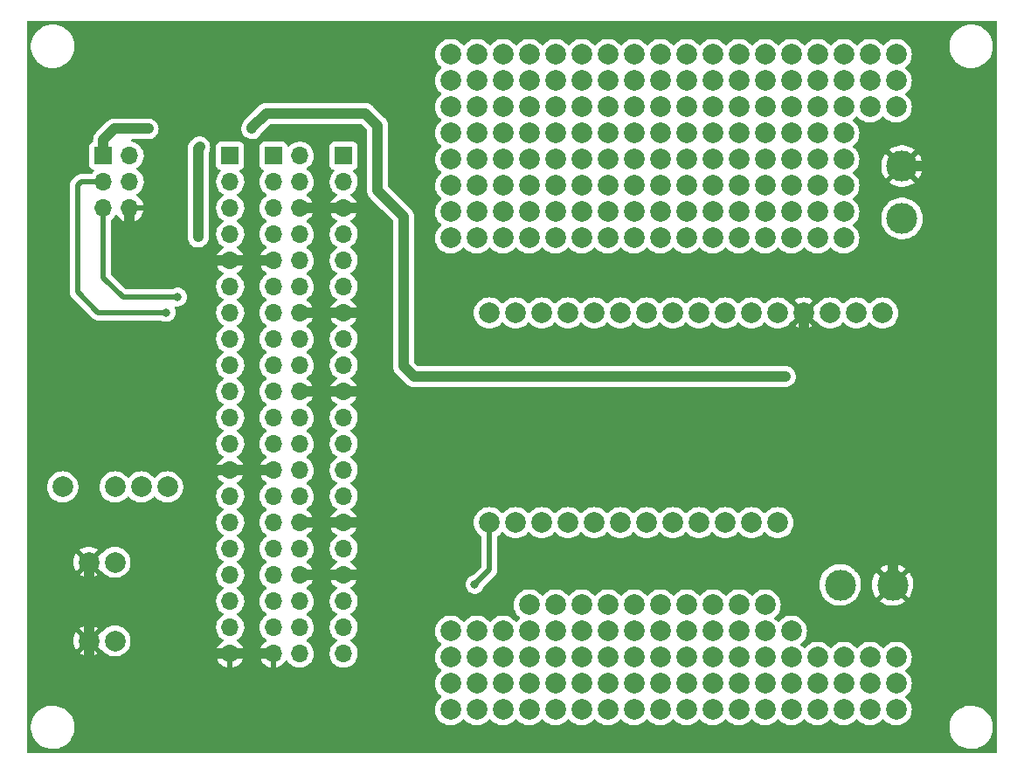
<source format=gbr>
%TF.GenerationSoftware,KiCad,Pcbnew,(6.0.10)*%
%TF.CreationDate,2023-06-02T17:33:45+09:00*%
%TF.ProjectId,extension_circuit_board,65787465-6e73-4696-9f6e-5f6369726375,rev?*%
%TF.SameCoordinates,Original*%
%TF.FileFunction,Copper,L2,Bot*%
%TF.FilePolarity,Positive*%
%FSLAX46Y46*%
G04 Gerber Fmt 4.6, Leading zero omitted, Abs format (unit mm)*
G04 Created by KiCad (PCBNEW (6.0.10)) date 2023-06-02 17:33:45*
%MOMM*%
%LPD*%
G01*
G04 APERTURE LIST*
%TA.AperFunction,ComponentPad*%
%ADD10C,2.000000*%
%TD*%
%TA.AperFunction,ComponentPad*%
%ADD11R,1.700000X1.700000*%
%TD*%
%TA.AperFunction,ComponentPad*%
%ADD12O,1.700000X1.700000*%
%TD*%
%TA.AperFunction,ComponentPad*%
%ADD13C,3.000000*%
%TD*%
%TA.AperFunction,ViaPad*%
%ADD14C,0.800000*%
%TD*%
%TA.AperFunction,Conductor*%
%ADD15C,1.000000*%
%TD*%
%TA.AperFunction,Conductor*%
%ADD16C,0.500000*%
%TD*%
G04 APERTURE END LIST*
D10*
%TO.P,,1*%
%TO.N,N/C*%
X203200000Y-53340000D03*
%TD*%
%TO.P,,1*%
%TO.N,N/C*%
X200660000Y-114300000D03*
%TD*%
%TO.P,,1*%
%TO.N,N/C*%
X190500000Y-106680000D03*
%TD*%
%TO.P,,1*%
%TO.N,N/C*%
X187960000Y-111760000D03*
%TD*%
%TO.P,,1*%
%TO.N,N/C*%
X172720000Y-106680000D03*
%TD*%
%TO.P,,1*%
%TO.N,N/C*%
X177800000Y-58420000D03*
%TD*%
%TO.P,,1*%
%TO.N,N/C*%
X190500000Y-109220000D03*
%TD*%
%TO.P,,1*%
%TO.N,N/C*%
X182880000Y-111760000D03*
%TD*%
%TO.P,,1*%
%TO.N,N/C*%
X182880000Y-58420000D03*
%TD*%
%TO.P,,1*%
%TO.N,N/C*%
X170180000Y-60960000D03*
%TD*%
%TO.P,,1*%
%TO.N,N/C*%
X172720000Y-63500000D03*
%TD*%
%TO.P,,1*%
%TO.N,N/C*%
X165100000Y-63500000D03*
%TD*%
%TO.P,,1*%
%TO.N,N/C*%
X198120000Y-114300000D03*
%TD*%
%TO.P,,1*%
%TO.N,N/C*%
X175260000Y-50800000D03*
%TD*%
%TO.P,,1*%
%TO.N,N/C*%
X187960000Y-60960000D03*
%TD*%
%TO.P,,1*%
%TO.N,N/C*%
X182880000Y-109220000D03*
%TD*%
%TO.P,,1*%
%TO.N,N/C*%
X172720000Y-66040000D03*
%TD*%
%TO.P,,1*%
%TO.N,N/C*%
X180340000Y-53340000D03*
%TD*%
%TO.P,,1*%
%TO.N,N/C*%
X203200000Y-111760000D03*
%TD*%
%TO.P,,1*%
%TO.N,N/C*%
X187960000Y-104140000D03*
%TD*%
%TO.P,,1*%
%TO.N,N/C*%
X187960000Y-68580000D03*
%TD*%
%TO.P,,1*%
%TO.N,N/C*%
X170180000Y-114300000D03*
%TD*%
%TO.P,,1*%
%TO.N,N/C*%
X177800000Y-104140000D03*
%TD*%
%TO.P,,1*%
%TO.N,N/C*%
X198120000Y-60960000D03*
%TD*%
%TO.P,,1*%
%TO.N,N/C*%
X162560000Y-114300000D03*
%TD*%
%TO.P,,1*%
%TO.N,N/C*%
X177800000Y-60960000D03*
%TD*%
%TO.P,,1*%
%TO.N,N/C*%
X175260000Y-53340000D03*
%TD*%
%TO.P,,1*%
%TO.N,N/C*%
X180340000Y-63500000D03*
%TD*%
%TO.P,,1*%
%TO.N,N/C*%
X190500000Y-60960000D03*
%TD*%
%TO.P,,1*%
%TO.N,N/C*%
X162560000Y-55880000D03*
%TD*%
%TO.P,,1*%
%TO.N,N/C*%
X172720000Y-55880000D03*
%TD*%
%TO.P,,1*%
%TO.N,N/C*%
X187960000Y-109220000D03*
%TD*%
D11*
%TO.P,J8,1,Pin_1*%
%TO.N,+5V*%
X152200000Y-60600000D03*
D12*
%TO.P,J8,2,Pin_2*%
X152200000Y-63140000D03*
%TO.P,J8,3,Pin_3*%
%TO.N,GND*%
X152200000Y-65680000D03*
%TO.P,J8,4,Pin_4*%
%TO.N,Net-(J2-Pad8)*%
X152200000Y-68220000D03*
%TO.P,J8,5,Pin_5*%
%TO.N,Net-(J2-Pad10)*%
X152200000Y-70760000D03*
%TO.P,J8,6,Pin_6*%
%TO.N,Net-(J2-Pad12)*%
X152200000Y-73300000D03*
%TO.P,J8,7,Pin_7*%
%TO.N,GND*%
X152200000Y-75840000D03*
%TO.P,J8,8,Pin_8*%
%TO.N,Net-(J2-Pad16)*%
X152200000Y-78380000D03*
%TO.P,J8,9,Pin_9*%
%TO.N,Net-(J2-Pad18)*%
X152200000Y-80920000D03*
%TO.P,J8,10,Pin_10*%
%TO.N,GND*%
X152200000Y-83460000D03*
%TO.P,J8,11,Pin_11*%
%TO.N,Net-(J2-Pad22)*%
X152200000Y-86000000D03*
%TO.P,J8,12,Pin_12*%
%TO.N,Net-(J2-Pad24)*%
X152200000Y-88540000D03*
%TO.P,J8,13,Pin_13*%
%TO.N,Net-(J2-Pad26)*%
X152200000Y-91080000D03*
%TO.P,J8,14,Pin_14*%
%TO.N,Net-(J2-Pad28)*%
X152200000Y-93620000D03*
%TO.P,J8,15,Pin_15*%
%TO.N,GND*%
X152200000Y-96160000D03*
%TO.P,J8,16,Pin_16*%
%TO.N,Net-(J2-Pad32)*%
X152200000Y-98700000D03*
%TO.P,J8,17,Pin_17*%
%TO.N,GND*%
X152200000Y-101240000D03*
%TO.P,J8,18,Pin_18*%
%TO.N,Net-(J2-Pad36)*%
X152200000Y-103780000D03*
%TO.P,J8,19,Pin_19*%
%TO.N,Net-(J2-Pad38)*%
X152200000Y-106320000D03*
%TO.P,J8,20,Pin_20*%
%TO.N,Net-(J2-Pad40)*%
X152200000Y-108860000D03*
%TD*%
D10*
%TO.P,,1*%
%TO.N,N/C*%
X203200000Y-50800000D03*
%TD*%
%TO.P,,1*%
%TO.N,N/C*%
X170180000Y-68580000D03*
%TD*%
D11*
%TO.P,J3,1,Pin_1*%
%TO.N,+3.3V*%
X128925000Y-60600000D03*
D12*
%TO.P,J3,2,Pin_2*%
%TO.N,+5V*%
X131465000Y-60600000D03*
%TO.P,J3,3,Pin_3*%
%TO.N,I2C_2_SDA*%
X128925000Y-63140000D03*
%TO.P,J3,4,Pin_4*%
%TO.N,+5V*%
X131465000Y-63140000D03*
%TO.P,J3,5,Pin_5*%
%TO.N,I2C_2_SCL*%
X128925000Y-65680000D03*
%TO.P,J3,6,Pin_6*%
%TO.N,GND*%
X131465000Y-65680000D03*
%TD*%
D10*
%TO.P,,1*%
%TO.N,N/C*%
X170180000Y-58420000D03*
%TD*%
%TO.P,,1*%
%TO.N,N/C*%
X175260000Y-111760000D03*
%TD*%
%TO.P,,1*%
%TO.N,N/C*%
X167640000Y-50800000D03*
%TD*%
%TO.P,,1*%
%TO.N,N/C*%
X193040000Y-114300000D03*
%TD*%
%TO.P,,1*%
%TO.N,N/C*%
X165100000Y-114300000D03*
%TD*%
%TO.P,,1*%
%TO.N,N/C*%
X185420000Y-55880000D03*
%TD*%
%TO.P,,1*%
%TO.N,N/C*%
X172720000Y-109220000D03*
%TD*%
%TO.P,,1*%
%TO.N,N/C*%
X198120000Y-63500000D03*
%TD*%
%TO.P,,1*%
%TO.N,N/C*%
X170180000Y-109220000D03*
%TD*%
%TO.P,,1*%
%TO.N,N/C*%
X182880000Y-50800000D03*
%TD*%
%TO.P,,1*%
%TO.N,N/C*%
X195580000Y-50800000D03*
%TD*%
%TO.P,,1*%
%TO.N,N/C*%
X200660000Y-111760000D03*
%TD*%
%TO.P,,1*%
%TO.N,N/C*%
X175260000Y-60960000D03*
%TD*%
%TO.P,,1*%
%TO.N,N/C*%
X165100000Y-106680000D03*
%TD*%
%TO.P,,1*%
%TO.N,N/C*%
X165100000Y-58420000D03*
%TD*%
%TO.P,,1*%
%TO.N,N/C*%
X193040000Y-55880000D03*
%TD*%
%TO.P,,1*%
%TO.N,N/C*%
X162560000Y-106680000D03*
%TD*%
%TO.P,,1*%
%TO.N,N/C*%
X167640000Y-106680000D03*
%TD*%
%TO.P,,1*%
%TO.N,N/C*%
X195580000Y-55880000D03*
%TD*%
%TO.P,,1*%
%TO.N,N/C*%
X180340000Y-68580000D03*
%TD*%
%TO.P,,1*%
%TO.N,N/C*%
X185420000Y-58420000D03*
%TD*%
%TO.P,,1*%
%TO.N,N/C*%
X198120000Y-55880000D03*
%TD*%
%TO.P,,1*%
%TO.N,N/C*%
X180340000Y-114300000D03*
%TD*%
%TO.P,,1*%
%TO.N,N/C*%
X187960000Y-106680000D03*
%TD*%
%TO.P,,1*%
%TO.N,N/C*%
X198120000Y-111760000D03*
%TD*%
%TO.P,,1*%
%TO.N,N/C*%
X185420000Y-66040000D03*
%TD*%
%TO.P,,1*%
%TO.N,N/C*%
X203200000Y-55880000D03*
%TD*%
%TO.P,,1*%
%TO.N,N/C*%
X180340000Y-60960000D03*
%TD*%
%TO.P,,1*%
%TO.N,N/C*%
X172720000Y-104140000D03*
%TD*%
%TO.P,,1*%
%TO.N,N/C*%
X200660000Y-60960000D03*
%TD*%
%TO.P,,1*%
%TO.N,N/C*%
X175260000Y-68580000D03*
%TD*%
%TO.P,,1*%
%TO.N,N/C*%
X172720000Y-114300000D03*
%TD*%
%TO.P,,1*%
%TO.N,N/C*%
X185420000Y-111760000D03*
%TD*%
%TO.P,,1*%
%TO.N,N/C*%
X165100000Y-66040000D03*
%TD*%
%TO.P,,1*%
%TO.N,N/C*%
X170180000Y-63500000D03*
%TD*%
%TO.P,,1*%
%TO.N,N/C*%
X190500000Y-68580000D03*
%TD*%
%TO.P,,1*%
%TO.N,N/C*%
X167640000Y-60960000D03*
%TD*%
%TO.P,,1*%
%TO.N,N/C*%
X182880000Y-104140000D03*
%TD*%
%TO.P,,1*%
%TO.N,N/C*%
X170180000Y-55880000D03*
%TD*%
%TO.P,,1*%
%TO.N,N/C*%
X167640000Y-109220000D03*
%TD*%
%TO.P,,1*%
%TO.N,N/C*%
X162560000Y-68580000D03*
%TD*%
%TO.P,,1*%
%TO.N,N/C*%
X172720000Y-58420000D03*
%TD*%
%TO.P,,1*%
%TO.N,N/C*%
X172720000Y-111760000D03*
%TD*%
%TO.P,,1*%
%TO.N,N/C*%
X198120000Y-58420000D03*
%TD*%
%TO.P,,1*%
%TO.N,N/C*%
X162560000Y-60960000D03*
%TD*%
%TO.P,,1*%
%TO.N,N/C*%
X190500000Y-63500000D03*
%TD*%
%TO.P,,1*%
%TO.N,N/C*%
X205740000Y-53340000D03*
%TD*%
%TO.P,,1*%
%TO.N,N/C*%
X195580000Y-58420000D03*
%TD*%
%TO.P,,1*%
%TO.N,N/C*%
X180340000Y-58420000D03*
%TD*%
%TO.P,,1*%
%TO.N,N/C*%
X165100000Y-60960000D03*
%TD*%
%TO.P,,1*%
%TO.N,N/C*%
X190500000Y-58420000D03*
%TD*%
%TO.P,,1*%
%TO.N,N/C*%
X187960000Y-53340000D03*
%TD*%
%TO.P,,1*%
%TO.N,N/C*%
X187960000Y-66040000D03*
%TD*%
%TO.P,,1*%
%TO.N,N/C*%
X162560000Y-58420000D03*
%TD*%
%TO.P,,1*%
%TO.N,N/C*%
X175260000Y-109220000D03*
%TD*%
%TO.P,,1*%
%TO.N,N/C*%
X162560000Y-109220000D03*
%TD*%
%TO.P,,1*%
%TO.N,N/C*%
X193040000Y-63500000D03*
%TD*%
%TO.P,,1*%
%TO.N,N/C*%
X193040000Y-60960000D03*
%TD*%
%TO.P,,1*%
%TO.N,N/C*%
X185420000Y-106680000D03*
%TD*%
%TO.P,,1*%
%TO.N,N/C*%
X205740000Y-109220000D03*
%TD*%
%TO.P,,1*%
%TO.N,N/C*%
X175260000Y-106680000D03*
%TD*%
%TO.P,,1*%
%TO.N,N/C*%
X172720000Y-60960000D03*
%TD*%
%TO.P,,1*%
%TO.N,N/C*%
X165100000Y-111760000D03*
%TD*%
%TO.P,,1*%
%TO.N,N/C*%
X185420000Y-63500000D03*
%TD*%
%TO.P,,1*%
%TO.N,N/C*%
X162560000Y-66040000D03*
%TD*%
%TO.P,,1*%
%TO.N,N/C*%
X165100000Y-109220000D03*
%TD*%
%TO.P,,1*%
%TO.N,N/C*%
X167640000Y-53340000D03*
%TD*%
%TO.P,,1*%
%TO.N,N/C*%
X205740000Y-50800000D03*
%TD*%
%TO.P,,1*%
%TO.N,N/C*%
X175260000Y-66040000D03*
%TD*%
%TO.P,,1*%
%TO.N,N/C*%
X200660000Y-55880000D03*
%TD*%
%TO.P,,1*%
%TO.N,N/C*%
X205740000Y-111760000D03*
%TD*%
%TO.P,,1*%
%TO.N,N/C*%
X182880000Y-114300000D03*
%TD*%
%TO.P,,1*%
%TO.N,N/C*%
X187960000Y-63500000D03*
%TD*%
%TO.P,,1*%
%TO.N,N/C*%
X193040000Y-58420000D03*
%TD*%
%TO.P,,1*%
%TO.N,N/C*%
X177800000Y-111760000D03*
%TD*%
D13*
%TO.P,J6,1,Pin_1*%
%TO.N,+5V*%
X200320000Y-102200000D03*
%TO.P,J6,2,Pin_2*%
%TO.N,GND*%
X205400000Y-102200000D03*
%TD*%
D10*
%TO.P,,1*%
%TO.N,N/C*%
X187960000Y-114300000D03*
%TD*%
%TO.P,,1*%
%TO.N,N/C*%
X165100000Y-53340000D03*
%TD*%
%TO.P,,1*%
%TO.N,N/C*%
X170180000Y-106680000D03*
%TD*%
%TO.P,,1*%
%TO.N,N/C*%
X198120000Y-50800000D03*
%TD*%
%TO.P,,1*%
%TO.N,N/C*%
X198120000Y-66040000D03*
%TD*%
%TO.P,,1*%
%TO.N,N/C*%
X182880000Y-63500000D03*
%TD*%
%TO.P,,1*%
%TO.N,N/C*%
X190500000Y-111760000D03*
%TD*%
%TO.P,,1*%
%TO.N,N/C*%
X195580000Y-68580000D03*
%TD*%
%TO.P,,1*%
%TO.N,N/C*%
X172720000Y-50800000D03*
%TD*%
%TO.P,,1*%
%TO.N,N/C*%
X180340000Y-55880000D03*
%TD*%
%TO.P,,1*%
%TO.N,N/C*%
X193040000Y-53340000D03*
%TD*%
%TO.P,,1*%
%TO.N,N/C*%
X167640000Y-55880000D03*
%TD*%
%TO.P,,1*%
%TO.N,N/C*%
X162560000Y-63500000D03*
%TD*%
%TO.P,,1*%
%TO.N,N/C*%
X190500000Y-104140000D03*
%TD*%
%TO.P,,1*%
%TO.N,N/C*%
X175260000Y-55880000D03*
%TD*%
%TO.P,,1*%
%TO.N,N/C*%
X200660000Y-109220000D03*
%TD*%
%TO.P,,1*%
%TO.N,N/C*%
X177800000Y-66040000D03*
%TD*%
%TO.P,,1*%
%TO.N,N/C*%
X177800000Y-68580000D03*
%TD*%
%TO.P,,1*%
%TO.N,N/C*%
X180340000Y-109220000D03*
%TD*%
%TO.P,,1*%
%TO.N,N/C*%
X203200000Y-109220000D03*
%TD*%
%TO.P,,1*%
%TO.N,N/C*%
X200660000Y-53340000D03*
%TD*%
%TO.P,,1*%
%TO.N,N/C*%
X195580000Y-114300000D03*
%TD*%
D11*
%TO.P,J7,1,Pin_1*%
%TO.N,+3.3V*%
X141200000Y-60600000D03*
D12*
%TO.P,J7,2,Pin_2*%
%TO.N,I2C_2_SDA*%
X141200000Y-63140000D03*
%TO.P,J7,3,Pin_3*%
%TO.N,I2C_2_SCL*%
X141200000Y-65680000D03*
%TO.P,J7,4,Pin_4*%
%TO.N,Net-(J2-Pad7)*%
X141200000Y-68220000D03*
%TO.P,J7,5,Pin_5*%
%TO.N,GND*%
X141200000Y-70760000D03*
%TO.P,J7,6,Pin_6*%
%TO.N,Net-(J2-Pad11)*%
X141200000Y-73300000D03*
%TO.P,J7,7,Pin_7*%
%TO.N,Net-(J2-Pad13)*%
X141200000Y-75840000D03*
%TO.P,J7,8,Pin_8*%
%TO.N,Net-(J2-Pad15)*%
X141200000Y-78380000D03*
%TO.P,J7,9,Pin_9*%
%TO.N,+3.3V*%
X141200000Y-80920000D03*
%TO.P,J7,10,Pin_10*%
%TO.N,Net-(J2-Pad19)*%
X141200000Y-83460000D03*
%TO.P,J7,11,Pin_11*%
%TO.N,Net-(J2-Pad21)*%
X141200000Y-86000000D03*
%TO.P,J7,12,Pin_12*%
%TO.N,Net-(J2-Pad23)*%
X141200000Y-88540000D03*
%TO.P,J7,13,Pin_13*%
%TO.N,GND*%
X141200000Y-91080000D03*
%TO.P,J7,14,Pin_14*%
%TO.N,Net-(J2-Pad27)*%
X141200000Y-93620000D03*
%TO.P,J7,15,Pin_15*%
%TO.N,Net-(J2-Pad29)*%
X141200000Y-96160000D03*
%TO.P,J7,16,Pin_16*%
%TO.N,Net-(J2-Pad31)*%
X141200000Y-98700000D03*
%TO.P,J7,17,Pin_17*%
%TO.N,Net-(J2-Pad33)*%
X141200000Y-101240000D03*
%TO.P,J7,18,Pin_18*%
%TO.N,Net-(J2-Pad35)*%
X141200000Y-103780000D03*
%TO.P,J7,19,Pin_19*%
%TO.N,Net-(J2-Pad37)*%
X141200000Y-106320000D03*
%TO.P,J7,20,Pin_20*%
%TO.N,GND*%
X141200000Y-108860000D03*
%TD*%
D10*
%TO.P,,1*%
%TO.N,N/C*%
X205740000Y-114300000D03*
%TD*%
%TO.P,,1*%
%TO.N,N/C*%
X198120000Y-109220000D03*
%TD*%
%TO.P,,1*%
%TO.N,N/C*%
X170180000Y-50800000D03*
%TD*%
%TO.P,,1*%
%TO.N,N/C*%
X167640000Y-68580000D03*
%TD*%
%TO.P,,1*%
%TO.N,N/C*%
X195580000Y-111760000D03*
%TD*%
%TO.P,,1*%
%TO.N,N/C*%
X177800000Y-50800000D03*
%TD*%
%TO.P,J4,1,Pin_1*%
%TO.N,unconnected-(J4-Pad1)*%
X204415000Y-75840000D03*
%TO.P,J4,2,Pin_2*%
%TO.N,+3.3V*%
X201875000Y-75840000D03*
%TO.P,J4,3,Pin_3*%
%TO.N,unconnected-(J4-Pad3)*%
X199335000Y-75840000D03*
%TO.P,J4,4,Pin_4*%
%TO.N,GND*%
X196795000Y-75840000D03*
%TO.P,J4,5,Pin_5*%
%TO.N,unconnected-(J4-Pad5)*%
X194255000Y-75840000D03*
%TO.P,J4,6,Pin_6*%
%TO.N,unconnected-(J4-Pad6)*%
X191715000Y-75840000D03*
%TO.P,J4,7,Pin_7*%
%TO.N,unconnected-(J4-Pad7)*%
X189175000Y-75840000D03*
%TO.P,J4,8,Pin_8*%
%TO.N,unconnected-(J4-Pad8)*%
X186635000Y-75840000D03*
%TO.P,J4,9,Pin_9*%
%TO.N,unconnected-(J4-Pad9)*%
X184095000Y-75840000D03*
%TO.P,J4,10,Pin_10*%
%TO.N,unconnected-(J4-Pad10)*%
X181555000Y-75840000D03*
%TO.P,J4,11,Pin_11*%
%TO.N,unconnected-(J4-Pad11)*%
X179015000Y-75840000D03*
%TO.P,J4,12,Pin_12*%
%TO.N,unconnected-(J4-Pad12)*%
X176475000Y-75840000D03*
%TO.P,J4,13,Pin_13*%
%TO.N,unconnected-(J4-Pad13)*%
X173935000Y-75840000D03*
%TO.P,J4,14,Pin_14*%
%TO.N,unconnected-(J4-Pad14)*%
X171395000Y-75840000D03*
%TO.P,J4,15,Pin_15*%
%TO.N,unconnected-(J4-Pad15)*%
X168855000Y-75840000D03*
%TO.P,J4,16,Pin_16*%
%TO.N,unconnected-(J4-Pad16)*%
X166315000Y-75840000D03*
%TO.P,J4,21,Pin_21*%
%TO.N,unconnected-(J4-Pad21)*%
X194255000Y-96160000D03*
%TO.P,J4,22,Pin_22*%
%TO.N,unconnected-(J4-Pad22)*%
X191715000Y-96160000D03*
%TO.P,J4,23,Pin_23*%
%TO.N,unconnected-(J4-Pad23)*%
X189175000Y-96160000D03*
%TO.P,J4,24,Pin_24*%
%TO.N,unconnected-(J4-Pad24)*%
X186635000Y-96160000D03*
%TO.P,J4,25,Pin_25*%
%TO.N,unconnected-(J4-Pad25)*%
X184095000Y-96160000D03*
%TO.P,J4,26,Pin_26*%
%TO.N,unconnected-(J4-Pad26)*%
X181555000Y-96160000D03*
%TO.P,J4,27,Pin_27*%
%TO.N,unconnected-(J4-Pad27)*%
X179015000Y-96160000D03*
%TO.P,J4,28,Pin_28*%
%TO.N,unconnected-(J4-Pad28)*%
X176475000Y-96160000D03*
%TO.P,J4,29,Pin_29*%
%TO.N,unconnected-(J4-Pad29)*%
X173935000Y-96160000D03*
%TO.P,J4,30,Pin_30*%
%TO.N,unconnected-(J4-Pad30)*%
X171395000Y-96160000D03*
%TO.P,J4,31,Pin_31*%
%TO.N,I2C_2_SCL*%
X168855000Y-96160000D03*
%TO.P,J4,32,Pin_32*%
%TO.N,I2C_2_SDA*%
X166315000Y-96160000D03*
%TD*%
%TO.P,,1*%
%TO.N,N/C*%
X195580000Y-106680000D03*
%TD*%
%TO.P,,1*%
%TO.N,N/C*%
X193040000Y-66040000D03*
%TD*%
%TO.P,,1*%
%TO.N,N/C*%
X203200000Y-114300000D03*
%TD*%
%TO.P,,1*%
%TO.N,N/C*%
X177800000Y-63500000D03*
%TD*%
%TO.P,,1*%
%TO.N,N/C*%
X182880000Y-53340000D03*
%TD*%
%TO.P,,1*%
%TO.N,N/C*%
X182880000Y-55880000D03*
%TD*%
%TO.P,,1*%
%TO.N,N/C*%
X165100000Y-55880000D03*
%TD*%
%TO.P,,1*%
%TO.N,N/C*%
X175260000Y-114300000D03*
%TD*%
%TO.P,,1*%
%TO.N,N/C*%
X198120000Y-68580000D03*
%TD*%
%TO.P,,1*%
%TO.N,N/C*%
X193040000Y-68580000D03*
%TD*%
%TO.P,,1*%
%TO.N,N/C*%
X185420000Y-104140000D03*
%TD*%
%TO.P,,1*%
%TO.N,N/C*%
X200660000Y-50800000D03*
%TD*%
%TO.P,,1*%
%TO.N,N/C*%
X170180000Y-66040000D03*
%TD*%
%TO.P,,1*%
%TO.N,N/C*%
X185420000Y-53340000D03*
%TD*%
%TO.P,,1*%
%TO.N,N/C*%
X190500000Y-66040000D03*
%TD*%
%TO.P,,1*%
%TO.N,N/C*%
X175260000Y-58420000D03*
%TD*%
%TO.P,,1*%
%TO.N,N/C*%
X205740000Y-55880000D03*
%TD*%
%TO.P,SW1,1,A*%
%TO.N,Net-(J1-Pad3)*%
X130060000Y-92700000D03*
%TO.P,SW1,2,B*%
%TO.N,+5V*%
X132600000Y-92700000D03*
%TO.P,SW1,3,C*%
%TO.N,unconnected-(SW1-Pad3)*%
X135140000Y-92700000D03*
%TO.P,SW1,4*%
%TO.N,N/C*%
X124980000Y-92700000D03*
%TD*%
%TO.P,,1*%
%TO.N,N/C*%
X182880000Y-60960000D03*
%TD*%
%TO.P,,1*%
%TO.N,N/C*%
X190500000Y-53340000D03*
%TD*%
%TO.P,,1*%
%TO.N,N/C*%
X185420000Y-50800000D03*
%TD*%
%TO.P,,1*%
%TO.N,N/C*%
X180340000Y-104140000D03*
%TD*%
%TO.P,,1*%
%TO.N,N/C*%
X185420000Y-109220000D03*
%TD*%
%TO.P,,1*%
%TO.N,N/C*%
X200660000Y-63500000D03*
%TD*%
%TO.P,,1*%
%TO.N,N/C*%
X195580000Y-109220000D03*
%TD*%
%TO.P,,1*%
%TO.N,N/C*%
X167640000Y-114300000D03*
%TD*%
%TO.P,,1*%
%TO.N,N/C*%
X162560000Y-111760000D03*
%TD*%
%TO.P,,1*%
%TO.N,N/C*%
X193040000Y-104140000D03*
%TD*%
%TO.P,,1*%
%TO.N,N/C*%
X177800000Y-114300000D03*
%TD*%
%TO.P,,1*%
%TO.N,N/C*%
X162560000Y-53340000D03*
%TD*%
%TO.P,,1*%
%TO.N,N/C*%
X182880000Y-66040000D03*
%TD*%
%TO.P,,1*%
%TO.N,N/C*%
X195580000Y-60960000D03*
%TD*%
%TO.P,,1*%
%TO.N,N/C*%
X162560000Y-50800000D03*
%TD*%
%TO.P,,1*%
%TO.N,N/C*%
X200660000Y-68580000D03*
%TD*%
%TO.P,,1*%
%TO.N,N/C*%
X165100000Y-50800000D03*
%TD*%
%TO.P,,1*%
%TO.N,N/C*%
X182880000Y-106680000D03*
%TD*%
%TO.P,,1*%
%TO.N,N/C*%
X187960000Y-58420000D03*
%TD*%
%TO.P,,1*%
%TO.N,N/C*%
X185420000Y-60960000D03*
%TD*%
%TO.P,,1*%
%TO.N,N/C*%
X198120000Y-53340000D03*
%TD*%
%TO.P,,1*%
%TO.N,N/C*%
X185420000Y-68580000D03*
%TD*%
%TO.P,,1*%
%TO.N,N/C*%
X180340000Y-106680000D03*
%TD*%
%TO.P,,1*%
%TO.N,N/C*%
X180340000Y-50800000D03*
%TD*%
%TO.P,,1*%
%TO.N,N/C*%
X193040000Y-50800000D03*
%TD*%
%TO.P,,1*%
%TO.N,N/C*%
X190500000Y-50800000D03*
%TD*%
%TO.P,,1*%
%TO.N,N/C*%
X165100000Y-68580000D03*
%TD*%
%TO.P,,1*%
%TO.N,N/C*%
X182880000Y-68580000D03*
%TD*%
%TO.P,,1*%
%TO.N,N/C*%
X190500000Y-55880000D03*
%TD*%
%TO.P,,1*%
%TO.N,N/C*%
X167640000Y-66040000D03*
%TD*%
%TO.P,,1*%
%TO.N,N/C*%
X200660000Y-66040000D03*
%TD*%
%TO.P,,1*%
%TO.N,N/C*%
X177800000Y-55880000D03*
%TD*%
%TO.P,,1*%
%TO.N,N/C*%
X200660000Y-58420000D03*
%TD*%
%TO.P,,1*%
%TO.N,N/C*%
X167640000Y-111760000D03*
%TD*%
%TO.P,,1*%
%TO.N,N/C*%
X195580000Y-66040000D03*
%TD*%
%TO.P,,1*%
%TO.N,N/C*%
X170180000Y-53340000D03*
%TD*%
%TO.P,,1*%
%TO.N,N/C*%
X170180000Y-104140000D03*
%TD*%
%TO.P,,1*%
%TO.N,N/C*%
X180340000Y-111760000D03*
%TD*%
%TO.P,,1*%
%TO.N,N/C*%
X187960000Y-55880000D03*
%TD*%
%TO.P,,1*%
%TO.N,N/C*%
X180340000Y-66040000D03*
%TD*%
%TO.P,,1*%
%TO.N,N/C*%
X177800000Y-106680000D03*
%TD*%
%TO.P,,1*%
%TO.N,N/C*%
X167640000Y-58420000D03*
%TD*%
%TO.P,,1*%
%TO.N,N/C*%
X193040000Y-109220000D03*
%TD*%
%TO.P,,1*%
%TO.N,N/C*%
X185420000Y-114300000D03*
%TD*%
%TO.P,,1*%
%TO.N,N/C*%
X170180000Y-111760000D03*
%TD*%
%TO.P,,1*%
%TO.N,N/C*%
X177800000Y-53340000D03*
%TD*%
%TO.P,,1*%
%TO.N,N/C*%
X193040000Y-106680000D03*
%TD*%
%TO.P,,1*%
%TO.N,N/C*%
X175260000Y-63500000D03*
%TD*%
%TO.P,,1*%
%TO.N,N/C*%
X172720000Y-53340000D03*
%TD*%
%TO.P,,1*%
%TO.N,N/C*%
X167640000Y-63500000D03*
%TD*%
%TO.P,,1*%
%TO.N,N/C*%
X195580000Y-53340000D03*
%TD*%
%TO.P,,1*%
%TO.N,N/C*%
X190500000Y-114300000D03*
%TD*%
%TO.P,,1*%
%TO.N,N/C*%
X195580000Y-63500000D03*
%TD*%
%TO.P,,1*%
%TO.N,N/C*%
X175260000Y-104140000D03*
%TD*%
%TO.P,,1*%
%TO.N,N/C*%
X187960000Y-50800000D03*
%TD*%
D11*
%TO.P,J2,1,Pin_1*%
%TO.N,+3.3V*%
X145400000Y-60600000D03*
D12*
%TO.P,J2,2,Pin_2*%
%TO.N,+5V*%
X147940000Y-60600000D03*
%TO.P,J2,3,Pin_3*%
%TO.N,I2C_2_SDA*%
X145400000Y-63140000D03*
%TO.P,J2,4,Pin_4*%
%TO.N,+5V*%
X147940000Y-63140000D03*
%TO.P,J2,5,Pin_5*%
%TO.N,I2C_2_SCL*%
X145400000Y-65680000D03*
%TO.P,J2,6,Pin_6*%
%TO.N,GND*%
X147940000Y-65680000D03*
%TO.P,J2,7,Pin_7*%
%TO.N,Net-(J2-Pad7)*%
X145400000Y-68220000D03*
%TO.P,J2,8,Pin_8*%
%TO.N,Net-(J2-Pad8)*%
X147940000Y-68220000D03*
%TO.P,J2,9,Pin_9*%
%TO.N,GND*%
X145400000Y-70760000D03*
%TO.P,J2,10,Pin_10*%
%TO.N,Net-(J2-Pad10)*%
X147940000Y-70760000D03*
%TO.P,J2,11,Pin_11*%
%TO.N,Net-(J2-Pad11)*%
X145400000Y-73300000D03*
%TO.P,J2,12,Pin_12*%
%TO.N,Net-(J2-Pad12)*%
X147940000Y-73300000D03*
%TO.P,J2,13,Pin_13*%
%TO.N,Net-(J2-Pad13)*%
X145400000Y-75840000D03*
%TO.P,J2,14,Pin_14*%
%TO.N,GND*%
X147940000Y-75840000D03*
%TO.P,J2,15,Pin_15*%
%TO.N,Net-(J2-Pad15)*%
X145400000Y-78380000D03*
%TO.P,J2,16,Pin_16*%
%TO.N,Net-(J2-Pad16)*%
X147940000Y-78380000D03*
%TO.P,J2,17,Pin_17*%
%TO.N,+3.3V*%
X145400000Y-80920000D03*
%TO.P,J2,18,Pin_18*%
%TO.N,Net-(J2-Pad18)*%
X147940000Y-80920000D03*
%TO.P,J2,19,Pin_19*%
%TO.N,Net-(J2-Pad19)*%
X145400000Y-83460000D03*
%TO.P,J2,20,Pin_20*%
%TO.N,GND*%
X147940000Y-83460000D03*
%TO.P,J2,21,Pin_21*%
%TO.N,Net-(J2-Pad21)*%
X145400000Y-86000000D03*
%TO.P,J2,22,Pin_22*%
%TO.N,Net-(J2-Pad22)*%
X147940000Y-86000000D03*
%TO.P,J2,23,Pin_23*%
%TO.N,Net-(J2-Pad23)*%
X145400000Y-88540000D03*
%TO.P,J2,24,Pin_24*%
%TO.N,Net-(J2-Pad24)*%
X147940000Y-88540000D03*
%TO.P,J2,25,Pin_25*%
%TO.N,GND*%
X145400000Y-91080000D03*
%TO.P,J2,26,Pin_26*%
%TO.N,Net-(J2-Pad26)*%
X147940000Y-91080000D03*
%TO.P,J2,27,Pin_27*%
%TO.N,Net-(J2-Pad27)*%
X145400000Y-93620000D03*
%TO.P,J2,28,Pin_28*%
%TO.N,Net-(J2-Pad28)*%
X147940000Y-93620000D03*
%TO.P,J2,29,Pin_29*%
%TO.N,Net-(J2-Pad29)*%
X145400000Y-96160000D03*
%TO.P,J2,30,Pin_30*%
%TO.N,GND*%
X147940000Y-96160000D03*
%TO.P,J2,31,Pin_31*%
%TO.N,Net-(J2-Pad31)*%
X145400000Y-98700000D03*
%TO.P,J2,32,Pin_32*%
%TO.N,Net-(J2-Pad32)*%
X147940000Y-98700000D03*
%TO.P,J2,33,Pin_33*%
%TO.N,Net-(J2-Pad33)*%
X145400000Y-101240000D03*
%TO.P,J2,34,Pin_34*%
%TO.N,GND*%
X147940000Y-101240000D03*
%TO.P,J2,35,Pin_35*%
%TO.N,Net-(J2-Pad35)*%
X145400000Y-103780000D03*
%TO.P,J2,36,Pin_36*%
%TO.N,Net-(J2-Pad36)*%
X147940000Y-103780000D03*
%TO.P,J2,37,Pin_37*%
%TO.N,Net-(J2-Pad37)*%
X145400000Y-106320000D03*
%TO.P,J2,38,Pin_38*%
%TO.N,Net-(J2-Pad38)*%
X147940000Y-106320000D03*
%TO.P,J2,39,Pin_39*%
%TO.N,GND*%
X145400000Y-108860000D03*
%TO.P,J2,40,Pin_40*%
%TO.N,Net-(J2-Pad40)*%
X147940000Y-108860000D03*
%TD*%
D13*
%TO.P,J5,1,Pin_1*%
%TO.N,+5V*%
X206300000Y-66680000D03*
%TO.P,J5,2,Pin_2*%
%TO.N,GND*%
X206300000Y-61600000D03*
%TD*%
D10*
%TO.P,,1*%
%TO.N,N/C*%
X177800000Y-109220000D03*
%TD*%
%TO.P,,1*%
%TO.N,N/C*%
X172720000Y-68580000D03*
%TD*%
%TO.P,,1*%
%TO.N,N/C*%
X193040000Y-111760000D03*
%TD*%
%TO.P,J1,1,Pin_1*%
%TO.N,GND*%
X127500000Y-100000000D03*
%TO.P,J1,2,Pin_2*%
X127500000Y-107620000D03*
%TO.P,J1,3,Pin_3*%
%TO.N,Net-(J1-Pad3)*%
X130040000Y-100000000D03*
%TO.P,J1,4,Pin_4*%
X130040000Y-107620000D03*
%TD*%
D14*
%TO.N,+3.3V*%
X143300000Y-58000000D03*
X138250000Y-59750000D03*
X138100000Y-68500000D03*
X133250000Y-58000000D03*
X195000000Y-82000000D03*
%TO.N,I2C_2_SCL*%
X136100000Y-74300000D03*
%TO.N,I2C_2_SDA*%
X164900000Y-102149500D03*
X135000000Y-75800000D03*
%TD*%
D15*
%TO.N,GND*%
X207500000Y-84500000D02*
X210000000Y-82000000D01*
X154900000Y-109900000D02*
X154900000Y-100400000D01*
X201600000Y-84500000D02*
X205500000Y-84500000D01*
X131465000Y-65680000D02*
X131465000Y-69565000D01*
X208400000Y-61600000D02*
X206300000Y-61600000D01*
X139920000Y-91080000D02*
X139140000Y-91860000D01*
X154060000Y-101240000D02*
X154900000Y-100400000D01*
X143900000Y-110700000D02*
X154100000Y-110700000D01*
X141200000Y-70760000D02*
X145400000Y-70760000D01*
X205400000Y-102200000D02*
X205400000Y-84600000D01*
X153740000Y-96160000D02*
X152200000Y-96160000D01*
X143640000Y-108860000D02*
X143640000Y-110440000D01*
X205500000Y-84500000D02*
X207500000Y-84500000D01*
X147940000Y-96160000D02*
X152200000Y-96160000D01*
X147940000Y-83460000D02*
X152200000Y-83460000D01*
X131465000Y-69565000D02*
X132660000Y-70760000D01*
X196500000Y-84500000D02*
X201600000Y-84500000D01*
X127500000Y-109600000D02*
X128100000Y-110200000D01*
X153860000Y-83460000D02*
X154900000Y-84500000D01*
X139140000Y-108860000D02*
X141200000Y-108860000D01*
X155100000Y-76100000D02*
X155100000Y-82220000D01*
X137800000Y-110200000D02*
X139140000Y-108860000D01*
X143640000Y-110440000D02*
X143900000Y-110700000D01*
X154900000Y-84500000D02*
X154900000Y-95000000D01*
X143640000Y-108860000D02*
X141200000Y-108860000D01*
X141200000Y-91080000D02*
X145400000Y-91080000D01*
X147940000Y-101240000D02*
X152200000Y-101240000D01*
X141200000Y-91080000D02*
X139920000Y-91080000D01*
X155100000Y-82220000D02*
X153860000Y-83460000D01*
X132660000Y-70760000D02*
X139160000Y-70760000D01*
X139160000Y-70760000D02*
X141200000Y-70760000D01*
X139140000Y-93360000D02*
X139140000Y-108860000D01*
X145400000Y-108860000D02*
X143640000Y-108860000D01*
X152200000Y-75840000D02*
X154840000Y-75840000D01*
X139140000Y-91860000D02*
X139140000Y-93360000D01*
X205400000Y-84600000D02*
X205500000Y-84500000D01*
X210000000Y-63200000D02*
X208400000Y-61600000D01*
X139140000Y-93360000D02*
X139140000Y-70780000D01*
X147940000Y-75840000D02*
X152200000Y-75840000D01*
X196795000Y-75840000D02*
X196795000Y-84205000D01*
X127500000Y-107620000D02*
X127500000Y-109600000D01*
X152200000Y-65680000D02*
X153880000Y-65680000D01*
X128100000Y-110200000D02*
X137800000Y-110200000D01*
X152200000Y-101240000D02*
X154060000Y-101240000D01*
X152200000Y-83460000D02*
X153860000Y-83460000D01*
X154900000Y-84500000D02*
X196500000Y-84500000D01*
X153880000Y-65680000D02*
X155100000Y-66900000D01*
X154100000Y-110700000D02*
X154900000Y-109900000D01*
X147940000Y-65680000D02*
X152200000Y-65680000D01*
X154840000Y-75840000D02*
X155100000Y-76100000D01*
X196795000Y-84205000D02*
X196500000Y-84500000D01*
X210000000Y-82000000D02*
X210000000Y-63200000D01*
X154900000Y-95000000D02*
X153740000Y-96160000D01*
X154900000Y-100400000D02*
X154900000Y-95000000D01*
X139140000Y-70780000D02*
X139160000Y-70760000D01*
X127500000Y-100000000D02*
X127500000Y-107620000D01*
X155100000Y-66900000D02*
X155100000Y-76100000D01*
%TO.N,+3.3V*%
X143300000Y-58000000D02*
X143300000Y-57900000D01*
X155500000Y-64000000D02*
X158000000Y-66500000D01*
X158000000Y-81000000D02*
X159000000Y-82000000D01*
X138100000Y-68500000D02*
X138100000Y-59900000D01*
X128925000Y-59075000D02*
X130000000Y-58000000D01*
X138100000Y-59900000D02*
X138250000Y-59750000D01*
X158000000Y-66500000D02*
X158000000Y-81000000D01*
X144700000Y-56500000D02*
X154300000Y-56500000D01*
X155500000Y-57700000D02*
X155500000Y-64000000D01*
X143300000Y-57900000D02*
X144700000Y-56500000D01*
X128925000Y-60600000D02*
X128925000Y-59075000D01*
X159000000Y-82000000D02*
X195000000Y-82000000D01*
X133250000Y-58000000D02*
X130000000Y-58000000D01*
X154300000Y-56500000D02*
X155500000Y-57700000D01*
D16*
%TO.N,I2C_2_SCL*%
X128925000Y-65680000D02*
X128925000Y-72425000D01*
X130800000Y-74300000D02*
X136100000Y-74300000D01*
X128925000Y-72425000D02*
X130800000Y-74300000D01*
%TO.N,I2C_2_SDA*%
X128925000Y-63140000D02*
X126760000Y-63140000D01*
X126760000Y-63140000D02*
X126400000Y-63500000D01*
X126400000Y-73800000D02*
X128400000Y-75800000D01*
X166315000Y-100734500D02*
X166315000Y-96160000D01*
X128400000Y-75800000D02*
X135000000Y-75800000D01*
X126400000Y-63500000D02*
X126400000Y-73800000D01*
X164900000Y-102149500D02*
X166315000Y-100734500D01*
%TD*%
%TA.AperFunction,Conductor*%
%TO.N,GND*%
G36*
X215433621Y-47528502D02*
G01*
X215480114Y-47582158D01*
X215491500Y-47634500D01*
X215491500Y-118365500D01*
X215471498Y-118433621D01*
X215417842Y-118480114D01*
X215365500Y-118491500D01*
X121634500Y-118491500D01*
X121566379Y-118471498D01*
X121519886Y-118417842D01*
X121508500Y-118365500D01*
X121508500Y-116132703D01*
X121890743Y-116132703D01*
X121928268Y-116417734D01*
X122004129Y-116695036D01*
X122116923Y-116959476D01*
X122264561Y-117206161D01*
X122444313Y-117430528D01*
X122652851Y-117628423D01*
X122886317Y-117796186D01*
X122890112Y-117798195D01*
X122890113Y-117798196D01*
X122911869Y-117809715D01*
X123140392Y-117930712D01*
X123410373Y-118029511D01*
X123691264Y-118090755D01*
X123719841Y-118093004D01*
X123914282Y-118108307D01*
X123914291Y-118108307D01*
X123916739Y-118108500D01*
X124072271Y-118108500D01*
X124074407Y-118108354D01*
X124074418Y-118108354D01*
X124282548Y-118094165D01*
X124282554Y-118094164D01*
X124286825Y-118093873D01*
X124291020Y-118093004D01*
X124291022Y-118093004D01*
X124427583Y-118064724D01*
X124568342Y-118035574D01*
X124839343Y-117939607D01*
X125094812Y-117807750D01*
X125098313Y-117805289D01*
X125098317Y-117805287D01*
X125212418Y-117725095D01*
X125330023Y-117642441D01*
X125540622Y-117446740D01*
X125722713Y-117224268D01*
X125872927Y-116979142D01*
X125988483Y-116715898D01*
X126067244Y-116439406D01*
X126107751Y-116154784D01*
X126107845Y-116136951D01*
X126107867Y-116132703D01*
X210890743Y-116132703D01*
X210928268Y-116417734D01*
X211004129Y-116695036D01*
X211116923Y-116959476D01*
X211264561Y-117206161D01*
X211444313Y-117430528D01*
X211652851Y-117628423D01*
X211886317Y-117796186D01*
X211890112Y-117798195D01*
X211890113Y-117798196D01*
X211911869Y-117809715D01*
X212140392Y-117930712D01*
X212410373Y-118029511D01*
X212691264Y-118090755D01*
X212719841Y-118093004D01*
X212914282Y-118108307D01*
X212914291Y-118108307D01*
X212916739Y-118108500D01*
X213072271Y-118108500D01*
X213074407Y-118108354D01*
X213074418Y-118108354D01*
X213282548Y-118094165D01*
X213282554Y-118094164D01*
X213286825Y-118093873D01*
X213291020Y-118093004D01*
X213291022Y-118093004D01*
X213427583Y-118064724D01*
X213568342Y-118035574D01*
X213839343Y-117939607D01*
X214094812Y-117807750D01*
X214098313Y-117805289D01*
X214098317Y-117805287D01*
X214212418Y-117725095D01*
X214330023Y-117642441D01*
X214540622Y-117446740D01*
X214722713Y-117224268D01*
X214872927Y-116979142D01*
X214988483Y-116715898D01*
X215067244Y-116439406D01*
X215107751Y-116154784D01*
X215107845Y-116136951D01*
X215109235Y-115871583D01*
X215109235Y-115871576D01*
X215109257Y-115867297D01*
X215102131Y-115813165D01*
X215080667Y-115650135D01*
X215071732Y-115582266D01*
X214995871Y-115304964D01*
X214883077Y-115040524D01*
X214735439Y-114793839D01*
X214555687Y-114569472D01*
X214347149Y-114371577D01*
X214113683Y-114203814D01*
X214091843Y-114192250D01*
X214068654Y-114179972D01*
X213859608Y-114069288D01*
X213589627Y-113970489D01*
X213308736Y-113909245D01*
X213277685Y-113906801D01*
X213085718Y-113891693D01*
X213085709Y-113891693D01*
X213083261Y-113891500D01*
X212927729Y-113891500D01*
X212925593Y-113891646D01*
X212925582Y-113891646D01*
X212717452Y-113905835D01*
X212717446Y-113905836D01*
X212713175Y-113906127D01*
X212708980Y-113906996D01*
X212708978Y-113906996D01*
X212572417Y-113935276D01*
X212431658Y-113964426D01*
X212160657Y-114060393D01*
X211905188Y-114192250D01*
X211901687Y-114194711D01*
X211901683Y-114194713D01*
X211891594Y-114201804D01*
X211669977Y-114357559D01*
X211654892Y-114371577D01*
X211477187Y-114536711D01*
X211459378Y-114553260D01*
X211277287Y-114775732D01*
X211127073Y-115020858D01*
X211011517Y-115284102D01*
X210932756Y-115560594D01*
X210892249Y-115845216D01*
X210892227Y-115849505D01*
X210892226Y-115849512D01*
X210890765Y-116128417D01*
X210890743Y-116132703D01*
X126107867Y-116132703D01*
X126109235Y-115871583D01*
X126109235Y-115871576D01*
X126109257Y-115867297D01*
X126102131Y-115813165D01*
X126080667Y-115650135D01*
X126071732Y-115582266D01*
X125995871Y-115304964D01*
X125883077Y-115040524D01*
X125735439Y-114793839D01*
X125555687Y-114569472D01*
X125347149Y-114371577D01*
X125247539Y-114300000D01*
X161046835Y-114300000D01*
X161065465Y-114536711D01*
X161066619Y-114541518D01*
X161066620Y-114541524D01*
X161101640Y-114687391D01*
X161120895Y-114767594D01*
X161122788Y-114772165D01*
X161122789Y-114772167D01*
X161130380Y-114790492D01*
X161211760Y-114986963D01*
X161214346Y-114991183D01*
X161333241Y-115185202D01*
X161333245Y-115185208D01*
X161335824Y-115189416D01*
X161490031Y-115369969D01*
X161670584Y-115524176D01*
X161674792Y-115526755D01*
X161674798Y-115526759D01*
X161868817Y-115645654D01*
X161873037Y-115648240D01*
X161877607Y-115650133D01*
X161877611Y-115650135D01*
X162087833Y-115737211D01*
X162092406Y-115739105D01*
X162172609Y-115758360D01*
X162318476Y-115793380D01*
X162318482Y-115793381D01*
X162323289Y-115794535D01*
X162560000Y-115813165D01*
X162796711Y-115794535D01*
X162801518Y-115793381D01*
X162801524Y-115793380D01*
X162947391Y-115758360D01*
X163027594Y-115739105D01*
X163032167Y-115737211D01*
X163242389Y-115650135D01*
X163242393Y-115650133D01*
X163246963Y-115648240D01*
X163251183Y-115645654D01*
X163445202Y-115526759D01*
X163445208Y-115526755D01*
X163449416Y-115524176D01*
X163629969Y-115369969D01*
X163633177Y-115366213D01*
X163633182Y-115366208D01*
X163734189Y-115247944D01*
X163793639Y-115209134D01*
X163864634Y-115208628D01*
X163925811Y-115247944D01*
X164026818Y-115366208D01*
X164026823Y-115366213D01*
X164030031Y-115369969D01*
X164210584Y-115524176D01*
X164214792Y-115526755D01*
X164214798Y-115526759D01*
X164408817Y-115645654D01*
X164413037Y-115648240D01*
X164417607Y-115650133D01*
X164417611Y-115650135D01*
X164627833Y-115737211D01*
X164632406Y-115739105D01*
X164712609Y-115758360D01*
X164858476Y-115793380D01*
X164858482Y-115793381D01*
X164863289Y-115794535D01*
X165100000Y-115813165D01*
X165336711Y-115794535D01*
X165341518Y-115793381D01*
X165341524Y-115793380D01*
X165487391Y-115758360D01*
X165567594Y-115739105D01*
X165572167Y-115737211D01*
X165782389Y-115650135D01*
X165782393Y-115650133D01*
X165786963Y-115648240D01*
X165791183Y-115645654D01*
X165985202Y-115526759D01*
X165985208Y-115526755D01*
X165989416Y-115524176D01*
X166169969Y-115369969D01*
X166173177Y-115366213D01*
X166173182Y-115366208D01*
X166274189Y-115247944D01*
X166333639Y-115209134D01*
X166404634Y-115208628D01*
X166465811Y-115247944D01*
X166566818Y-115366208D01*
X166566823Y-115366213D01*
X166570031Y-115369969D01*
X166750584Y-115524176D01*
X166754792Y-115526755D01*
X166754798Y-115526759D01*
X166948817Y-115645654D01*
X166953037Y-115648240D01*
X166957607Y-115650133D01*
X166957611Y-115650135D01*
X167167833Y-115737211D01*
X167172406Y-115739105D01*
X167252609Y-115758360D01*
X167398476Y-115793380D01*
X167398482Y-115793381D01*
X167403289Y-115794535D01*
X167640000Y-115813165D01*
X167876711Y-115794535D01*
X167881518Y-115793381D01*
X167881524Y-115793380D01*
X168027391Y-115758360D01*
X168107594Y-115739105D01*
X168112167Y-115737211D01*
X168322389Y-115650135D01*
X168322393Y-115650133D01*
X168326963Y-115648240D01*
X168331183Y-115645654D01*
X168525202Y-115526759D01*
X168525208Y-115526755D01*
X168529416Y-115524176D01*
X168709969Y-115369969D01*
X168713177Y-115366213D01*
X168713182Y-115366208D01*
X168814189Y-115247944D01*
X168873639Y-115209134D01*
X168944634Y-115208628D01*
X169005811Y-115247944D01*
X169106818Y-115366208D01*
X169106823Y-115366213D01*
X169110031Y-115369969D01*
X169290584Y-115524176D01*
X169294792Y-115526755D01*
X169294798Y-115526759D01*
X169488817Y-115645654D01*
X169493037Y-115648240D01*
X169497607Y-115650133D01*
X169497611Y-115650135D01*
X169707833Y-115737211D01*
X169712406Y-115739105D01*
X169792609Y-115758360D01*
X169938476Y-115793380D01*
X169938482Y-115793381D01*
X169943289Y-115794535D01*
X170180000Y-115813165D01*
X170416711Y-115794535D01*
X170421518Y-115793381D01*
X170421524Y-115793380D01*
X170567391Y-115758360D01*
X170647594Y-115739105D01*
X170652167Y-115737211D01*
X170862389Y-115650135D01*
X170862393Y-115650133D01*
X170866963Y-115648240D01*
X170871183Y-115645654D01*
X171065202Y-115526759D01*
X171065208Y-115526755D01*
X171069416Y-115524176D01*
X171249969Y-115369969D01*
X171253177Y-115366213D01*
X171253182Y-115366208D01*
X171354189Y-115247944D01*
X171413639Y-115209134D01*
X171484634Y-115208628D01*
X171545811Y-115247944D01*
X171646818Y-115366208D01*
X171646823Y-115366213D01*
X171650031Y-115369969D01*
X171830584Y-115524176D01*
X171834792Y-115526755D01*
X171834798Y-115526759D01*
X172028817Y-115645654D01*
X172033037Y-115648240D01*
X172037607Y-115650133D01*
X172037611Y-115650135D01*
X172247833Y-115737211D01*
X172252406Y-115739105D01*
X172332609Y-115758360D01*
X172478476Y-115793380D01*
X172478482Y-115793381D01*
X172483289Y-115794535D01*
X172720000Y-115813165D01*
X172956711Y-115794535D01*
X172961518Y-115793381D01*
X172961524Y-115793380D01*
X173107391Y-115758360D01*
X173187594Y-115739105D01*
X173192167Y-115737211D01*
X173402389Y-115650135D01*
X173402393Y-115650133D01*
X173406963Y-115648240D01*
X173411183Y-115645654D01*
X173605202Y-115526759D01*
X173605208Y-115526755D01*
X173609416Y-115524176D01*
X173789969Y-115369969D01*
X173793177Y-115366213D01*
X173793182Y-115366208D01*
X173894189Y-115247944D01*
X173953639Y-115209134D01*
X174024634Y-115208628D01*
X174085811Y-115247944D01*
X174186818Y-115366208D01*
X174186823Y-115366213D01*
X174190031Y-115369969D01*
X174370584Y-115524176D01*
X174374792Y-115526755D01*
X174374798Y-115526759D01*
X174568817Y-115645654D01*
X174573037Y-115648240D01*
X174577607Y-115650133D01*
X174577611Y-115650135D01*
X174787833Y-115737211D01*
X174792406Y-115739105D01*
X174872609Y-115758360D01*
X175018476Y-115793380D01*
X175018482Y-115793381D01*
X175023289Y-115794535D01*
X175260000Y-115813165D01*
X175496711Y-115794535D01*
X175501518Y-115793381D01*
X175501524Y-115793380D01*
X175647391Y-115758360D01*
X175727594Y-115739105D01*
X175732167Y-115737211D01*
X175942389Y-115650135D01*
X175942393Y-115650133D01*
X175946963Y-115648240D01*
X175951183Y-115645654D01*
X176145202Y-115526759D01*
X176145208Y-115526755D01*
X176149416Y-115524176D01*
X176329969Y-115369969D01*
X176333177Y-115366213D01*
X176333182Y-115366208D01*
X176434189Y-115247944D01*
X176493639Y-115209134D01*
X176564634Y-115208628D01*
X176625811Y-115247944D01*
X176726818Y-115366208D01*
X176726823Y-115366213D01*
X176730031Y-115369969D01*
X176910584Y-115524176D01*
X176914792Y-115526755D01*
X176914798Y-115526759D01*
X177108817Y-115645654D01*
X177113037Y-115648240D01*
X177117607Y-115650133D01*
X177117611Y-115650135D01*
X177327833Y-115737211D01*
X177332406Y-115739105D01*
X177412609Y-115758360D01*
X177558476Y-115793380D01*
X177558482Y-115793381D01*
X177563289Y-115794535D01*
X177800000Y-115813165D01*
X178036711Y-115794535D01*
X178041518Y-115793381D01*
X178041524Y-115793380D01*
X178187391Y-115758360D01*
X178267594Y-115739105D01*
X178272167Y-115737211D01*
X178482389Y-115650135D01*
X178482393Y-115650133D01*
X178486963Y-115648240D01*
X178491183Y-115645654D01*
X178685202Y-115526759D01*
X178685208Y-115526755D01*
X178689416Y-115524176D01*
X178869969Y-115369969D01*
X178873177Y-115366213D01*
X178873182Y-115366208D01*
X178974189Y-115247944D01*
X179033639Y-115209134D01*
X179104634Y-115208628D01*
X179165811Y-115247944D01*
X179266818Y-115366208D01*
X179266823Y-115366213D01*
X179270031Y-115369969D01*
X179450584Y-115524176D01*
X179454792Y-115526755D01*
X179454798Y-115526759D01*
X179648817Y-115645654D01*
X179653037Y-115648240D01*
X179657607Y-115650133D01*
X179657611Y-115650135D01*
X179867833Y-115737211D01*
X179872406Y-115739105D01*
X179952609Y-115758360D01*
X180098476Y-115793380D01*
X180098482Y-115793381D01*
X180103289Y-115794535D01*
X180340000Y-115813165D01*
X180576711Y-115794535D01*
X180581518Y-115793381D01*
X180581524Y-115793380D01*
X180727391Y-115758360D01*
X180807594Y-115739105D01*
X180812167Y-115737211D01*
X181022389Y-115650135D01*
X181022393Y-115650133D01*
X181026963Y-115648240D01*
X181031183Y-115645654D01*
X181225202Y-115526759D01*
X181225208Y-115526755D01*
X181229416Y-115524176D01*
X181409969Y-115369969D01*
X181413177Y-115366213D01*
X181413182Y-115366208D01*
X181514189Y-115247944D01*
X181573639Y-115209134D01*
X181644634Y-115208628D01*
X181705811Y-115247944D01*
X181806818Y-115366208D01*
X181806823Y-115366213D01*
X181810031Y-115369969D01*
X181990584Y-115524176D01*
X181994792Y-115526755D01*
X181994798Y-115526759D01*
X182188817Y-115645654D01*
X182193037Y-115648240D01*
X182197607Y-115650133D01*
X182197611Y-115650135D01*
X182407833Y-115737211D01*
X182412406Y-115739105D01*
X182492609Y-115758360D01*
X182638476Y-115793380D01*
X182638482Y-115793381D01*
X182643289Y-115794535D01*
X182880000Y-115813165D01*
X183116711Y-115794535D01*
X183121518Y-115793381D01*
X183121524Y-115793380D01*
X183267391Y-115758360D01*
X183347594Y-115739105D01*
X183352167Y-115737211D01*
X183562389Y-115650135D01*
X183562393Y-115650133D01*
X183566963Y-115648240D01*
X183571183Y-115645654D01*
X183765202Y-115526759D01*
X183765208Y-115526755D01*
X183769416Y-115524176D01*
X183949969Y-115369969D01*
X183953177Y-115366213D01*
X183953182Y-115366208D01*
X184054189Y-115247944D01*
X184113639Y-115209134D01*
X184184634Y-115208628D01*
X184245811Y-115247944D01*
X184346818Y-115366208D01*
X184346823Y-115366213D01*
X184350031Y-115369969D01*
X184530584Y-115524176D01*
X184534792Y-115526755D01*
X184534798Y-115526759D01*
X184728817Y-115645654D01*
X184733037Y-115648240D01*
X184737607Y-115650133D01*
X184737611Y-115650135D01*
X184947833Y-115737211D01*
X184952406Y-115739105D01*
X185032609Y-115758360D01*
X185178476Y-115793380D01*
X185178482Y-115793381D01*
X185183289Y-115794535D01*
X185420000Y-115813165D01*
X185656711Y-115794535D01*
X185661518Y-115793381D01*
X185661524Y-115793380D01*
X185807391Y-115758360D01*
X185887594Y-115739105D01*
X185892167Y-115737211D01*
X186102389Y-115650135D01*
X186102393Y-115650133D01*
X186106963Y-115648240D01*
X186111183Y-115645654D01*
X186305202Y-115526759D01*
X186305208Y-115526755D01*
X186309416Y-115524176D01*
X186489969Y-115369969D01*
X186493177Y-115366213D01*
X186493182Y-115366208D01*
X186594189Y-115247944D01*
X186653639Y-115209134D01*
X186724634Y-115208628D01*
X186785811Y-115247944D01*
X186886818Y-115366208D01*
X186886823Y-115366213D01*
X186890031Y-115369969D01*
X187070584Y-115524176D01*
X187074792Y-115526755D01*
X187074798Y-115526759D01*
X187268817Y-115645654D01*
X187273037Y-115648240D01*
X187277607Y-115650133D01*
X187277611Y-115650135D01*
X187487833Y-115737211D01*
X187492406Y-115739105D01*
X187572609Y-115758360D01*
X187718476Y-115793380D01*
X187718482Y-115793381D01*
X187723289Y-115794535D01*
X187960000Y-115813165D01*
X188196711Y-115794535D01*
X188201518Y-115793381D01*
X188201524Y-115793380D01*
X188347391Y-115758360D01*
X188427594Y-115739105D01*
X188432167Y-115737211D01*
X188642389Y-115650135D01*
X188642393Y-115650133D01*
X188646963Y-115648240D01*
X188651183Y-115645654D01*
X188845202Y-115526759D01*
X188845208Y-115526755D01*
X188849416Y-115524176D01*
X189029969Y-115369969D01*
X189033177Y-115366213D01*
X189033182Y-115366208D01*
X189134189Y-115247944D01*
X189193639Y-115209134D01*
X189264634Y-115208628D01*
X189325811Y-115247944D01*
X189426818Y-115366208D01*
X189426823Y-115366213D01*
X189430031Y-115369969D01*
X189610584Y-115524176D01*
X189614792Y-115526755D01*
X189614798Y-115526759D01*
X189808817Y-115645654D01*
X189813037Y-115648240D01*
X189817607Y-115650133D01*
X189817611Y-115650135D01*
X190027833Y-115737211D01*
X190032406Y-115739105D01*
X190112609Y-115758360D01*
X190258476Y-115793380D01*
X190258482Y-115793381D01*
X190263289Y-115794535D01*
X190500000Y-115813165D01*
X190736711Y-115794535D01*
X190741518Y-115793381D01*
X190741524Y-115793380D01*
X190887391Y-115758360D01*
X190967594Y-115739105D01*
X190972167Y-115737211D01*
X191182389Y-115650135D01*
X191182393Y-115650133D01*
X191186963Y-115648240D01*
X191191183Y-115645654D01*
X191385202Y-115526759D01*
X191385208Y-115526755D01*
X191389416Y-115524176D01*
X191569969Y-115369969D01*
X191573177Y-115366213D01*
X191573182Y-115366208D01*
X191674189Y-115247944D01*
X191733639Y-115209134D01*
X191804634Y-115208628D01*
X191865811Y-115247944D01*
X191966818Y-115366208D01*
X191966823Y-115366213D01*
X191970031Y-115369969D01*
X192150584Y-115524176D01*
X192154792Y-115526755D01*
X192154798Y-115526759D01*
X192348817Y-115645654D01*
X192353037Y-115648240D01*
X192357607Y-115650133D01*
X192357611Y-115650135D01*
X192567833Y-115737211D01*
X192572406Y-115739105D01*
X192652609Y-115758360D01*
X192798476Y-115793380D01*
X192798482Y-115793381D01*
X192803289Y-115794535D01*
X193040000Y-115813165D01*
X193276711Y-115794535D01*
X193281518Y-115793381D01*
X193281524Y-115793380D01*
X193427391Y-115758360D01*
X193507594Y-115739105D01*
X193512167Y-115737211D01*
X193722389Y-115650135D01*
X193722393Y-115650133D01*
X193726963Y-115648240D01*
X193731183Y-115645654D01*
X193925202Y-115526759D01*
X193925208Y-115526755D01*
X193929416Y-115524176D01*
X194109969Y-115369969D01*
X194113177Y-115366213D01*
X194113182Y-115366208D01*
X194214189Y-115247944D01*
X194273639Y-115209134D01*
X194344634Y-115208628D01*
X194405811Y-115247944D01*
X194506818Y-115366208D01*
X194506823Y-115366213D01*
X194510031Y-115369969D01*
X194690584Y-115524176D01*
X194694792Y-115526755D01*
X194694798Y-115526759D01*
X194888817Y-115645654D01*
X194893037Y-115648240D01*
X194897607Y-115650133D01*
X194897611Y-115650135D01*
X195107833Y-115737211D01*
X195112406Y-115739105D01*
X195192609Y-115758360D01*
X195338476Y-115793380D01*
X195338482Y-115793381D01*
X195343289Y-115794535D01*
X195580000Y-115813165D01*
X195816711Y-115794535D01*
X195821518Y-115793381D01*
X195821524Y-115793380D01*
X195967391Y-115758360D01*
X196047594Y-115739105D01*
X196052167Y-115737211D01*
X196262389Y-115650135D01*
X196262393Y-115650133D01*
X196266963Y-115648240D01*
X196271183Y-115645654D01*
X196465202Y-115526759D01*
X196465208Y-115526755D01*
X196469416Y-115524176D01*
X196649969Y-115369969D01*
X196653177Y-115366213D01*
X196653182Y-115366208D01*
X196754189Y-115247944D01*
X196813639Y-115209134D01*
X196884634Y-115208628D01*
X196945811Y-115247944D01*
X197046818Y-115366208D01*
X197046823Y-115366213D01*
X197050031Y-115369969D01*
X197230584Y-115524176D01*
X197234792Y-115526755D01*
X197234798Y-115526759D01*
X197428817Y-115645654D01*
X197433037Y-115648240D01*
X197437607Y-115650133D01*
X197437611Y-115650135D01*
X197647833Y-115737211D01*
X197652406Y-115739105D01*
X197732609Y-115758360D01*
X197878476Y-115793380D01*
X197878482Y-115793381D01*
X197883289Y-115794535D01*
X198120000Y-115813165D01*
X198356711Y-115794535D01*
X198361518Y-115793381D01*
X198361524Y-115793380D01*
X198507391Y-115758360D01*
X198587594Y-115739105D01*
X198592167Y-115737211D01*
X198802389Y-115650135D01*
X198802393Y-115650133D01*
X198806963Y-115648240D01*
X198811183Y-115645654D01*
X199005202Y-115526759D01*
X199005208Y-115526755D01*
X199009416Y-115524176D01*
X199189969Y-115369969D01*
X199193177Y-115366213D01*
X199193182Y-115366208D01*
X199294189Y-115247944D01*
X199353639Y-115209134D01*
X199424634Y-115208628D01*
X199485811Y-115247944D01*
X199586818Y-115366208D01*
X199586823Y-115366213D01*
X199590031Y-115369969D01*
X199770584Y-115524176D01*
X199774792Y-115526755D01*
X199774798Y-115526759D01*
X199968817Y-115645654D01*
X199973037Y-115648240D01*
X199977607Y-115650133D01*
X199977611Y-115650135D01*
X200187833Y-115737211D01*
X200192406Y-115739105D01*
X200272609Y-115758360D01*
X200418476Y-115793380D01*
X200418482Y-115793381D01*
X200423289Y-115794535D01*
X200660000Y-115813165D01*
X200896711Y-115794535D01*
X200901518Y-115793381D01*
X200901524Y-115793380D01*
X201047391Y-115758360D01*
X201127594Y-115739105D01*
X201132167Y-115737211D01*
X201342389Y-115650135D01*
X201342393Y-115650133D01*
X201346963Y-115648240D01*
X201351183Y-115645654D01*
X201545202Y-115526759D01*
X201545208Y-115526755D01*
X201549416Y-115524176D01*
X201729969Y-115369969D01*
X201733177Y-115366213D01*
X201733182Y-115366208D01*
X201834189Y-115247944D01*
X201893639Y-115209134D01*
X201964634Y-115208628D01*
X202025811Y-115247944D01*
X202126818Y-115366208D01*
X202126823Y-115366213D01*
X202130031Y-115369969D01*
X202310584Y-115524176D01*
X202314792Y-115526755D01*
X202314798Y-115526759D01*
X202508817Y-115645654D01*
X202513037Y-115648240D01*
X202517607Y-115650133D01*
X202517611Y-115650135D01*
X202727833Y-115737211D01*
X202732406Y-115739105D01*
X202812609Y-115758360D01*
X202958476Y-115793380D01*
X202958482Y-115793381D01*
X202963289Y-115794535D01*
X203200000Y-115813165D01*
X203436711Y-115794535D01*
X203441518Y-115793381D01*
X203441524Y-115793380D01*
X203587391Y-115758360D01*
X203667594Y-115739105D01*
X203672167Y-115737211D01*
X203882389Y-115650135D01*
X203882393Y-115650133D01*
X203886963Y-115648240D01*
X203891183Y-115645654D01*
X204085202Y-115526759D01*
X204085208Y-115526755D01*
X204089416Y-115524176D01*
X204269969Y-115369969D01*
X204273177Y-115366213D01*
X204273182Y-115366208D01*
X204374189Y-115247944D01*
X204433639Y-115209134D01*
X204504634Y-115208628D01*
X204565811Y-115247944D01*
X204666818Y-115366208D01*
X204666823Y-115366213D01*
X204670031Y-115369969D01*
X204850584Y-115524176D01*
X204854792Y-115526755D01*
X204854798Y-115526759D01*
X205048817Y-115645654D01*
X205053037Y-115648240D01*
X205057607Y-115650133D01*
X205057611Y-115650135D01*
X205267833Y-115737211D01*
X205272406Y-115739105D01*
X205352609Y-115758360D01*
X205498476Y-115793380D01*
X205498482Y-115793381D01*
X205503289Y-115794535D01*
X205740000Y-115813165D01*
X205976711Y-115794535D01*
X205981518Y-115793381D01*
X205981524Y-115793380D01*
X206127391Y-115758360D01*
X206207594Y-115739105D01*
X206212167Y-115737211D01*
X206422389Y-115650135D01*
X206422393Y-115650133D01*
X206426963Y-115648240D01*
X206431183Y-115645654D01*
X206625202Y-115526759D01*
X206625208Y-115526755D01*
X206629416Y-115524176D01*
X206809969Y-115369969D01*
X206964176Y-115189416D01*
X206966755Y-115185208D01*
X206966759Y-115185202D01*
X207085654Y-114991183D01*
X207088240Y-114986963D01*
X207169621Y-114790492D01*
X207177211Y-114772167D01*
X207177212Y-114772165D01*
X207179105Y-114767594D01*
X207198360Y-114687391D01*
X207233380Y-114541524D01*
X207233381Y-114541518D01*
X207234535Y-114536711D01*
X207253165Y-114300000D01*
X207234535Y-114063289D01*
X207211144Y-113965856D01*
X207196734Y-113905835D01*
X207179105Y-113832406D01*
X207088240Y-113613037D01*
X207085654Y-113608817D01*
X206966759Y-113414798D01*
X206966755Y-113414792D01*
X206964176Y-113410584D01*
X206809969Y-113230031D01*
X206806213Y-113226823D01*
X206806208Y-113226818D01*
X206687944Y-113125811D01*
X206649134Y-113066361D01*
X206648628Y-112995366D01*
X206687944Y-112934189D01*
X206806208Y-112833182D01*
X206806213Y-112833177D01*
X206809969Y-112829969D01*
X206964176Y-112649416D01*
X206966755Y-112645208D01*
X206966759Y-112645202D01*
X207085654Y-112451183D01*
X207088240Y-112446963D01*
X207179105Y-112227594D01*
X207234535Y-111996711D01*
X207253165Y-111760000D01*
X207234535Y-111523289D01*
X207179105Y-111292406D01*
X207088240Y-111073037D01*
X207085654Y-111068817D01*
X206966759Y-110874798D01*
X206966755Y-110874792D01*
X206964176Y-110870584D01*
X206809969Y-110690031D01*
X206806213Y-110686823D01*
X206806208Y-110686818D01*
X206687944Y-110585811D01*
X206649134Y-110526361D01*
X206648628Y-110455366D01*
X206687944Y-110394189D01*
X206806208Y-110293182D01*
X206806213Y-110293177D01*
X206809969Y-110289969D01*
X206964176Y-110109416D01*
X206966755Y-110105208D01*
X206966759Y-110105202D01*
X207085654Y-109911183D01*
X207088240Y-109906963D01*
X207090639Y-109901173D01*
X207177211Y-109692167D01*
X207177212Y-109692165D01*
X207179105Y-109687594D01*
X207198360Y-109607391D01*
X207233380Y-109461524D01*
X207233381Y-109461518D01*
X207234535Y-109456711D01*
X207253165Y-109220000D01*
X207234535Y-108983289D01*
X207231270Y-108969687D01*
X207180260Y-108757218D01*
X207179105Y-108752406D01*
X207131452Y-108637361D01*
X207090135Y-108537611D01*
X207090133Y-108537607D01*
X207088240Y-108533037D01*
X207085654Y-108528817D01*
X206966759Y-108334798D01*
X206966755Y-108334792D01*
X206964176Y-108330584D01*
X206809969Y-108150031D01*
X206629416Y-107995824D01*
X206625208Y-107993245D01*
X206625202Y-107993241D01*
X206431183Y-107874346D01*
X206426963Y-107871760D01*
X206422393Y-107869867D01*
X206422389Y-107869865D01*
X206212167Y-107782789D01*
X206212165Y-107782788D01*
X206207594Y-107780895D01*
X206078778Y-107749969D01*
X205981524Y-107726620D01*
X205981518Y-107726619D01*
X205976711Y-107725465D01*
X205740000Y-107706835D01*
X205503289Y-107725465D01*
X205498482Y-107726619D01*
X205498476Y-107726620D01*
X205401222Y-107749969D01*
X205272406Y-107780895D01*
X205267835Y-107782788D01*
X205267833Y-107782789D01*
X205057611Y-107869865D01*
X205057607Y-107869867D01*
X205053037Y-107871760D01*
X205048817Y-107874346D01*
X204854798Y-107993241D01*
X204854792Y-107993245D01*
X204850584Y-107995824D01*
X204670031Y-108150031D01*
X204666823Y-108153787D01*
X204666818Y-108153792D01*
X204565811Y-108272056D01*
X204506361Y-108310866D01*
X204435366Y-108311372D01*
X204374189Y-108272056D01*
X204273182Y-108153792D01*
X204273177Y-108153787D01*
X204269969Y-108150031D01*
X204089416Y-107995824D01*
X204085208Y-107993245D01*
X204085202Y-107993241D01*
X203891183Y-107874346D01*
X203886963Y-107871760D01*
X203882393Y-107869867D01*
X203882389Y-107869865D01*
X203672167Y-107782789D01*
X203672165Y-107782788D01*
X203667594Y-107780895D01*
X203538778Y-107749969D01*
X203441524Y-107726620D01*
X203441518Y-107726619D01*
X203436711Y-107725465D01*
X203200000Y-107706835D01*
X202963289Y-107725465D01*
X202958482Y-107726619D01*
X202958476Y-107726620D01*
X202861222Y-107749969D01*
X202732406Y-107780895D01*
X202727835Y-107782788D01*
X202727833Y-107782789D01*
X202517611Y-107869865D01*
X202517607Y-107869867D01*
X202513037Y-107871760D01*
X202508817Y-107874346D01*
X202314798Y-107993241D01*
X202314792Y-107993245D01*
X202310584Y-107995824D01*
X202130031Y-108150031D01*
X202126823Y-108153787D01*
X202126818Y-108153792D01*
X202025811Y-108272056D01*
X201966361Y-108310866D01*
X201895366Y-108311372D01*
X201834189Y-108272056D01*
X201733182Y-108153792D01*
X201733177Y-108153787D01*
X201729969Y-108150031D01*
X201549416Y-107995824D01*
X201545208Y-107993245D01*
X201545202Y-107993241D01*
X201351183Y-107874346D01*
X201346963Y-107871760D01*
X201342393Y-107869867D01*
X201342389Y-107869865D01*
X201132167Y-107782789D01*
X201132165Y-107782788D01*
X201127594Y-107780895D01*
X200998778Y-107749969D01*
X200901524Y-107726620D01*
X200901518Y-107726619D01*
X200896711Y-107725465D01*
X200660000Y-107706835D01*
X200423289Y-107725465D01*
X200418482Y-107726619D01*
X200418476Y-107726620D01*
X200321222Y-107749969D01*
X200192406Y-107780895D01*
X200187835Y-107782788D01*
X200187833Y-107782789D01*
X199977611Y-107869865D01*
X199977607Y-107869867D01*
X199973037Y-107871760D01*
X199968817Y-107874346D01*
X199774798Y-107993241D01*
X199774792Y-107993245D01*
X199770584Y-107995824D01*
X199590031Y-108150031D01*
X199586823Y-108153787D01*
X199586818Y-108153792D01*
X199485811Y-108272056D01*
X199426361Y-108310866D01*
X199355366Y-108311372D01*
X199294189Y-108272056D01*
X199193182Y-108153792D01*
X199193177Y-108153787D01*
X199189969Y-108150031D01*
X199009416Y-107995824D01*
X199005208Y-107993245D01*
X199005202Y-107993241D01*
X198811183Y-107874346D01*
X198806963Y-107871760D01*
X198802393Y-107869867D01*
X198802389Y-107869865D01*
X198592167Y-107782789D01*
X198592165Y-107782788D01*
X198587594Y-107780895D01*
X198458778Y-107749969D01*
X198361524Y-107726620D01*
X198361518Y-107726619D01*
X198356711Y-107725465D01*
X198120000Y-107706835D01*
X197883289Y-107725465D01*
X197878482Y-107726619D01*
X197878476Y-107726620D01*
X197781222Y-107749969D01*
X197652406Y-107780895D01*
X197647835Y-107782788D01*
X197647833Y-107782789D01*
X197437611Y-107869865D01*
X197437607Y-107869867D01*
X197433037Y-107871760D01*
X197428817Y-107874346D01*
X197234798Y-107993241D01*
X197234792Y-107993245D01*
X197230584Y-107995824D01*
X197050031Y-108150031D01*
X197046823Y-108153787D01*
X197046818Y-108153792D01*
X196945811Y-108272056D01*
X196886361Y-108310866D01*
X196815366Y-108311372D01*
X196754189Y-108272056D01*
X196653182Y-108153792D01*
X196653177Y-108153787D01*
X196649969Y-108150031D01*
X196646213Y-108146823D01*
X196646208Y-108146818D01*
X196527944Y-108045811D01*
X196489134Y-107986361D01*
X196488628Y-107915366D01*
X196527944Y-107854189D01*
X196646208Y-107753182D01*
X196646213Y-107753177D01*
X196649969Y-107749969D01*
X196804176Y-107569416D01*
X196806755Y-107565208D01*
X196806759Y-107565202D01*
X196925654Y-107371183D01*
X196928240Y-107366963D01*
X196930639Y-107361173D01*
X197017211Y-107152167D01*
X197017212Y-107152165D01*
X197019105Y-107147594D01*
X197038360Y-107067391D01*
X197073380Y-106921524D01*
X197073381Y-106921518D01*
X197074535Y-106916711D01*
X197093165Y-106680000D01*
X197074535Y-106443289D01*
X197061720Y-106389908D01*
X197020260Y-106217218D01*
X197019105Y-106212406D01*
X197007035Y-106183266D01*
X196930135Y-105997611D01*
X196930133Y-105997607D01*
X196928240Y-105993037D01*
X196856491Y-105875954D01*
X196806759Y-105794798D01*
X196806755Y-105794792D01*
X196804176Y-105790584D01*
X196649969Y-105610031D01*
X196469416Y-105455824D01*
X196465208Y-105453245D01*
X196465202Y-105453241D01*
X196271183Y-105334346D01*
X196266963Y-105331760D01*
X196262393Y-105329867D01*
X196262389Y-105329865D01*
X196052167Y-105242789D01*
X196052165Y-105242788D01*
X196047594Y-105240895D01*
X195918778Y-105209969D01*
X195821524Y-105186620D01*
X195821518Y-105186619D01*
X195816711Y-105185465D01*
X195580000Y-105166835D01*
X195343289Y-105185465D01*
X195338482Y-105186619D01*
X195338476Y-105186620D01*
X195241222Y-105209969D01*
X195112406Y-105240895D01*
X195107835Y-105242788D01*
X195107833Y-105242789D01*
X194897611Y-105329865D01*
X194897607Y-105329867D01*
X194893037Y-105331760D01*
X194888817Y-105334346D01*
X194694798Y-105453241D01*
X194694792Y-105453245D01*
X194690584Y-105455824D01*
X194510031Y-105610031D01*
X194506823Y-105613787D01*
X194506818Y-105613792D01*
X194405811Y-105732056D01*
X194346361Y-105770866D01*
X194275366Y-105771372D01*
X194214189Y-105732056D01*
X194113182Y-105613792D01*
X194113177Y-105613787D01*
X194109969Y-105610031D01*
X194106213Y-105606823D01*
X194106208Y-105606818D01*
X193987944Y-105505811D01*
X193949134Y-105446361D01*
X193948628Y-105375366D01*
X193987944Y-105314189D01*
X194106208Y-105213182D01*
X194106213Y-105213177D01*
X194109969Y-105209969D01*
X194264176Y-105029416D01*
X194266755Y-105025208D01*
X194266759Y-105025202D01*
X194385654Y-104831183D01*
X194388240Y-104826963D01*
X194390639Y-104821173D01*
X194477211Y-104612167D01*
X194477212Y-104612165D01*
X194479105Y-104607594D01*
X194498360Y-104527391D01*
X194533380Y-104381524D01*
X194533381Y-104381518D01*
X194534535Y-104376711D01*
X194553165Y-104140000D01*
X194534535Y-103903289D01*
X194525361Y-103865073D01*
X194484792Y-103696094D01*
X194479105Y-103672406D01*
X194431452Y-103557361D01*
X194390135Y-103457611D01*
X194390133Y-103457607D01*
X194388240Y-103453037D01*
X194316491Y-103335954D01*
X194266759Y-103254798D01*
X194266755Y-103254792D01*
X194264176Y-103250584D01*
X194109969Y-103070031D01*
X193929416Y-102915824D01*
X193925208Y-102913245D01*
X193925202Y-102913241D01*
X193731183Y-102794346D01*
X193726963Y-102791760D01*
X193722393Y-102789867D01*
X193722389Y-102789865D01*
X193512167Y-102702789D01*
X193512165Y-102702788D01*
X193507594Y-102700895D01*
X193423584Y-102680726D01*
X193281524Y-102646620D01*
X193281518Y-102646619D01*
X193276711Y-102645465D01*
X193040000Y-102626835D01*
X192803289Y-102645465D01*
X192798482Y-102646619D01*
X192798476Y-102646620D01*
X192656416Y-102680726D01*
X192572406Y-102700895D01*
X192567835Y-102702788D01*
X192567833Y-102702789D01*
X192357611Y-102789865D01*
X192357607Y-102789867D01*
X192353037Y-102791760D01*
X192348817Y-102794346D01*
X192154798Y-102913241D01*
X192154792Y-102913245D01*
X192150584Y-102915824D01*
X191970031Y-103070031D01*
X191966823Y-103073787D01*
X191966818Y-103073792D01*
X191865811Y-103192056D01*
X191806361Y-103230866D01*
X191735366Y-103231372D01*
X191674189Y-103192056D01*
X191573182Y-103073792D01*
X191573177Y-103073787D01*
X191569969Y-103070031D01*
X191389416Y-102915824D01*
X191385208Y-102913245D01*
X191385202Y-102913241D01*
X191191183Y-102794346D01*
X191186963Y-102791760D01*
X191182393Y-102789867D01*
X191182389Y-102789865D01*
X190972167Y-102702789D01*
X190972165Y-102702788D01*
X190967594Y-102700895D01*
X190883584Y-102680726D01*
X190741524Y-102646620D01*
X190741518Y-102646619D01*
X190736711Y-102645465D01*
X190500000Y-102626835D01*
X190263289Y-102645465D01*
X190258482Y-102646619D01*
X190258476Y-102646620D01*
X190116416Y-102680726D01*
X190032406Y-102700895D01*
X190027835Y-102702788D01*
X190027833Y-102702789D01*
X189817611Y-102789865D01*
X189817607Y-102789867D01*
X189813037Y-102791760D01*
X189808817Y-102794346D01*
X189614798Y-102913241D01*
X189614792Y-102913245D01*
X189610584Y-102915824D01*
X189430031Y-103070031D01*
X189426823Y-103073787D01*
X189426818Y-103073792D01*
X189325811Y-103192056D01*
X189266361Y-103230866D01*
X189195366Y-103231372D01*
X189134189Y-103192056D01*
X189033182Y-103073792D01*
X189033177Y-103073787D01*
X189029969Y-103070031D01*
X188849416Y-102915824D01*
X188845208Y-102913245D01*
X188845202Y-102913241D01*
X188651183Y-102794346D01*
X188646963Y-102791760D01*
X188642393Y-102789867D01*
X188642389Y-102789865D01*
X188432167Y-102702789D01*
X188432165Y-102702788D01*
X188427594Y-102700895D01*
X188343584Y-102680726D01*
X188201524Y-102646620D01*
X188201518Y-102646619D01*
X188196711Y-102645465D01*
X187960000Y-102626835D01*
X187723289Y-102645465D01*
X187718482Y-102646619D01*
X187718476Y-102646620D01*
X187576416Y-102680726D01*
X187492406Y-102700895D01*
X187487835Y-102702788D01*
X187487833Y-102702789D01*
X187277611Y-102789865D01*
X187277607Y-102789867D01*
X187273037Y-102791760D01*
X187268817Y-102794346D01*
X187074798Y-102913241D01*
X187074792Y-102913245D01*
X187070584Y-102915824D01*
X186890031Y-103070031D01*
X186886823Y-103073787D01*
X186886818Y-103073792D01*
X186785811Y-103192056D01*
X186726361Y-103230866D01*
X186655366Y-103231372D01*
X186594189Y-103192056D01*
X186493182Y-103073792D01*
X186493177Y-103073787D01*
X186489969Y-103070031D01*
X186309416Y-102915824D01*
X186305208Y-102913245D01*
X186305202Y-102913241D01*
X186111183Y-102794346D01*
X186106963Y-102791760D01*
X186102393Y-102789867D01*
X186102389Y-102789865D01*
X185892167Y-102702789D01*
X185892165Y-102702788D01*
X185887594Y-102700895D01*
X185803584Y-102680726D01*
X185661524Y-102646620D01*
X185661518Y-102646619D01*
X185656711Y-102645465D01*
X185420000Y-102626835D01*
X185183289Y-102645465D01*
X185178482Y-102646619D01*
X185178476Y-102646620D01*
X185036416Y-102680726D01*
X184952406Y-102700895D01*
X184947835Y-102702788D01*
X184947833Y-102702789D01*
X184737611Y-102789865D01*
X184737607Y-102789867D01*
X184733037Y-102791760D01*
X184728817Y-102794346D01*
X184534798Y-102913241D01*
X184534792Y-102913245D01*
X184530584Y-102915824D01*
X184350031Y-103070031D01*
X184346823Y-103073787D01*
X184346818Y-103073792D01*
X184245811Y-103192056D01*
X184186361Y-103230866D01*
X184115366Y-103231372D01*
X184054189Y-103192056D01*
X183953182Y-103073792D01*
X183953177Y-103073787D01*
X183949969Y-103070031D01*
X183769416Y-102915824D01*
X183765208Y-102913245D01*
X183765202Y-102913241D01*
X183571183Y-102794346D01*
X183566963Y-102791760D01*
X183562393Y-102789867D01*
X183562389Y-102789865D01*
X183352167Y-102702789D01*
X183352165Y-102702788D01*
X183347594Y-102700895D01*
X183263584Y-102680726D01*
X183121524Y-102646620D01*
X183121518Y-102646619D01*
X183116711Y-102645465D01*
X182880000Y-102626835D01*
X182643289Y-102645465D01*
X182638482Y-102646619D01*
X182638476Y-102646620D01*
X182496416Y-102680726D01*
X182412406Y-102700895D01*
X182407835Y-102702788D01*
X182407833Y-102702789D01*
X182197611Y-102789865D01*
X182197607Y-102789867D01*
X182193037Y-102791760D01*
X182188817Y-102794346D01*
X181994798Y-102913241D01*
X181994792Y-102913245D01*
X181990584Y-102915824D01*
X181810031Y-103070031D01*
X181806823Y-103073787D01*
X181806818Y-103073792D01*
X181705811Y-103192056D01*
X181646361Y-103230866D01*
X181575366Y-103231372D01*
X181514189Y-103192056D01*
X181413182Y-103073792D01*
X181413177Y-103073787D01*
X181409969Y-103070031D01*
X181229416Y-102915824D01*
X181225208Y-102913245D01*
X181225202Y-102913241D01*
X181031183Y-102794346D01*
X181026963Y-102791760D01*
X181022393Y-102789867D01*
X181022389Y-102789865D01*
X180812167Y-102702789D01*
X180812165Y-102702788D01*
X180807594Y-102700895D01*
X180723584Y-102680726D01*
X180581524Y-102646620D01*
X180581518Y-102646619D01*
X180576711Y-102645465D01*
X180340000Y-102626835D01*
X180103289Y-102645465D01*
X180098482Y-102646619D01*
X180098476Y-102646620D01*
X179956416Y-102680726D01*
X179872406Y-102700895D01*
X179867835Y-102702788D01*
X179867833Y-102702789D01*
X179657611Y-102789865D01*
X179657607Y-102789867D01*
X179653037Y-102791760D01*
X179648817Y-102794346D01*
X179454798Y-102913241D01*
X179454792Y-102913245D01*
X179450584Y-102915824D01*
X179270031Y-103070031D01*
X179266823Y-103073787D01*
X179266818Y-103073792D01*
X179165811Y-103192056D01*
X179106361Y-103230866D01*
X179035366Y-103231372D01*
X178974189Y-103192056D01*
X178873182Y-103073792D01*
X178873177Y-103073787D01*
X178869969Y-103070031D01*
X178689416Y-102915824D01*
X178685208Y-102913245D01*
X178685202Y-102913241D01*
X178491183Y-102794346D01*
X178486963Y-102791760D01*
X178482393Y-102789867D01*
X178482389Y-102789865D01*
X178272167Y-102702789D01*
X178272165Y-102702788D01*
X178267594Y-102700895D01*
X178183584Y-102680726D01*
X178041524Y-102646620D01*
X178041518Y-102646619D01*
X178036711Y-102645465D01*
X177800000Y-102626835D01*
X177563289Y-102645465D01*
X177558482Y-102646619D01*
X177558476Y-102646620D01*
X177416416Y-102680726D01*
X177332406Y-102700895D01*
X177327835Y-102702788D01*
X177327833Y-102702789D01*
X177117611Y-102789865D01*
X177117607Y-102789867D01*
X177113037Y-102791760D01*
X177108817Y-102794346D01*
X176914798Y-102913241D01*
X176914792Y-102913245D01*
X176910584Y-102915824D01*
X176730031Y-103070031D01*
X176726823Y-103073787D01*
X176726818Y-103073792D01*
X176625811Y-103192056D01*
X176566361Y-103230866D01*
X176495366Y-103231372D01*
X176434189Y-103192056D01*
X176333182Y-103073792D01*
X176333177Y-103073787D01*
X176329969Y-103070031D01*
X176149416Y-102915824D01*
X176145208Y-102913245D01*
X176145202Y-102913241D01*
X175951183Y-102794346D01*
X175946963Y-102791760D01*
X175942393Y-102789867D01*
X175942389Y-102789865D01*
X175732167Y-102702789D01*
X175732165Y-102702788D01*
X175727594Y-102700895D01*
X175643584Y-102680726D01*
X175501524Y-102646620D01*
X175501518Y-102646619D01*
X175496711Y-102645465D01*
X175260000Y-102626835D01*
X175023289Y-102645465D01*
X175018482Y-102646619D01*
X175018476Y-102646620D01*
X174876416Y-102680726D01*
X174792406Y-102700895D01*
X174787835Y-102702788D01*
X174787833Y-102702789D01*
X174577611Y-102789865D01*
X174577607Y-102789867D01*
X174573037Y-102791760D01*
X174568817Y-102794346D01*
X174374798Y-102913241D01*
X174374792Y-102913245D01*
X174370584Y-102915824D01*
X174190031Y-103070031D01*
X174186823Y-103073787D01*
X174186818Y-103073792D01*
X174085811Y-103192056D01*
X174026361Y-103230866D01*
X173955366Y-103231372D01*
X173894189Y-103192056D01*
X173793182Y-103073792D01*
X173793177Y-103073787D01*
X173789969Y-103070031D01*
X173609416Y-102915824D01*
X173605208Y-102913245D01*
X173605202Y-102913241D01*
X173411183Y-102794346D01*
X173406963Y-102791760D01*
X173402393Y-102789867D01*
X173402389Y-102789865D01*
X173192167Y-102702789D01*
X173192165Y-102702788D01*
X173187594Y-102700895D01*
X173103584Y-102680726D01*
X172961524Y-102646620D01*
X172961518Y-102646619D01*
X172956711Y-102645465D01*
X172720000Y-102626835D01*
X172483289Y-102645465D01*
X172478482Y-102646619D01*
X172478476Y-102646620D01*
X172336416Y-102680726D01*
X172252406Y-102700895D01*
X172247835Y-102702788D01*
X172247833Y-102702789D01*
X172037611Y-102789865D01*
X172037607Y-102789867D01*
X172033037Y-102791760D01*
X172028817Y-102794346D01*
X171834798Y-102913241D01*
X171834792Y-102913245D01*
X171830584Y-102915824D01*
X171650031Y-103070031D01*
X171646823Y-103073787D01*
X171646818Y-103073792D01*
X171545811Y-103192056D01*
X171486361Y-103230866D01*
X171415366Y-103231372D01*
X171354189Y-103192056D01*
X171253182Y-103073792D01*
X171253177Y-103073787D01*
X171249969Y-103070031D01*
X171069416Y-102915824D01*
X171065208Y-102913245D01*
X171065202Y-102913241D01*
X170871183Y-102794346D01*
X170866963Y-102791760D01*
X170862393Y-102789867D01*
X170862389Y-102789865D01*
X170652167Y-102702789D01*
X170652165Y-102702788D01*
X170647594Y-102700895D01*
X170563584Y-102680726D01*
X170421524Y-102646620D01*
X170421518Y-102646619D01*
X170416711Y-102645465D01*
X170180000Y-102626835D01*
X169943289Y-102645465D01*
X169938482Y-102646619D01*
X169938476Y-102646620D01*
X169796416Y-102680726D01*
X169712406Y-102700895D01*
X169707835Y-102702788D01*
X169707833Y-102702789D01*
X169497611Y-102789865D01*
X169497607Y-102789867D01*
X169493037Y-102791760D01*
X169488817Y-102794346D01*
X169294798Y-102913241D01*
X169294792Y-102913245D01*
X169290584Y-102915824D01*
X169110031Y-103070031D01*
X168955824Y-103250584D01*
X168953245Y-103254792D01*
X168953241Y-103254798D01*
X168903509Y-103335954D01*
X168831760Y-103453037D01*
X168829867Y-103457607D01*
X168829865Y-103457611D01*
X168788548Y-103557361D01*
X168740895Y-103672406D01*
X168735208Y-103696094D01*
X168694640Y-103865073D01*
X168685465Y-103903289D01*
X168666835Y-104140000D01*
X168685465Y-104376711D01*
X168686619Y-104381518D01*
X168686620Y-104381524D01*
X168721640Y-104527391D01*
X168740895Y-104607594D01*
X168742788Y-104612165D01*
X168742789Y-104612167D01*
X168829362Y-104821173D01*
X168831760Y-104826963D01*
X168834346Y-104831183D01*
X168953241Y-105025202D01*
X168953245Y-105025208D01*
X168955824Y-105029416D01*
X169110031Y-105209969D01*
X169113787Y-105213177D01*
X169113792Y-105213182D01*
X169232056Y-105314189D01*
X169270866Y-105373639D01*
X169271372Y-105444634D01*
X169232056Y-105505811D01*
X169113792Y-105606818D01*
X169113787Y-105606823D01*
X169110031Y-105610031D01*
X169106823Y-105613787D01*
X169106818Y-105613792D01*
X169005811Y-105732056D01*
X168946361Y-105770866D01*
X168875366Y-105771372D01*
X168814189Y-105732056D01*
X168713182Y-105613792D01*
X168713177Y-105613787D01*
X168709969Y-105610031D01*
X168529416Y-105455824D01*
X168525208Y-105453245D01*
X168525202Y-105453241D01*
X168331183Y-105334346D01*
X168326963Y-105331760D01*
X168322393Y-105329867D01*
X168322389Y-105329865D01*
X168112167Y-105242789D01*
X168112165Y-105242788D01*
X168107594Y-105240895D01*
X167978778Y-105209969D01*
X167881524Y-105186620D01*
X167881518Y-105186619D01*
X167876711Y-105185465D01*
X167640000Y-105166835D01*
X167403289Y-105185465D01*
X167398482Y-105186619D01*
X167398476Y-105186620D01*
X167301222Y-105209969D01*
X167172406Y-105240895D01*
X167167835Y-105242788D01*
X167167833Y-105242789D01*
X166957611Y-105329865D01*
X166957607Y-105329867D01*
X166953037Y-105331760D01*
X166948817Y-105334346D01*
X166754798Y-105453241D01*
X166754792Y-105453245D01*
X166750584Y-105455824D01*
X166570031Y-105610031D01*
X166566823Y-105613787D01*
X166566818Y-105613792D01*
X166465811Y-105732056D01*
X166406361Y-105770866D01*
X166335366Y-105771372D01*
X166274189Y-105732056D01*
X166173182Y-105613792D01*
X166173177Y-105613787D01*
X166169969Y-105610031D01*
X165989416Y-105455824D01*
X165985208Y-105453245D01*
X165985202Y-105453241D01*
X165791183Y-105334346D01*
X165786963Y-105331760D01*
X165782393Y-105329867D01*
X165782389Y-105329865D01*
X165572167Y-105242789D01*
X165572165Y-105242788D01*
X165567594Y-105240895D01*
X165438778Y-105209969D01*
X165341524Y-105186620D01*
X165341518Y-105186619D01*
X165336711Y-105185465D01*
X165100000Y-105166835D01*
X164863289Y-105185465D01*
X164858482Y-105186619D01*
X164858476Y-105186620D01*
X164761222Y-105209969D01*
X164632406Y-105240895D01*
X164627835Y-105242788D01*
X164627833Y-105242789D01*
X164417611Y-105329865D01*
X164417607Y-105329867D01*
X164413037Y-105331760D01*
X164408817Y-105334346D01*
X164214798Y-105453241D01*
X164214792Y-105453245D01*
X164210584Y-105455824D01*
X164030031Y-105610031D01*
X164026823Y-105613787D01*
X164026818Y-105613792D01*
X163925811Y-105732056D01*
X163866361Y-105770866D01*
X163795366Y-105771372D01*
X163734189Y-105732056D01*
X163633182Y-105613792D01*
X163633177Y-105613787D01*
X163629969Y-105610031D01*
X163449416Y-105455824D01*
X163445208Y-105453245D01*
X163445202Y-105453241D01*
X163251183Y-105334346D01*
X163246963Y-105331760D01*
X163242393Y-105329867D01*
X163242389Y-105329865D01*
X163032167Y-105242789D01*
X163032165Y-105242788D01*
X163027594Y-105240895D01*
X162898778Y-105209969D01*
X162801524Y-105186620D01*
X162801518Y-105186619D01*
X162796711Y-105185465D01*
X162560000Y-105166835D01*
X162323289Y-105185465D01*
X162318482Y-105186619D01*
X162318476Y-105186620D01*
X162221222Y-105209969D01*
X162092406Y-105240895D01*
X162087835Y-105242788D01*
X162087833Y-105242789D01*
X161877611Y-105329865D01*
X161877607Y-105329867D01*
X161873037Y-105331760D01*
X161868817Y-105334346D01*
X161674798Y-105453241D01*
X161674792Y-105453245D01*
X161670584Y-105455824D01*
X161490031Y-105610031D01*
X161335824Y-105790584D01*
X161333245Y-105794792D01*
X161333241Y-105794798D01*
X161283509Y-105875954D01*
X161211760Y-105993037D01*
X161209867Y-105997607D01*
X161209865Y-105997611D01*
X161132965Y-106183266D01*
X161120895Y-106212406D01*
X161119740Y-106217218D01*
X161078281Y-106389908D01*
X161065465Y-106443289D01*
X161046835Y-106680000D01*
X161065465Y-106916711D01*
X161066619Y-106921518D01*
X161066620Y-106921524D01*
X161101640Y-107067391D01*
X161120895Y-107147594D01*
X161122788Y-107152165D01*
X161122789Y-107152167D01*
X161209362Y-107361173D01*
X161211760Y-107366963D01*
X161214346Y-107371183D01*
X161333241Y-107565202D01*
X161333245Y-107565208D01*
X161335824Y-107569416D01*
X161490031Y-107749969D01*
X161493787Y-107753177D01*
X161493792Y-107753182D01*
X161612056Y-107854189D01*
X161650866Y-107913639D01*
X161651372Y-107984634D01*
X161612056Y-108045811D01*
X161493792Y-108146818D01*
X161493787Y-108146823D01*
X161490031Y-108150031D01*
X161335824Y-108330584D01*
X161333245Y-108334792D01*
X161333241Y-108334798D01*
X161214346Y-108528817D01*
X161211760Y-108533037D01*
X161209867Y-108537607D01*
X161209865Y-108537611D01*
X161168548Y-108637361D01*
X161120895Y-108752406D01*
X161119740Y-108757218D01*
X161068731Y-108969687D01*
X161065465Y-108983289D01*
X161046835Y-109220000D01*
X161065465Y-109456711D01*
X161066619Y-109461518D01*
X161066620Y-109461524D01*
X161101640Y-109607391D01*
X161120895Y-109687594D01*
X161122788Y-109692165D01*
X161122789Y-109692167D01*
X161209362Y-109901173D01*
X161211760Y-109906963D01*
X161214346Y-109911183D01*
X161333241Y-110105202D01*
X161333245Y-110105208D01*
X161335824Y-110109416D01*
X161490031Y-110289969D01*
X161493787Y-110293177D01*
X161493792Y-110293182D01*
X161612056Y-110394189D01*
X161650866Y-110453639D01*
X161651372Y-110524634D01*
X161612056Y-110585811D01*
X161493792Y-110686818D01*
X161493787Y-110686823D01*
X161490031Y-110690031D01*
X161335824Y-110870584D01*
X161333245Y-110874792D01*
X161333241Y-110874798D01*
X161214346Y-111068817D01*
X161211760Y-111073037D01*
X161120895Y-111292406D01*
X161065465Y-111523289D01*
X161046835Y-111760000D01*
X161065465Y-111996711D01*
X161120895Y-112227594D01*
X161211760Y-112446963D01*
X161214346Y-112451183D01*
X161333241Y-112645202D01*
X161333245Y-112645208D01*
X161335824Y-112649416D01*
X161490031Y-112829969D01*
X161493787Y-112833177D01*
X161493792Y-112833182D01*
X161612056Y-112934189D01*
X161650866Y-112993639D01*
X161651372Y-113064634D01*
X161612056Y-113125811D01*
X161493792Y-113226818D01*
X161493787Y-113226823D01*
X161490031Y-113230031D01*
X161335824Y-113410584D01*
X161333245Y-113414792D01*
X161333241Y-113414798D01*
X161214346Y-113608817D01*
X161211760Y-113613037D01*
X161120895Y-113832406D01*
X161103266Y-113905835D01*
X161088857Y-113965856D01*
X161065465Y-114063289D01*
X161046835Y-114300000D01*
X125247539Y-114300000D01*
X125113683Y-114203814D01*
X125091843Y-114192250D01*
X125068654Y-114179972D01*
X124859608Y-114069288D01*
X124589627Y-113970489D01*
X124308736Y-113909245D01*
X124277685Y-113906801D01*
X124085718Y-113891693D01*
X124085709Y-113891693D01*
X124083261Y-113891500D01*
X123927729Y-113891500D01*
X123925593Y-113891646D01*
X123925582Y-113891646D01*
X123717452Y-113905835D01*
X123717446Y-113905836D01*
X123713175Y-113906127D01*
X123708980Y-113906996D01*
X123708978Y-113906996D01*
X123572417Y-113935276D01*
X123431658Y-113964426D01*
X123160657Y-114060393D01*
X122905188Y-114192250D01*
X122901687Y-114194711D01*
X122901683Y-114194713D01*
X122891594Y-114201804D01*
X122669977Y-114357559D01*
X122654892Y-114371577D01*
X122477187Y-114536711D01*
X122459378Y-114553260D01*
X122277287Y-114775732D01*
X122127073Y-115020858D01*
X122011517Y-115284102D01*
X121932756Y-115560594D01*
X121892249Y-115845216D01*
X121892227Y-115849505D01*
X121892226Y-115849512D01*
X121890765Y-116128417D01*
X121890743Y-116132703D01*
X121508500Y-116132703D01*
X121508500Y-108852670D01*
X126632160Y-108852670D01*
X126637887Y-108860320D01*
X126809042Y-108965205D01*
X126817837Y-108969687D01*
X127027988Y-109056734D01*
X127037373Y-109059783D01*
X127258554Y-109112885D01*
X127268301Y-109114428D01*
X127495070Y-109132275D01*
X127504930Y-109132275D01*
X127731699Y-109114428D01*
X127741446Y-109112885D01*
X127962627Y-109059783D01*
X127972012Y-109056734D01*
X128182163Y-108969687D01*
X128190958Y-108965205D01*
X128358445Y-108862568D01*
X128367907Y-108852110D01*
X128364124Y-108843334D01*
X127512812Y-107992022D01*
X127498868Y-107984408D01*
X127497035Y-107984539D01*
X127490420Y-107988790D01*
X126638920Y-108840290D01*
X126632160Y-108852670D01*
X121508500Y-108852670D01*
X121508500Y-107624930D01*
X125987725Y-107624930D01*
X126005572Y-107851699D01*
X126007115Y-107861446D01*
X126060217Y-108082627D01*
X126063266Y-108092012D01*
X126150313Y-108302163D01*
X126154795Y-108310958D01*
X126257432Y-108478445D01*
X126267890Y-108487907D01*
X126276666Y-108484124D01*
X127127978Y-107632812D01*
X127134356Y-107621132D01*
X127864408Y-107621132D01*
X127864539Y-107622965D01*
X127868790Y-107629580D01*
X128720290Y-108481080D01*
X128737102Y-108490260D01*
X128800350Y-108504020D01*
X128835775Y-108532776D01*
X128966823Y-108686213D01*
X128970031Y-108689969D01*
X129150584Y-108844176D01*
X129154792Y-108846755D01*
X129154798Y-108846759D01*
X129290485Y-108929908D01*
X129353037Y-108968240D01*
X129357607Y-108970133D01*
X129357611Y-108970135D01*
X129567833Y-109057211D01*
X129572406Y-109059105D01*
X129652609Y-109078360D01*
X129798476Y-109113380D01*
X129798482Y-109113381D01*
X129803289Y-109114535D01*
X130040000Y-109133165D01*
X130106058Y-109127966D01*
X139868257Y-109127966D01*
X139898565Y-109262446D01*
X139901645Y-109272275D01*
X139981770Y-109469603D01*
X139986413Y-109478794D01*
X140097694Y-109660388D01*
X140103777Y-109668699D01*
X140243213Y-109829667D01*
X140250580Y-109836883D01*
X140414434Y-109972916D01*
X140422881Y-109978831D01*
X140606756Y-110086279D01*
X140616042Y-110090729D01*
X140815001Y-110166703D01*
X140824899Y-110169579D01*
X140928250Y-110190606D01*
X140942299Y-110189410D01*
X140946000Y-110179065D01*
X140946000Y-110178517D01*
X141454000Y-110178517D01*
X141458064Y-110192359D01*
X141471478Y-110194393D01*
X141478184Y-110193534D01*
X141488262Y-110191392D01*
X141692255Y-110130191D01*
X141701842Y-110126433D01*
X141893095Y-110032739D01*
X141901945Y-110027464D01*
X142075328Y-109903792D01*
X142083200Y-109897139D01*
X142234052Y-109746812D01*
X142240730Y-109738965D01*
X142365003Y-109566020D01*
X142370313Y-109557183D01*
X142464670Y-109366267D01*
X142468469Y-109356672D01*
X142530377Y-109152910D01*
X142532555Y-109142837D01*
X142533986Y-109131962D01*
X142533363Y-109127966D01*
X144068257Y-109127966D01*
X144098565Y-109262446D01*
X144101645Y-109272275D01*
X144181770Y-109469603D01*
X144186413Y-109478794D01*
X144297694Y-109660388D01*
X144303777Y-109668699D01*
X144443213Y-109829667D01*
X144450580Y-109836883D01*
X144614434Y-109972916D01*
X144622881Y-109978831D01*
X144806756Y-110086279D01*
X144816042Y-110090729D01*
X145015001Y-110166703D01*
X145024899Y-110169579D01*
X145128250Y-110190606D01*
X145142299Y-110189410D01*
X145146000Y-110179065D01*
X145146000Y-109132115D01*
X145141525Y-109116876D01*
X145140135Y-109115671D01*
X145132452Y-109114000D01*
X144083225Y-109114000D01*
X144069694Y-109117973D01*
X144068257Y-109127966D01*
X142533363Y-109127966D01*
X142531775Y-109117778D01*
X142518617Y-109114000D01*
X141472115Y-109114000D01*
X141456876Y-109118475D01*
X141455671Y-109119865D01*
X141454000Y-109127548D01*
X141454000Y-110178517D01*
X140946000Y-110178517D01*
X140946000Y-109132115D01*
X140941525Y-109116876D01*
X140940135Y-109115671D01*
X140932452Y-109114000D01*
X139883225Y-109114000D01*
X139869694Y-109117973D01*
X139868257Y-109127966D01*
X130106058Y-109127966D01*
X130276711Y-109114535D01*
X130281518Y-109113381D01*
X130281524Y-109113380D01*
X130427391Y-109078360D01*
X130507594Y-109059105D01*
X130512167Y-109057211D01*
X130722389Y-108970135D01*
X130722393Y-108970133D01*
X130726963Y-108968240D01*
X130789515Y-108929908D01*
X130925202Y-108846759D01*
X130925208Y-108846755D01*
X130929416Y-108844176D01*
X131109969Y-108689969D01*
X131264176Y-108509416D01*
X131266755Y-108505208D01*
X131266759Y-108505202D01*
X131385654Y-108311183D01*
X131388240Y-108306963D01*
X131390229Y-108302163D01*
X131477211Y-108092167D01*
X131477212Y-108092165D01*
X131479105Y-108087594D01*
X131503409Y-107986361D01*
X131533380Y-107861524D01*
X131533381Y-107861518D01*
X131534535Y-107856711D01*
X131553165Y-107620000D01*
X131534535Y-107383289D01*
X131530616Y-107366963D01*
X131480260Y-107157218D01*
X131479105Y-107152406D01*
X131467790Y-107125088D01*
X131390135Y-106937611D01*
X131390133Y-106937607D01*
X131388240Y-106933037D01*
X131322925Y-106826453D01*
X131266759Y-106734798D01*
X131266755Y-106734792D01*
X131264176Y-106730584D01*
X131109969Y-106550031D01*
X130929416Y-106395824D01*
X130925208Y-106393245D01*
X130925202Y-106393241D01*
X130751335Y-106286695D01*
X139837251Y-106286695D01*
X139837548Y-106291848D01*
X139837548Y-106291851D01*
X139843011Y-106386590D01*
X139850110Y-106509715D01*
X139851247Y-106514761D01*
X139851248Y-106514767D01*
X139860042Y-106553787D01*
X139899222Y-106727639D01*
X139937461Y-106821811D01*
X139981003Y-106929042D01*
X139983266Y-106934616D01*
X140034019Y-107017438D01*
X140097291Y-107120688D01*
X140099987Y-107125088D01*
X140246250Y-107293938D01*
X140418126Y-107436632D01*
X140491445Y-107479476D01*
X140491955Y-107479774D01*
X140540679Y-107531412D01*
X140553750Y-107601195D01*
X140527019Y-107666967D01*
X140486562Y-107700327D01*
X140478457Y-107704546D01*
X140469738Y-107710036D01*
X140299433Y-107837905D01*
X140291726Y-107844748D01*
X140144590Y-107998717D01*
X140138104Y-108006727D01*
X140018098Y-108182649D01*
X140013000Y-108191623D01*
X139923338Y-108384783D01*
X139919775Y-108394470D01*
X139864389Y-108594183D01*
X139865912Y-108602607D01*
X139878292Y-108606000D01*
X142518344Y-108606000D01*
X142531875Y-108602027D01*
X142533180Y-108592947D01*
X142491214Y-108425875D01*
X142487894Y-108416124D01*
X142402972Y-108220814D01*
X142398105Y-108211739D01*
X142282426Y-108032926D01*
X142276136Y-108024757D01*
X142132806Y-107867240D01*
X142125273Y-107860215D01*
X141958139Y-107728222D01*
X141949556Y-107722520D01*
X141912602Y-107702120D01*
X141862631Y-107651687D01*
X141847859Y-107582245D01*
X141872975Y-107515839D01*
X141900327Y-107489232D01*
X141923797Y-107472491D01*
X142079860Y-107361173D01*
X142238096Y-107203489D01*
X142274975Y-107152167D01*
X142365435Y-107026277D01*
X142368453Y-107022077D01*
X142389320Y-106979857D01*
X142465136Y-106826453D01*
X142465137Y-106826451D01*
X142467430Y-106821811D01*
X142510516Y-106680000D01*
X142530865Y-106613023D01*
X142530865Y-106613021D01*
X142532370Y-106608069D01*
X142561529Y-106386590D01*
X142563156Y-106320000D01*
X142560418Y-106286695D01*
X144037251Y-106286695D01*
X144037548Y-106291848D01*
X144037548Y-106291851D01*
X144043011Y-106386590D01*
X144050110Y-106509715D01*
X144051247Y-106514761D01*
X144051248Y-106514767D01*
X144060042Y-106553787D01*
X144099222Y-106727639D01*
X144137461Y-106821811D01*
X144181003Y-106929042D01*
X144183266Y-106934616D01*
X144234019Y-107017438D01*
X144297291Y-107120688D01*
X144299987Y-107125088D01*
X144446250Y-107293938D01*
X144618126Y-107436632D01*
X144691445Y-107479476D01*
X144691955Y-107479774D01*
X144740679Y-107531412D01*
X144753750Y-107601195D01*
X144727019Y-107666967D01*
X144686562Y-107700327D01*
X144678457Y-107704546D01*
X144669738Y-107710036D01*
X144499433Y-107837905D01*
X144491726Y-107844748D01*
X144344590Y-107998717D01*
X144338104Y-108006727D01*
X144218098Y-108182649D01*
X144213000Y-108191623D01*
X144123338Y-108384783D01*
X144119775Y-108394470D01*
X144064389Y-108594183D01*
X144065912Y-108602607D01*
X144078292Y-108606000D01*
X145528000Y-108606000D01*
X145596121Y-108626002D01*
X145642614Y-108679658D01*
X145654000Y-108732000D01*
X145654000Y-110178517D01*
X145658064Y-110192359D01*
X145671478Y-110194393D01*
X145678184Y-110193534D01*
X145688262Y-110191392D01*
X145892255Y-110130191D01*
X145901842Y-110126433D01*
X146093095Y-110032739D01*
X146101945Y-110027464D01*
X146275328Y-109903792D01*
X146283200Y-109897139D01*
X146434052Y-109746812D01*
X146440730Y-109738965D01*
X146568022Y-109561819D01*
X146569279Y-109562722D01*
X146616373Y-109519362D01*
X146686311Y-109507145D01*
X146751751Y-109534678D01*
X146779579Y-109566511D01*
X146839987Y-109665088D01*
X146986250Y-109833938D01*
X147158126Y-109976632D01*
X147351000Y-110089338D01*
X147355825Y-110091180D01*
X147355826Y-110091181D01*
X147403579Y-110109416D01*
X147559692Y-110169030D01*
X147564760Y-110170061D01*
X147564763Y-110170062D01*
X147659862Y-110189410D01*
X147778597Y-110213567D01*
X147783772Y-110213757D01*
X147783774Y-110213757D01*
X147996673Y-110221564D01*
X147996677Y-110221564D01*
X148001837Y-110221753D01*
X148006957Y-110221097D01*
X148006959Y-110221097D01*
X148218288Y-110194025D01*
X148218289Y-110194025D01*
X148223416Y-110193368D01*
X148228366Y-110191883D01*
X148432429Y-110130661D01*
X148432434Y-110130659D01*
X148437384Y-110129174D01*
X148637994Y-110030896D01*
X148819860Y-109901173D01*
X148978096Y-109743489D01*
X149014975Y-109692167D01*
X149105435Y-109566277D01*
X149108453Y-109562077D01*
X149121995Y-109534678D01*
X149205136Y-109366453D01*
X149205137Y-109366451D01*
X149207430Y-109361811D01*
X149250516Y-109220000D01*
X149270865Y-109153023D01*
X149270865Y-109153021D01*
X149272370Y-109148069D01*
X149301529Y-108926590D01*
X149303156Y-108860000D01*
X149300418Y-108826695D01*
X150837251Y-108826695D01*
X150837548Y-108831848D01*
X150837548Y-108831851D01*
X150846002Y-108978476D01*
X150850110Y-109049715D01*
X150851247Y-109054761D01*
X150851248Y-109054767D01*
X150871096Y-109142837D01*
X150899222Y-109267639D01*
X150939346Y-109366453D01*
X150975996Y-109456711D01*
X150983266Y-109474616D01*
X150985965Y-109479020D01*
X151097291Y-109660688D01*
X151099987Y-109665088D01*
X151246250Y-109833938D01*
X151418126Y-109976632D01*
X151611000Y-110089338D01*
X151615825Y-110091180D01*
X151615826Y-110091181D01*
X151663579Y-110109416D01*
X151819692Y-110169030D01*
X151824760Y-110170061D01*
X151824763Y-110170062D01*
X151919862Y-110189410D01*
X152038597Y-110213567D01*
X152043772Y-110213757D01*
X152043774Y-110213757D01*
X152256673Y-110221564D01*
X152256677Y-110221564D01*
X152261837Y-110221753D01*
X152266957Y-110221097D01*
X152266959Y-110221097D01*
X152478288Y-110194025D01*
X152478289Y-110194025D01*
X152483416Y-110193368D01*
X152488366Y-110191883D01*
X152692429Y-110130661D01*
X152692434Y-110130659D01*
X152697384Y-110129174D01*
X152897994Y-110030896D01*
X153079860Y-109901173D01*
X153238096Y-109743489D01*
X153274975Y-109692167D01*
X153365435Y-109566277D01*
X153368453Y-109562077D01*
X153381995Y-109534678D01*
X153465136Y-109366453D01*
X153465137Y-109366451D01*
X153467430Y-109361811D01*
X153510516Y-109220000D01*
X153530865Y-109153023D01*
X153530865Y-109153021D01*
X153532370Y-109148069D01*
X153561529Y-108926590D01*
X153563156Y-108860000D01*
X153544852Y-108637361D01*
X153490431Y-108420702D01*
X153401354Y-108215840D01*
X153315175Y-108082627D01*
X153282822Y-108032617D01*
X153282820Y-108032614D01*
X153280014Y-108028277D01*
X153129670Y-107863051D01*
X153125619Y-107859852D01*
X153125615Y-107859848D01*
X152958414Y-107727800D01*
X152958410Y-107727798D01*
X152954359Y-107724598D01*
X152913053Y-107701796D01*
X152863084Y-107651364D01*
X152848312Y-107581921D01*
X152873428Y-107515516D01*
X152900780Y-107488909D01*
X152944603Y-107457650D01*
X153079860Y-107361173D01*
X153238096Y-107203489D01*
X153274975Y-107152167D01*
X153365435Y-107026277D01*
X153368453Y-107022077D01*
X153389320Y-106979857D01*
X153465136Y-106826453D01*
X153465137Y-106826451D01*
X153467430Y-106821811D01*
X153510516Y-106680000D01*
X153530865Y-106613023D01*
X153530865Y-106613021D01*
X153532370Y-106608069D01*
X153561529Y-106386590D01*
X153563156Y-106320000D01*
X153544852Y-106097361D01*
X153490431Y-105880702D01*
X153401354Y-105675840D01*
X153356702Y-105606818D01*
X153282822Y-105492617D01*
X153282820Y-105492614D01*
X153280014Y-105488277D01*
X153129670Y-105323051D01*
X153125619Y-105319852D01*
X153125615Y-105319848D01*
X152958414Y-105187800D01*
X152958410Y-105187798D01*
X152954359Y-105184598D01*
X152913053Y-105161796D01*
X152863084Y-105111364D01*
X152848312Y-105041921D01*
X152873428Y-104975516D01*
X152900780Y-104948909D01*
X152944603Y-104917650D01*
X153079860Y-104821173D01*
X153238096Y-104663489D01*
X153274975Y-104612167D01*
X153365435Y-104486277D01*
X153368453Y-104482077D01*
X153389320Y-104439857D01*
X153465136Y-104286453D01*
X153465137Y-104286451D01*
X153467430Y-104281811D01*
X153503008Y-104164709D01*
X153530865Y-104073023D01*
X153530865Y-104073021D01*
X153532370Y-104068069D01*
X153561529Y-103846590D01*
X153562043Y-103825551D01*
X153563074Y-103783365D01*
X153563074Y-103783361D01*
X153563156Y-103780000D01*
X153544852Y-103557361D01*
X153490431Y-103340702D01*
X153401354Y-103135840D01*
X153303108Y-102983975D01*
X153282822Y-102952617D01*
X153282820Y-102952614D01*
X153280014Y-102948277D01*
X153129670Y-102783051D01*
X153125619Y-102779852D01*
X153125615Y-102779848D01*
X152958414Y-102647800D01*
X152958410Y-102647798D01*
X152954359Y-102644598D01*
X152912569Y-102621529D01*
X152862598Y-102571097D01*
X152847826Y-102501654D01*
X152872942Y-102435248D01*
X152900294Y-102408641D01*
X153075328Y-102283792D01*
X153083200Y-102277139D01*
X153211285Y-102149500D01*
X163986496Y-102149500D01*
X164006458Y-102339428D01*
X164065473Y-102521056D01*
X164160960Y-102686444D01*
X164165378Y-102691351D01*
X164165379Y-102691352D01*
X164255787Y-102791760D01*
X164288747Y-102828366D01*
X164387843Y-102900364D01*
X164417813Y-102922138D01*
X164443248Y-102940618D01*
X164449276Y-102943302D01*
X164449278Y-102943303D01*
X164611681Y-103015609D01*
X164617712Y-103018294D01*
X164690789Y-103033827D01*
X164798056Y-103056628D01*
X164798061Y-103056628D01*
X164804513Y-103058000D01*
X164995487Y-103058000D01*
X165001939Y-103056628D01*
X165001944Y-103056628D01*
X165109211Y-103033827D01*
X165182288Y-103018294D01*
X165188319Y-103015609D01*
X165350722Y-102943303D01*
X165350724Y-102943302D01*
X165356752Y-102940618D01*
X165382188Y-102922138D01*
X165412157Y-102900364D01*
X165511253Y-102828366D01*
X165544213Y-102791760D01*
X165634621Y-102691352D01*
X165634622Y-102691351D01*
X165639040Y-102686444D01*
X165734527Y-102521056D01*
X165789387Y-102352214D01*
X165820125Y-102302056D01*
X165943263Y-102178918D01*
X198306917Y-102178918D01*
X198322682Y-102452320D01*
X198323507Y-102456525D01*
X198323508Y-102456533D01*
X198349040Y-102586669D01*
X198375405Y-102721053D01*
X198376792Y-102725103D01*
X198376793Y-102725108D01*
X198453201Y-102948277D01*
X198464112Y-102980144D01*
X198491112Y-103033827D01*
X198544808Y-103140590D01*
X198587160Y-103224799D01*
X198589586Y-103228328D01*
X198589589Y-103228334D01*
X198718741Y-103416250D01*
X198742274Y-103450490D01*
X198745161Y-103453663D01*
X198745162Y-103453664D01*
X198844215Y-103562522D01*
X198926582Y-103653043D01*
X199136675Y-103828707D01*
X199140316Y-103830991D01*
X199365024Y-103971951D01*
X199365028Y-103971953D01*
X199368664Y-103974234D01*
X199436544Y-104004883D01*
X199614345Y-104085164D01*
X199614349Y-104085166D01*
X199618257Y-104086930D01*
X199622377Y-104088150D01*
X199622376Y-104088150D01*
X199876723Y-104163491D01*
X199876727Y-104163492D01*
X199880836Y-104164709D01*
X199885070Y-104165357D01*
X199885075Y-104165358D01*
X200147298Y-104205483D01*
X200147300Y-104205483D01*
X200151540Y-104206132D01*
X200290912Y-104208322D01*
X200421071Y-104210367D01*
X200421077Y-104210367D01*
X200425362Y-104210434D01*
X200697235Y-104177534D01*
X200962127Y-104108041D01*
X200966087Y-104106401D01*
X200966092Y-104106399D01*
X201088632Y-104055641D01*
X201215136Y-104003241D01*
X201451582Y-103865073D01*
X201547767Y-103789654D01*
X204175618Y-103789654D01*
X204182673Y-103799627D01*
X204213679Y-103825551D01*
X204220598Y-103830579D01*
X204445272Y-103971515D01*
X204452807Y-103975556D01*
X204694520Y-104084694D01*
X204702551Y-104087680D01*
X204956832Y-104163002D01*
X204965184Y-104164869D01*
X205227340Y-104204984D01*
X205235874Y-104205700D01*
X205501045Y-104209867D01*
X205509596Y-104209418D01*
X205772883Y-104177557D01*
X205781284Y-104175955D01*
X206037824Y-104108653D01*
X206045926Y-104105926D01*
X206290949Y-104004434D01*
X206298617Y-104000628D01*
X206527598Y-103866822D01*
X206534679Y-103862009D01*
X206614655Y-103799301D01*
X206623125Y-103787442D01*
X206616608Y-103775818D01*
X205412812Y-102572022D01*
X205398868Y-102564408D01*
X205397035Y-102564539D01*
X205390420Y-102568790D01*
X204182910Y-103776300D01*
X204175618Y-103789654D01*
X201547767Y-103789654D01*
X201667089Y-103696094D01*
X201690045Y-103672406D01*
X201828329Y-103529707D01*
X201857669Y-103499431D01*
X201860202Y-103495983D01*
X201860206Y-103495978D01*
X202017257Y-103282178D01*
X202019795Y-103278723D01*
X202021841Y-103274955D01*
X202148418Y-103041830D01*
X202148419Y-103041828D01*
X202150468Y-103038054D01*
X202231558Y-102823455D01*
X202245751Y-102785895D01*
X202245752Y-102785891D01*
X202247269Y-102781877D01*
X202283399Y-102624124D01*
X202307449Y-102519117D01*
X202307450Y-102519113D01*
X202308407Y-102514933D01*
X202309569Y-102501921D01*
X202332531Y-102244627D01*
X202332532Y-102244616D01*
X202332751Y-102242161D01*
X202333193Y-102200000D01*
X202332048Y-102183204D01*
X203387665Y-102183204D01*
X203402932Y-102447969D01*
X203404005Y-102456470D01*
X203455065Y-102716722D01*
X203457276Y-102724974D01*
X203543184Y-102975894D01*
X203546499Y-102983779D01*
X203665664Y-103220713D01*
X203670020Y-103228079D01*
X203799347Y-103416250D01*
X203809601Y-103424594D01*
X203823342Y-103417448D01*
X205027978Y-102212812D01*
X205034356Y-102201132D01*
X205764408Y-102201132D01*
X205764539Y-102202965D01*
X205768790Y-102209580D01*
X206975730Y-103416520D01*
X206987939Y-103423187D01*
X206999439Y-103414497D01*
X207096831Y-103281913D01*
X207101418Y-103274685D01*
X207227962Y-103041621D01*
X207231530Y-103033827D01*
X207325271Y-102785750D01*
X207327748Y-102777544D01*
X207386954Y-102519038D01*
X207388294Y-102510577D01*
X207412031Y-102244616D01*
X207412277Y-102239677D01*
X207412666Y-102202485D01*
X207412523Y-102197519D01*
X207394362Y-101931123D01*
X207393201Y-101922649D01*
X207339419Y-101662944D01*
X207337120Y-101654709D01*
X207248588Y-101404705D01*
X207245191Y-101396854D01*
X207123550Y-101161178D01*
X207119122Y-101153866D01*
X207000031Y-100984417D01*
X206989509Y-100976037D01*
X206976121Y-100983089D01*
X205772022Y-102187188D01*
X205764408Y-102201132D01*
X205034356Y-102201132D01*
X205035592Y-102198868D01*
X205035461Y-102197035D01*
X205031210Y-102190420D01*
X203823814Y-100983024D01*
X203811804Y-100976466D01*
X203800064Y-100985434D01*
X203691935Y-101135911D01*
X203687418Y-101143196D01*
X203563325Y-101377567D01*
X203559839Y-101385395D01*
X203468700Y-101634446D01*
X203466311Y-101642670D01*
X203409812Y-101901794D01*
X203408563Y-101910250D01*
X203387754Y-102174653D01*
X203387665Y-102183204D01*
X202332048Y-102183204D01*
X202330198Y-102156065D01*
X202314859Y-101931055D01*
X202314858Y-101931049D01*
X202314567Y-101926778D01*
X202308890Y-101899362D01*
X202283745Y-101777944D01*
X202259032Y-101658612D01*
X202167617Y-101400465D01*
X202042013Y-101157112D01*
X202034661Y-101146650D01*
X201936660Y-101007210D01*
X201884545Y-100933057D01*
X201737016Y-100774297D01*
X201701046Y-100735588D01*
X201701043Y-100735585D01*
X201698125Y-100732445D01*
X201694810Y-100729731D01*
X201694806Y-100729728D01*
X201551581Y-100612500D01*
X204176584Y-100612500D01*
X204182980Y-100623770D01*
X205387188Y-101827978D01*
X205401132Y-101835592D01*
X205402965Y-101835461D01*
X205409580Y-101831210D01*
X206616604Y-100624186D01*
X206623795Y-100611017D01*
X206616473Y-100600780D01*
X206569233Y-100562115D01*
X206562261Y-100557160D01*
X206336122Y-100418582D01*
X206328552Y-100414624D01*
X206085704Y-100308022D01*
X206077644Y-100305120D01*
X205822592Y-100232467D01*
X205814214Y-100230685D01*
X205551656Y-100193318D01*
X205543111Y-100192691D01*
X205277908Y-100191302D01*
X205269374Y-100191839D01*
X205006433Y-100226456D01*
X204998035Y-100228149D01*
X204742238Y-100298127D01*
X204734143Y-100300946D01*
X204490199Y-100404997D01*
X204482577Y-100408881D01*
X204255013Y-100545075D01*
X204247981Y-100549962D01*
X204185053Y-100600377D01*
X204176584Y-100612500D01*
X201551581Y-100612500D01*
X201526216Y-100591739D01*
X201486205Y-100558990D01*
X201252704Y-100415901D01*
X201245223Y-100412617D01*
X201005873Y-100307549D01*
X201005869Y-100307548D01*
X201001945Y-100305825D01*
X200738566Y-100230800D01*
X200734324Y-100230196D01*
X200734318Y-100230195D01*
X200533834Y-100201662D01*
X200467443Y-100192213D01*
X200323589Y-100191460D01*
X200197877Y-100190802D01*
X200197871Y-100190802D01*
X200193591Y-100190780D01*
X200189347Y-100191339D01*
X200189343Y-100191339D01*
X200070302Y-100207011D01*
X199922078Y-100226525D01*
X199917938Y-100227658D01*
X199917936Y-100227658D01*
X199867536Y-100241446D01*
X199657928Y-100298788D01*
X199653980Y-100300472D01*
X199409982Y-100404546D01*
X199409978Y-100404548D01*
X199406030Y-100406232D01*
X199320828Y-100457224D01*
X199174725Y-100544664D01*
X199174721Y-100544667D01*
X199171043Y-100546868D01*
X198957318Y-100718094D01*
X198847000Y-100834345D01*
X198772572Y-100912776D01*
X198768808Y-100916742D01*
X198609002Y-101139136D01*
X198480857Y-101381161D01*
X198479385Y-101385184D01*
X198479383Y-101385188D01*
X198394085Y-101618274D01*
X198386743Y-101638337D01*
X198328404Y-101905907D01*
X198324180Y-101959572D01*
X198311636Y-102118965D01*
X198306917Y-102178918D01*
X165943263Y-102178918D01*
X166803911Y-101318270D01*
X166818323Y-101305884D01*
X166829918Y-101297351D01*
X166829923Y-101297346D01*
X166835818Y-101293008D01*
X166840557Y-101287430D01*
X166840560Y-101287427D01*
X166870035Y-101252732D01*
X166876965Y-101245216D01*
X166882660Y-101239521D01*
X166894800Y-101224176D01*
X166900281Y-101217249D01*
X166903072Y-101213845D01*
X166945591Y-101163797D01*
X166945592Y-101163795D01*
X166950333Y-101158215D01*
X166953661Y-101151699D01*
X166957028Y-101146650D01*
X166960195Y-101141521D01*
X166964734Y-101135784D01*
X166995655Y-101069625D01*
X166997561Y-101065725D01*
X167008716Y-101043879D01*
X167030769Y-101000692D01*
X167032508Y-100993584D01*
X167034607Y-100987941D01*
X167036524Y-100982178D01*
X167039622Y-100975550D01*
X167047732Y-100936562D01*
X167054486Y-100904088D01*
X167055457Y-100899799D01*
X167071473Y-100834345D01*
X167072808Y-100828890D01*
X167073500Y-100817736D01*
X167073536Y-100817738D01*
X167073775Y-100813745D01*
X167074149Y-100809553D01*
X167075640Y-100802385D01*
X167073546Y-100724979D01*
X167073500Y-100721572D01*
X167073500Y-97534965D01*
X167093502Y-97466844D01*
X167133664Y-97427533D01*
X167142822Y-97421921D01*
X167204416Y-97384176D01*
X167384969Y-97229969D01*
X167388177Y-97226213D01*
X167388182Y-97226208D01*
X167489189Y-97107944D01*
X167548639Y-97069134D01*
X167619634Y-97068628D01*
X167680811Y-97107944D01*
X167781818Y-97226208D01*
X167781823Y-97226213D01*
X167785031Y-97229969D01*
X167965584Y-97384176D01*
X167969792Y-97386755D01*
X167969798Y-97386759D01*
X168096500Y-97464402D01*
X168168037Y-97508240D01*
X168172607Y-97510133D01*
X168172611Y-97510135D01*
X168382833Y-97597211D01*
X168387406Y-97599105D01*
X168467609Y-97618360D01*
X168613476Y-97653380D01*
X168613482Y-97653381D01*
X168618289Y-97654535D01*
X168855000Y-97673165D01*
X169091711Y-97654535D01*
X169096518Y-97653381D01*
X169096524Y-97653380D01*
X169242391Y-97618360D01*
X169322594Y-97599105D01*
X169327167Y-97597211D01*
X169537389Y-97510135D01*
X169537393Y-97510133D01*
X169541963Y-97508240D01*
X169613500Y-97464402D01*
X169740202Y-97386759D01*
X169740208Y-97386755D01*
X169744416Y-97384176D01*
X169924969Y-97229969D01*
X169928177Y-97226213D01*
X169928182Y-97226208D01*
X170029189Y-97107944D01*
X170088639Y-97069134D01*
X170159634Y-97068628D01*
X170220811Y-97107944D01*
X170321818Y-97226208D01*
X170321823Y-97226213D01*
X170325031Y-97229969D01*
X170505584Y-97384176D01*
X170509792Y-97386755D01*
X170509798Y-97386759D01*
X170636500Y-97464402D01*
X170708037Y-97508240D01*
X170712607Y-97510133D01*
X170712611Y-97510135D01*
X170922833Y-97597211D01*
X170927406Y-97599105D01*
X171007609Y-97618360D01*
X171153476Y-97653380D01*
X171153482Y-97653381D01*
X171158289Y-97654535D01*
X171395000Y-97673165D01*
X171631711Y-97654535D01*
X171636518Y-97653381D01*
X171636524Y-97653380D01*
X171782391Y-97618360D01*
X171862594Y-97599105D01*
X171867167Y-97597211D01*
X172077389Y-97510135D01*
X172077393Y-97510133D01*
X172081963Y-97508240D01*
X172153500Y-97464402D01*
X172280202Y-97386759D01*
X172280208Y-97386755D01*
X172284416Y-97384176D01*
X172464969Y-97229969D01*
X172468177Y-97226213D01*
X172468182Y-97226208D01*
X172569189Y-97107944D01*
X172628639Y-97069134D01*
X172699634Y-97068628D01*
X172760811Y-97107944D01*
X172861818Y-97226208D01*
X172861823Y-97226213D01*
X172865031Y-97229969D01*
X173045584Y-97384176D01*
X173049792Y-97386755D01*
X173049798Y-97386759D01*
X173176500Y-97464402D01*
X173248037Y-97508240D01*
X173252607Y-97510133D01*
X173252611Y-97510135D01*
X173462833Y-97597211D01*
X173467406Y-97599105D01*
X173547609Y-97618360D01*
X173693476Y-97653380D01*
X173693482Y-97653381D01*
X173698289Y-97654535D01*
X173935000Y-97673165D01*
X174171711Y-97654535D01*
X174176518Y-97653381D01*
X174176524Y-97653380D01*
X174322391Y-97618360D01*
X174402594Y-97599105D01*
X174407167Y-97597211D01*
X174617389Y-97510135D01*
X174617393Y-97510133D01*
X174621963Y-97508240D01*
X174693500Y-97464402D01*
X174820202Y-97386759D01*
X174820208Y-97386755D01*
X174824416Y-97384176D01*
X175004969Y-97229969D01*
X175008177Y-97226213D01*
X175008182Y-97226208D01*
X175109189Y-97107944D01*
X175168639Y-97069134D01*
X175239634Y-97068628D01*
X175300811Y-97107944D01*
X175401818Y-97226208D01*
X175401823Y-97226213D01*
X175405031Y-97229969D01*
X175585584Y-97384176D01*
X175589792Y-97386755D01*
X175589798Y-97386759D01*
X175716500Y-97464402D01*
X175788037Y-97508240D01*
X175792607Y-97510133D01*
X175792611Y-97510135D01*
X176002833Y-97597211D01*
X176007406Y-97599105D01*
X176087609Y-97618360D01*
X176233476Y-97653380D01*
X176233482Y-97653381D01*
X176238289Y-97654535D01*
X176475000Y-97673165D01*
X176711711Y-97654535D01*
X176716518Y-97653381D01*
X176716524Y-97653380D01*
X176862391Y-97618360D01*
X176942594Y-97599105D01*
X176947167Y-97597211D01*
X177157389Y-97510135D01*
X177157393Y-97510133D01*
X177161963Y-97508240D01*
X177233500Y-97464402D01*
X177360202Y-97386759D01*
X177360208Y-97386755D01*
X177364416Y-97384176D01*
X177544969Y-97229969D01*
X177548177Y-97226213D01*
X177548182Y-97226208D01*
X177649189Y-97107944D01*
X177708639Y-97069134D01*
X177779634Y-97068628D01*
X177840811Y-97107944D01*
X177941818Y-97226208D01*
X177941823Y-97226213D01*
X177945031Y-97229969D01*
X178125584Y-97384176D01*
X178129792Y-97386755D01*
X178129798Y-97386759D01*
X178256500Y-97464402D01*
X178328037Y-97508240D01*
X178332607Y-97510133D01*
X178332611Y-97510135D01*
X178542833Y-97597211D01*
X178547406Y-97599105D01*
X178627609Y-97618360D01*
X178773476Y-97653380D01*
X178773482Y-97653381D01*
X178778289Y-97654535D01*
X179015000Y-97673165D01*
X179251711Y-97654535D01*
X179256518Y-97653381D01*
X179256524Y-97653380D01*
X179402391Y-97618360D01*
X179482594Y-97599105D01*
X179487167Y-97597211D01*
X179697389Y-97510135D01*
X179697393Y-97510133D01*
X179701963Y-97508240D01*
X179773500Y-97464402D01*
X179900202Y-97386759D01*
X179900208Y-97386755D01*
X179904416Y-97384176D01*
X180084969Y-97229969D01*
X180088177Y-97226213D01*
X180088182Y-97226208D01*
X180189189Y-97107944D01*
X180248639Y-97069134D01*
X180319634Y-97068628D01*
X180380811Y-97107944D01*
X180481818Y-97226208D01*
X180481823Y-97226213D01*
X180485031Y-97229969D01*
X180665584Y-97384176D01*
X180669792Y-97386755D01*
X180669798Y-97386759D01*
X180796500Y-97464402D01*
X180868037Y-97508240D01*
X180872607Y-97510133D01*
X180872611Y-97510135D01*
X181082833Y-97597211D01*
X181087406Y-97599105D01*
X181167609Y-97618360D01*
X181313476Y-97653380D01*
X181313482Y-97653381D01*
X181318289Y-97654535D01*
X181555000Y-97673165D01*
X181791711Y-97654535D01*
X181796518Y-97653381D01*
X181796524Y-97653380D01*
X181942391Y-97618360D01*
X182022594Y-97599105D01*
X182027167Y-97597211D01*
X182237389Y-97510135D01*
X182237393Y-97510133D01*
X182241963Y-97508240D01*
X182313500Y-97464402D01*
X182440202Y-97386759D01*
X182440208Y-97386755D01*
X182444416Y-97384176D01*
X182624969Y-97229969D01*
X182628177Y-97226213D01*
X182628182Y-97226208D01*
X182729189Y-97107944D01*
X182788639Y-97069134D01*
X182859634Y-97068628D01*
X182920811Y-97107944D01*
X183021818Y-97226208D01*
X183021823Y-97226213D01*
X183025031Y-97229969D01*
X183205584Y-97384176D01*
X183209792Y-97386755D01*
X183209798Y-97386759D01*
X183336500Y-97464402D01*
X183408037Y-97508240D01*
X183412607Y-97510133D01*
X183412611Y-97510135D01*
X183622833Y-97597211D01*
X183627406Y-97599105D01*
X183707609Y-97618360D01*
X183853476Y-97653380D01*
X183853482Y-97653381D01*
X183858289Y-97654535D01*
X184095000Y-97673165D01*
X184331711Y-97654535D01*
X184336518Y-97653381D01*
X184336524Y-97653380D01*
X184482391Y-97618360D01*
X184562594Y-97599105D01*
X184567167Y-97597211D01*
X184777389Y-97510135D01*
X184777393Y-97510133D01*
X184781963Y-97508240D01*
X184853500Y-97464402D01*
X184980202Y-97386759D01*
X184980208Y-97386755D01*
X184984416Y-97384176D01*
X185164969Y-97229969D01*
X185168177Y-97226213D01*
X185168182Y-97226208D01*
X185269189Y-97107944D01*
X185328639Y-97069134D01*
X185399634Y-97068628D01*
X185460811Y-97107944D01*
X185561818Y-97226208D01*
X185561823Y-97226213D01*
X185565031Y-97229969D01*
X185745584Y-97384176D01*
X185749792Y-97386755D01*
X185749798Y-97386759D01*
X185876500Y-97464402D01*
X185948037Y-97508240D01*
X185952607Y-97510133D01*
X185952611Y-97510135D01*
X186162833Y-97597211D01*
X186167406Y-97599105D01*
X186247609Y-97618360D01*
X186393476Y-97653380D01*
X186393482Y-97653381D01*
X186398289Y-97654535D01*
X186635000Y-97673165D01*
X186871711Y-97654535D01*
X186876518Y-97653381D01*
X186876524Y-97653380D01*
X187022391Y-97618360D01*
X187102594Y-97599105D01*
X187107167Y-97597211D01*
X187317389Y-97510135D01*
X187317393Y-97510133D01*
X187321963Y-97508240D01*
X187393500Y-97464402D01*
X187520202Y-97386759D01*
X187520208Y-97386755D01*
X187524416Y-97384176D01*
X187704969Y-97229969D01*
X187708177Y-97226213D01*
X187708182Y-97226208D01*
X187809189Y-97107944D01*
X187868639Y-97069134D01*
X187939634Y-97068628D01*
X188000811Y-97107944D01*
X188101818Y-97226208D01*
X188101823Y-97226213D01*
X188105031Y-97229969D01*
X188285584Y-97384176D01*
X188289792Y-97386755D01*
X188289798Y-97386759D01*
X188416500Y-97464402D01*
X188488037Y-97508240D01*
X188492607Y-97510133D01*
X188492611Y-97510135D01*
X188702833Y-97597211D01*
X188707406Y-97599105D01*
X188787609Y-97618360D01*
X188933476Y-97653380D01*
X188933482Y-97653381D01*
X188938289Y-97654535D01*
X189175000Y-97673165D01*
X189411711Y-97654535D01*
X189416518Y-97653381D01*
X189416524Y-97653380D01*
X189562391Y-97618360D01*
X189642594Y-97599105D01*
X189647167Y-97597211D01*
X189857389Y-97510135D01*
X189857393Y-97510133D01*
X189861963Y-97508240D01*
X189933500Y-97464402D01*
X190060202Y-97386759D01*
X190060208Y-97386755D01*
X190064416Y-97384176D01*
X190244969Y-97229969D01*
X190248177Y-97226213D01*
X190248182Y-97226208D01*
X190349189Y-97107944D01*
X190408639Y-97069134D01*
X190479634Y-97068628D01*
X190540811Y-97107944D01*
X190641818Y-97226208D01*
X190641823Y-97226213D01*
X190645031Y-97229969D01*
X190825584Y-97384176D01*
X190829792Y-97386755D01*
X190829798Y-97386759D01*
X190956500Y-97464402D01*
X191028037Y-97508240D01*
X191032607Y-97510133D01*
X191032611Y-97510135D01*
X191242833Y-97597211D01*
X191247406Y-97599105D01*
X191327609Y-97618360D01*
X191473476Y-97653380D01*
X191473482Y-97653381D01*
X191478289Y-97654535D01*
X191715000Y-97673165D01*
X191951711Y-97654535D01*
X191956518Y-97653381D01*
X191956524Y-97653380D01*
X192102391Y-97618360D01*
X192182594Y-97599105D01*
X192187167Y-97597211D01*
X192397389Y-97510135D01*
X192397393Y-97510133D01*
X192401963Y-97508240D01*
X192473500Y-97464402D01*
X192600202Y-97386759D01*
X192600208Y-97386755D01*
X192604416Y-97384176D01*
X192784969Y-97229969D01*
X192788177Y-97226213D01*
X192788182Y-97226208D01*
X192889189Y-97107944D01*
X192948639Y-97069134D01*
X193019634Y-97068628D01*
X193080811Y-97107944D01*
X193181818Y-97226208D01*
X193181823Y-97226213D01*
X193185031Y-97229969D01*
X193365584Y-97384176D01*
X193369792Y-97386755D01*
X193369798Y-97386759D01*
X193496500Y-97464402D01*
X193568037Y-97508240D01*
X193572607Y-97510133D01*
X193572611Y-97510135D01*
X193782833Y-97597211D01*
X193787406Y-97599105D01*
X193867609Y-97618360D01*
X194013476Y-97653380D01*
X194013482Y-97653381D01*
X194018289Y-97654535D01*
X194255000Y-97673165D01*
X194491711Y-97654535D01*
X194496518Y-97653381D01*
X194496524Y-97653380D01*
X194642391Y-97618360D01*
X194722594Y-97599105D01*
X194727167Y-97597211D01*
X194937389Y-97510135D01*
X194937393Y-97510133D01*
X194941963Y-97508240D01*
X195013500Y-97464402D01*
X195140202Y-97386759D01*
X195140208Y-97386755D01*
X195144416Y-97384176D01*
X195324969Y-97229969D01*
X195479176Y-97049416D01*
X195481755Y-97045208D01*
X195481759Y-97045202D01*
X195600654Y-96851183D01*
X195603240Y-96846963D01*
X195631477Y-96778794D01*
X195692211Y-96632167D01*
X195692212Y-96632165D01*
X195694105Y-96627594D01*
X195738437Y-96442939D01*
X195748380Y-96401524D01*
X195748381Y-96401518D01*
X195749535Y-96396711D01*
X195768165Y-96160000D01*
X195749535Y-95923289D01*
X195746275Y-95909707D01*
X195695260Y-95697218D01*
X195694105Y-95692406D01*
X195692211Y-95687833D01*
X195605135Y-95477611D01*
X195605133Y-95477607D01*
X195603240Y-95473037D01*
X195593724Y-95457509D01*
X195481759Y-95274798D01*
X195481755Y-95274792D01*
X195479176Y-95270584D01*
X195324969Y-95090031D01*
X195144416Y-94935824D01*
X195140208Y-94933245D01*
X195140202Y-94933241D01*
X194946183Y-94814346D01*
X194941963Y-94811760D01*
X194937393Y-94809867D01*
X194937389Y-94809865D01*
X194727167Y-94722789D01*
X194727165Y-94722788D01*
X194722594Y-94720895D01*
X194642391Y-94701640D01*
X194496524Y-94666620D01*
X194496518Y-94666619D01*
X194491711Y-94665465D01*
X194255000Y-94646835D01*
X194018289Y-94665465D01*
X194013482Y-94666619D01*
X194013476Y-94666620D01*
X193867609Y-94701640D01*
X193787406Y-94720895D01*
X193782835Y-94722788D01*
X193782833Y-94722789D01*
X193572611Y-94809865D01*
X193572607Y-94809867D01*
X193568037Y-94811760D01*
X193563817Y-94814346D01*
X193369798Y-94933241D01*
X193369792Y-94933245D01*
X193365584Y-94935824D01*
X193185031Y-95090031D01*
X193181823Y-95093787D01*
X193181818Y-95093792D01*
X193080811Y-95212056D01*
X193021361Y-95250866D01*
X192950366Y-95251372D01*
X192889189Y-95212056D01*
X192788182Y-95093792D01*
X192788177Y-95093787D01*
X192784969Y-95090031D01*
X192604416Y-94935824D01*
X192600208Y-94933245D01*
X192600202Y-94933241D01*
X192406183Y-94814346D01*
X192401963Y-94811760D01*
X192397393Y-94809867D01*
X192397389Y-94809865D01*
X192187167Y-94722789D01*
X192187165Y-94722788D01*
X192182594Y-94720895D01*
X192102391Y-94701640D01*
X191956524Y-94666620D01*
X191956518Y-94666619D01*
X191951711Y-94665465D01*
X191715000Y-94646835D01*
X191478289Y-94665465D01*
X191473482Y-94666619D01*
X191473476Y-94666620D01*
X191327609Y-94701640D01*
X191247406Y-94720895D01*
X191242835Y-94722788D01*
X191242833Y-94722789D01*
X191032611Y-94809865D01*
X191032607Y-94809867D01*
X191028037Y-94811760D01*
X191023817Y-94814346D01*
X190829798Y-94933241D01*
X190829792Y-94933245D01*
X190825584Y-94935824D01*
X190645031Y-95090031D01*
X190641823Y-95093787D01*
X190641818Y-95093792D01*
X190540811Y-95212056D01*
X190481361Y-95250866D01*
X190410366Y-95251372D01*
X190349189Y-95212056D01*
X190248182Y-95093792D01*
X190248177Y-95093787D01*
X190244969Y-95090031D01*
X190064416Y-94935824D01*
X190060208Y-94933245D01*
X190060202Y-94933241D01*
X189866183Y-94814346D01*
X189861963Y-94811760D01*
X189857393Y-94809867D01*
X189857389Y-94809865D01*
X189647167Y-94722789D01*
X189647165Y-94722788D01*
X189642594Y-94720895D01*
X189562391Y-94701640D01*
X189416524Y-94666620D01*
X189416518Y-94666619D01*
X189411711Y-94665465D01*
X189175000Y-94646835D01*
X188938289Y-94665465D01*
X188933482Y-94666619D01*
X188933476Y-94666620D01*
X188787609Y-94701640D01*
X188707406Y-94720895D01*
X188702835Y-94722788D01*
X188702833Y-94722789D01*
X188492611Y-94809865D01*
X188492607Y-94809867D01*
X188488037Y-94811760D01*
X188483817Y-94814346D01*
X188289798Y-94933241D01*
X188289792Y-94933245D01*
X188285584Y-94935824D01*
X188105031Y-95090031D01*
X188101823Y-95093787D01*
X188101818Y-95093792D01*
X188000811Y-95212056D01*
X187941361Y-95250866D01*
X187870366Y-95251372D01*
X187809189Y-95212056D01*
X187708182Y-95093792D01*
X187708177Y-95093787D01*
X187704969Y-95090031D01*
X187524416Y-94935824D01*
X187520208Y-94933245D01*
X187520202Y-94933241D01*
X187326183Y-94814346D01*
X187321963Y-94811760D01*
X187317393Y-94809867D01*
X187317389Y-94809865D01*
X187107167Y-94722789D01*
X187107165Y-94722788D01*
X187102594Y-94720895D01*
X187022391Y-94701640D01*
X186876524Y-94666620D01*
X186876518Y-94666619D01*
X186871711Y-94665465D01*
X186635000Y-94646835D01*
X186398289Y-94665465D01*
X186393482Y-94666619D01*
X186393476Y-94666620D01*
X186247609Y-94701640D01*
X186167406Y-94720895D01*
X186162835Y-94722788D01*
X186162833Y-94722789D01*
X185952611Y-94809865D01*
X185952607Y-94809867D01*
X185948037Y-94811760D01*
X185943817Y-94814346D01*
X185749798Y-94933241D01*
X185749792Y-94933245D01*
X185745584Y-94935824D01*
X185565031Y-95090031D01*
X185561823Y-95093787D01*
X185561818Y-95093792D01*
X185460811Y-95212056D01*
X185401361Y-95250866D01*
X185330366Y-95251372D01*
X185269189Y-95212056D01*
X185168182Y-95093792D01*
X185168177Y-95093787D01*
X185164969Y-95090031D01*
X184984416Y-94935824D01*
X184980208Y-94933245D01*
X184980202Y-94933241D01*
X184786183Y-94814346D01*
X184781963Y-94811760D01*
X184777393Y-94809867D01*
X184777389Y-94809865D01*
X184567167Y-94722789D01*
X184567165Y-94722788D01*
X184562594Y-94720895D01*
X184482391Y-94701640D01*
X184336524Y-94666620D01*
X184336518Y-94666619D01*
X184331711Y-94665465D01*
X184095000Y-94646835D01*
X183858289Y-94665465D01*
X183853482Y-94666619D01*
X183853476Y-94666620D01*
X183707609Y-94701640D01*
X183627406Y-94720895D01*
X183622835Y-94722788D01*
X183622833Y-94722789D01*
X183412611Y-94809865D01*
X183412607Y-94809867D01*
X183408037Y-94811760D01*
X183403817Y-94814346D01*
X183209798Y-94933241D01*
X183209792Y-94933245D01*
X183205584Y-94935824D01*
X183025031Y-95090031D01*
X183021823Y-95093787D01*
X183021818Y-95093792D01*
X182920811Y-95212056D01*
X182861361Y-95250866D01*
X182790366Y-95251372D01*
X182729189Y-95212056D01*
X182628182Y-95093792D01*
X182628177Y-95093787D01*
X182624969Y-95090031D01*
X182444416Y-94935824D01*
X182440208Y-94933245D01*
X182440202Y-94933241D01*
X182246183Y-94814346D01*
X182241963Y-94811760D01*
X182237393Y-94809867D01*
X182237389Y-94809865D01*
X182027167Y-94722789D01*
X182027165Y-94722788D01*
X182022594Y-94720895D01*
X181942391Y-94701640D01*
X181796524Y-94666620D01*
X181796518Y-94666619D01*
X181791711Y-94665465D01*
X181555000Y-94646835D01*
X181318289Y-94665465D01*
X181313482Y-94666619D01*
X181313476Y-94666620D01*
X181167609Y-94701640D01*
X181087406Y-94720895D01*
X181082835Y-94722788D01*
X181082833Y-94722789D01*
X180872611Y-94809865D01*
X180872607Y-94809867D01*
X180868037Y-94811760D01*
X180863817Y-94814346D01*
X180669798Y-94933241D01*
X180669792Y-94933245D01*
X180665584Y-94935824D01*
X180485031Y-95090031D01*
X180481823Y-95093787D01*
X180481818Y-95093792D01*
X180380811Y-95212056D01*
X180321361Y-95250866D01*
X180250366Y-95251372D01*
X180189189Y-95212056D01*
X180088182Y-95093792D01*
X180088177Y-95093787D01*
X180084969Y-95090031D01*
X179904416Y-94935824D01*
X179900208Y-94933245D01*
X179900202Y-94933241D01*
X179706183Y-94814346D01*
X179701963Y-94811760D01*
X179697393Y-94809867D01*
X179697389Y-94809865D01*
X179487167Y-94722789D01*
X179487165Y-94722788D01*
X179482594Y-94720895D01*
X179402391Y-94701640D01*
X179256524Y-94666620D01*
X179256518Y-94666619D01*
X179251711Y-94665465D01*
X179015000Y-94646835D01*
X178778289Y-94665465D01*
X178773482Y-94666619D01*
X178773476Y-94666620D01*
X178627609Y-94701640D01*
X178547406Y-94720895D01*
X178542835Y-94722788D01*
X178542833Y-94722789D01*
X178332611Y-94809865D01*
X178332607Y-94809867D01*
X178328037Y-94811760D01*
X178323817Y-94814346D01*
X178129798Y-94933241D01*
X178129792Y-94933245D01*
X178125584Y-94935824D01*
X177945031Y-95090031D01*
X177941823Y-95093787D01*
X177941818Y-95093792D01*
X177840811Y-95212056D01*
X177781361Y-95250866D01*
X177710366Y-95251372D01*
X177649189Y-95212056D01*
X177548182Y-95093792D01*
X177548177Y-95093787D01*
X177544969Y-95090031D01*
X177364416Y-94935824D01*
X177360208Y-94933245D01*
X177360202Y-94933241D01*
X177166183Y-94814346D01*
X177161963Y-94811760D01*
X177157393Y-94809867D01*
X177157389Y-94809865D01*
X176947167Y-94722789D01*
X176947165Y-94722788D01*
X176942594Y-94720895D01*
X176862391Y-94701640D01*
X176716524Y-94666620D01*
X176716518Y-94666619D01*
X176711711Y-94665465D01*
X176475000Y-94646835D01*
X176238289Y-94665465D01*
X176233482Y-94666619D01*
X176233476Y-94666620D01*
X176087609Y-94701640D01*
X176007406Y-94720895D01*
X176002835Y-94722788D01*
X176002833Y-94722789D01*
X175792611Y-94809865D01*
X175792607Y-94809867D01*
X175788037Y-94811760D01*
X175783817Y-94814346D01*
X175589798Y-94933241D01*
X175589792Y-94933245D01*
X175585584Y-94935824D01*
X175405031Y-95090031D01*
X175401823Y-95093787D01*
X175401818Y-95093792D01*
X175300811Y-95212056D01*
X175241361Y-95250866D01*
X175170366Y-95251372D01*
X175109189Y-95212056D01*
X175008182Y-95093792D01*
X175008177Y-95093787D01*
X175004969Y-95090031D01*
X174824416Y-94935824D01*
X174820208Y-94933245D01*
X174820202Y-94933241D01*
X174626183Y-94814346D01*
X174621963Y-94811760D01*
X174617393Y-94809867D01*
X174617389Y-94809865D01*
X174407167Y-94722789D01*
X174407165Y-94722788D01*
X174402594Y-94720895D01*
X174322391Y-94701640D01*
X174176524Y-94666620D01*
X174176518Y-94666619D01*
X174171711Y-94665465D01*
X173935000Y-94646835D01*
X173698289Y-94665465D01*
X173693482Y-94666619D01*
X173693476Y-94666620D01*
X173547609Y-94701640D01*
X173467406Y-94720895D01*
X173462835Y-94722788D01*
X173462833Y-94722789D01*
X173252611Y-94809865D01*
X173252607Y-94809867D01*
X173248037Y-94811760D01*
X173243817Y-94814346D01*
X173049798Y-94933241D01*
X173049792Y-94933245D01*
X173045584Y-94935824D01*
X172865031Y-95090031D01*
X172861823Y-95093787D01*
X172861818Y-95093792D01*
X172760811Y-95212056D01*
X172701361Y-95250866D01*
X172630366Y-95251372D01*
X172569189Y-95212056D01*
X172468182Y-95093792D01*
X172468177Y-95093787D01*
X172464969Y-95090031D01*
X172284416Y-94935824D01*
X172280208Y-94933245D01*
X172280202Y-94933241D01*
X172086183Y-94814346D01*
X172081963Y-94811760D01*
X172077393Y-94809867D01*
X172077389Y-94809865D01*
X171867167Y-94722789D01*
X171867165Y-94722788D01*
X171862594Y-94720895D01*
X171782391Y-94701640D01*
X171636524Y-94666620D01*
X171636518Y-94666619D01*
X171631711Y-94665465D01*
X171395000Y-94646835D01*
X171158289Y-94665465D01*
X171153482Y-94666619D01*
X171153476Y-94666620D01*
X171007609Y-94701640D01*
X170927406Y-94720895D01*
X170922835Y-94722788D01*
X170922833Y-94722789D01*
X170712611Y-94809865D01*
X170712607Y-94809867D01*
X170708037Y-94811760D01*
X170703817Y-94814346D01*
X170509798Y-94933241D01*
X170509792Y-94933245D01*
X170505584Y-94935824D01*
X170325031Y-95090031D01*
X170321823Y-95093787D01*
X170321818Y-95093792D01*
X170220811Y-95212056D01*
X170161361Y-95250866D01*
X170090366Y-95251372D01*
X170029189Y-95212056D01*
X169928182Y-95093792D01*
X169928177Y-95093787D01*
X169924969Y-95090031D01*
X169744416Y-94935824D01*
X169740208Y-94933245D01*
X169740202Y-94933241D01*
X169546183Y-94814346D01*
X169541963Y-94811760D01*
X169537393Y-94809867D01*
X169537389Y-94809865D01*
X169327167Y-94722789D01*
X169327165Y-94722788D01*
X169322594Y-94720895D01*
X169242391Y-94701640D01*
X169096524Y-94666620D01*
X169096518Y-94666619D01*
X169091711Y-94665465D01*
X168855000Y-94646835D01*
X168618289Y-94665465D01*
X168613482Y-94666619D01*
X168613476Y-94666620D01*
X168467609Y-94701640D01*
X168387406Y-94720895D01*
X168382835Y-94722788D01*
X168382833Y-94722789D01*
X168172611Y-94809865D01*
X168172607Y-94809867D01*
X168168037Y-94811760D01*
X168163817Y-94814346D01*
X167969798Y-94933241D01*
X167969792Y-94933245D01*
X167965584Y-94935824D01*
X167785031Y-95090031D01*
X167781823Y-95093787D01*
X167781818Y-95093792D01*
X167680811Y-95212056D01*
X167621361Y-95250866D01*
X167550366Y-95251372D01*
X167489189Y-95212056D01*
X167388182Y-95093792D01*
X167388177Y-95093787D01*
X167384969Y-95090031D01*
X167204416Y-94935824D01*
X167200208Y-94933245D01*
X167200202Y-94933241D01*
X167006183Y-94814346D01*
X167001963Y-94811760D01*
X166997393Y-94809867D01*
X166997389Y-94809865D01*
X166787167Y-94722789D01*
X166787165Y-94722788D01*
X166782594Y-94720895D01*
X166702391Y-94701640D01*
X166556524Y-94666620D01*
X166556518Y-94666619D01*
X166551711Y-94665465D01*
X166315000Y-94646835D01*
X166078289Y-94665465D01*
X166073482Y-94666619D01*
X166073476Y-94666620D01*
X165927609Y-94701640D01*
X165847406Y-94720895D01*
X165842835Y-94722788D01*
X165842833Y-94722789D01*
X165632611Y-94809865D01*
X165632607Y-94809867D01*
X165628037Y-94811760D01*
X165623817Y-94814346D01*
X165429798Y-94933241D01*
X165429792Y-94933245D01*
X165425584Y-94935824D01*
X165245031Y-95090031D01*
X165090824Y-95270584D01*
X165088245Y-95274792D01*
X165088241Y-95274798D01*
X164976276Y-95457509D01*
X164966760Y-95473037D01*
X164964867Y-95477607D01*
X164964865Y-95477611D01*
X164877789Y-95687833D01*
X164875895Y-95692406D01*
X164874740Y-95697218D01*
X164823726Y-95909707D01*
X164820465Y-95923289D01*
X164801835Y-96160000D01*
X164820465Y-96396711D01*
X164821619Y-96401518D01*
X164821620Y-96401524D01*
X164831563Y-96442939D01*
X164875895Y-96627594D01*
X164877788Y-96632165D01*
X164877789Y-96632167D01*
X164938524Y-96778794D01*
X164966760Y-96846963D01*
X164969346Y-96851183D01*
X165088241Y-97045202D01*
X165088245Y-97045208D01*
X165090824Y-97049416D01*
X165245031Y-97229969D01*
X165425584Y-97384176D01*
X165487178Y-97421921D01*
X165496336Y-97427533D01*
X165543967Y-97480181D01*
X165556500Y-97534965D01*
X165556500Y-100368129D01*
X165536498Y-100436250D01*
X165519595Y-100457224D01*
X164743669Y-101233150D01*
X164680772Y-101267301D01*
X164624176Y-101279331D01*
X164624167Y-101279334D01*
X164617712Y-101280706D01*
X164611682Y-101283391D01*
X164611681Y-101283391D01*
X164449278Y-101355697D01*
X164449276Y-101355698D01*
X164443248Y-101358382D01*
X164437907Y-101362262D01*
X164437906Y-101362263D01*
X164406353Y-101385188D01*
X164288747Y-101470634D01*
X164284326Y-101475544D01*
X164284325Y-101475545D01*
X164232674Y-101532910D01*
X164160960Y-101612556D01*
X164065473Y-101777944D01*
X164006458Y-101959572D01*
X163986496Y-102149500D01*
X153211285Y-102149500D01*
X153234052Y-102126812D01*
X153240730Y-102118965D01*
X153365003Y-101946020D01*
X153370313Y-101937183D01*
X153464670Y-101746267D01*
X153468469Y-101736672D01*
X153530377Y-101532910D01*
X153532555Y-101522837D01*
X153533986Y-101511962D01*
X153531775Y-101497778D01*
X153518617Y-101494000D01*
X150883225Y-101494000D01*
X150869694Y-101497973D01*
X150868257Y-101507966D01*
X150898565Y-101642446D01*
X150901645Y-101652275D01*
X150981770Y-101849603D01*
X150986413Y-101858794D01*
X151097694Y-102040388D01*
X151103777Y-102048699D01*
X151243213Y-102209667D01*
X151250580Y-102216883D01*
X151414434Y-102352916D01*
X151422881Y-102358831D01*
X151491969Y-102399203D01*
X151540693Y-102450842D01*
X151553764Y-102520625D01*
X151527033Y-102586396D01*
X151486584Y-102619752D01*
X151473607Y-102626507D01*
X151469474Y-102629610D01*
X151469471Y-102629612D01*
X151299100Y-102757530D01*
X151294965Y-102760635D01*
X151140629Y-102922138D01*
X151014743Y-103106680D01*
X150999003Y-103140590D01*
X150934884Y-103278723D01*
X150920688Y-103309305D01*
X150860989Y-103524570D01*
X150837251Y-103746695D01*
X150837548Y-103751848D01*
X150837548Y-103751851D01*
X150843011Y-103846590D01*
X150850110Y-103969715D01*
X150851247Y-103974761D01*
X150851248Y-103974767D01*
X150871119Y-104062939D01*
X150899222Y-104187639D01*
X150937461Y-104281811D01*
X150975996Y-104376711D01*
X150983266Y-104394616D01*
X151034019Y-104477438D01*
X151097291Y-104580688D01*
X151099987Y-104585088D01*
X151246250Y-104753938D01*
X151418126Y-104896632D01*
X151488595Y-104937811D01*
X151491445Y-104939476D01*
X151540169Y-104991114D01*
X151553240Y-105060897D01*
X151526509Y-105126669D01*
X151486055Y-105160027D01*
X151473607Y-105166507D01*
X151469474Y-105169610D01*
X151469471Y-105169612D01*
X151299100Y-105297530D01*
X151294965Y-105300635D01*
X151140629Y-105462138D01*
X151014743Y-105646680D01*
X150920688Y-105849305D01*
X150860989Y-106064570D01*
X150837251Y-106286695D01*
X150837548Y-106291848D01*
X150837548Y-106291851D01*
X150843011Y-106386590D01*
X150850110Y-106509715D01*
X150851247Y-106514761D01*
X150851248Y-106514767D01*
X150860042Y-106553787D01*
X150899222Y-106727639D01*
X150937461Y-106821811D01*
X150981003Y-106929042D01*
X150983266Y-106934616D01*
X151034019Y-107017438D01*
X151097291Y-107120688D01*
X151099987Y-107125088D01*
X151246250Y-107293938D01*
X151418126Y-107436632D01*
X151488595Y-107477811D01*
X151491445Y-107479476D01*
X151540169Y-107531114D01*
X151553240Y-107600897D01*
X151526509Y-107666669D01*
X151486055Y-107700027D01*
X151473607Y-107706507D01*
X151469474Y-107709610D01*
X151469471Y-107709612D01*
X151299100Y-107837530D01*
X151294965Y-107840635D01*
X151140629Y-108002138D01*
X151137715Y-108006410D01*
X151137714Y-108006411D01*
X151125404Y-108024457D01*
X151014743Y-108186680D01*
X150920688Y-108389305D01*
X150860989Y-108604570D01*
X150837251Y-108826695D01*
X149300418Y-108826695D01*
X149284852Y-108637361D01*
X149230431Y-108420702D01*
X149141354Y-108215840D01*
X149055175Y-108082627D01*
X149022822Y-108032617D01*
X149022820Y-108032614D01*
X149020014Y-108028277D01*
X148869670Y-107863051D01*
X148865619Y-107859852D01*
X148865615Y-107859848D01*
X148698414Y-107727800D01*
X148698410Y-107727798D01*
X148694359Y-107724598D01*
X148653053Y-107701796D01*
X148603084Y-107651364D01*
X148588312Y-107581921D01*
X148613428Y-107515516D01*
X148640780Y-107488909D01*
X148684603Y-107457650D01*
X148819860Y-107361173D01*
X148978096Y-107203489D01*
X149014975Y-107152167D01*
X149105435Y-107026277D01*
X149108453Y-107022077D01*
X149129320Y-106979857D01*
X149205136Y-106826453D01*
X149205137Y-106826451D01*
X149207430Y-106821811D01*
X149250516Y-106680000D01*
X149270865Y-106613023D01*
X149270865Y-106613021D01*
X149272370Y-106608069D01*
X149301529Y-106386590D01*
X149303156Y-106320000D01*
X149284852Y-106097361D01*
X149230431Y-105880702D01*
X149141354Y-105675840D01*
X149096702Y-105606818D01*
X149022822Y-105492617D01*
X149022820Y-105492614D01*
X149020014Y-105488277D01*
X148869670Y-105323051D01*
X148865619Y-105319852D01*
X148865615Y-105319848D01*
X148698414Y-105187800D01*
X148698410Y-105187798D01*
X148694359Y-105184598D01*
X148653053Y-105161796D01*
X148603084Y-105111364D01*
X148588312Y-105041921D01*
X148613428Y-104975516D01*
X148640780Y-104948909D01*
X148684603Y-104917650D01*
X148819860Y-104821173D01*
X148978096Y-104663489D01*
X149014975Y-104612167D01*
X149105435Y-104486277D01*
X149108453Y-104482077D01*
X149129320Y-104439857D01*
X149205136Y-104286453D01*
X149205137Y-104286451D01*
X149207430Y-104281811D01*
X149243008Y-104164709D01*
X149270865Y-104073023D01*
X149270865Y-104073021D01*
X149272370Y-104068069D01*
X149301529Y-103846590D01*
X149302043Y-103825551D01*
X149303074Y-103783365D01*
X149303074Y-103783361D01*
X149303156Y-103780000D01*
X149284852Y-103557361D01*
X149230431Y-103340702D01*
X149141354Y-103135840D01*
X149043108Y-102983975D01*
X149022822Y-102952617D01*
X149022820Y-102952614D01*
X149020014Y-102948277D01*
X148869670Y-102783051D01*
X148865619Y-102779852D01*
X148865615Y-102779848D01*
X148698414Y-102647800D01*
X148698410Y-102647798D01*
X148694359Y-102644598D01*
X148652569Y-102621529D01*
X148602598Y-102571097D01*
X148587826Y-102501654D01*
X148612942Y-102435248D01*
X148640294Y-102408641D01*
X148815328Y-102283792D01*
X148823200Y-102277139D01*
X148974052Y-102126812D01*
X148980730Y-102118965D01*
X149105003Y-101946020D01*
X149110313Y-101937183D01*
X149204670Y-101746267D01*
X149208469Y-101736672D01*
X149270377Y-101532910D01*
X149272555Y-101522837D01*
X149273986Y-101511962D01*
X149271775Y-101497778D01*
X149258617Y-101494000D01*
X147812000Y-101494000D01*
X147743879Y-101473998D01*
X147697386Y-101420342D01*
X147686000Y-101368000D01*
X147686000Y-101112000D01*
X147706002Y-101043879D01*
X147759658Y-100997386D01*
X147812000Y-100986000D01*
X149258344Y-100986000D01*
X149271875Y-100982027D01*
X149273180Y-100972947D01*
X149231214Y-100805875D01*
X149227894Y-100796124D01*
X149142972Y-100600814D01*
X149138105Y-100591739D01*
X149022426Y-100412926D01*
X149016136Y-100404757D01*
X148872806Y-100247240D01*
X148865273Y-100240215D01*
X148698139Y-100108222D01*
X148689556Y-100102520D01*
X148652602Y-100082120D01*
X148602631Y-100031687D01*
X148587859Y-99962245D01*
X148612975Y-99895839D01*
X148640327Y-99869232D01*
X148663797Y-99852491D01*
X148819860Y-99741173D01*
X148978096Y-99583489D01*
X149037594Y-99500689D01*
X149105435Y-99406277D01*
X149108453Y-99402077D01*
X149129320Y-99359857D01*
X149205136Y-99206453D01*
X149205137Y-99206451D01*
X149207430Y-99201811D01*
X149272370Y-98988069D01*
X149301529Y-98766590D01*
X149303156Y-98700000D01*
X149300418Y-98666695D01*
X150837251Y-98666695D01*
X150837548Y-98671848D01*
X150837548Y-98671851D01*
X150843011Y-98766590D01*
X150850110Y-98889715D01*
X150851247Y-98894761D01*
X150851248Y-98894767D01*
X150860042Y-98933787D01*
X150899222Y-99107639D01*
X150937461Y-99201811D01*
X150981003Y-99309042D01*
X150983266Y-99314616D01*
X151034019Y-99397438D01*
X151097291Y-99500688D01*
X151099987Y-99505088D01*
X151246250Y-99673938D01*
X151418126Y-99816632D01*
X151491445Y-99859476D01*
X151491955Y-99859774D01*
X151540679Y-99911412D01*
X151553750Y-99981195D01*
X151527019Y-100046967D01*
X151486562Y-100080327D01*
X151478457Y-100084546D01*
X151469738Y-100090036D01*
X151299433Y-100217905D01*
X151291726Y-100224748D01*
X151144590Y-100378717D01*
X151138104Y-100386727D01*
X151018098Y-100562649D01*
X151013000Y-100571623D01*
X150923338Y-100764783D01*
X150919775Y-100774470D01*
X150864389Y-100974183D01*
X150865912Y-100982607D01*
X150878292Y-100986000D01*
X153518344Y-100986000D01*
X153531875Y-100982027D01*
X153533180Y-100972947D01*
X153491214Y-100805875D01*
X153487894Y-100796124D01*
X153402972Y-100600814D01*
X153398105Y-100591739D01*
X153282426Y-100412926D01*
X153276136Y-100404757D01*
X153132806Y-100247240D01*
X153125273Y-100240215D01*
X152958139Y-100108222D01*
X152949556Y-100102520D01*
X152912602Y-100082120D01*
X152862631Y-100031687D01*
X152847859Y-99962245D01*
X152872975Y-99895839D01*
X152900327Y-99869232D01*
X152923797Y-99852491D01*
X153079860Y-99741173D01*
X153238096Y-99583489D01*
X153297594Y-99500689D01*
X153365435Y-99406277D01*
X153368453Y-99402077D01*
X153389320Y-99359857D01*
X153465136Y-99206453D01*
X153465137Y-99206451D01*
X153467430Y-99201811D01*
X153532370Y-98988069D01*
X153561529Y-98766590D01*
X153563156Y-98700000D01*
X153544852Y-98477361D01*
X153490431Y-98260702D01*
X153401354Y-98055840D01*
X153280014Y-97868277D01*
X153129670Y-97703051D01*
X153125619Y-97699852D01*
X153125615Y-97699848D01*
X152958414Y-97567800D01*
X152958410Y-97567798D01*
X152954359Y-97564598D01*
X152912569Y-97541529D01*
X152862598Y-97491097D01*
X152847826Y-97421654D01*
X152872942Y-97355248D01*
X152900294Y-97328641D01*
X153075328Y-97203792D01*
X153083200Y-97197139D01*
X153234052Y-97046812D01*
X153240730Y-97038965D01*
X153365003Y-96866020D01*
X153370313Y-96857183D01*
X153464670Y-96666267D01*
X153468469Y-96656672D01*
X153530377Y-96452910D01*
X153532555Y-96442837D01*
X153533986Y-96431962D01*
X153531775Y-96417778D01*
X153518617Y-96414000D01*
X150883225Y-96414000D01*
X150869694Y-96417973D01*
X150868257Y-96427966D01*
X150898565Y-96562446D01*
X150901645Y-96572275D01*
X150981770Y-96769603D01*
X150986413Y-96778794D01*
X151097694Y-96960388D01*
X151103777Y-96968699D01*
X151243213Y-97129667D01*
X151250580Y-97136883D01*
X151414434Y-97272916D01*
X151422881Y-97278831D01*
X151491969Y-97319203D01*
X151540693Y-97370842D01*
X151553764Y-97440625D01*
X151527033Y-97506396D01*
X151486584Y-97539752D01*
X151473607Y-97546507D01*
X151469474Y-97549610D01*
X151469471Y-97549612D01*
X151304914Y-97673165D01*
X151294965Y-97680635D01*
X151140629Y-97842138D01*
X151014743Y-98026680D01*
X150920688Y-98229305D01*
X150860989Y-98444570D01*
X150837251Y-98666695D01*
X149300418Y-98666695D01*
X149284852Y-98477361D01*
X149230431Y-98260702D01*
X149141354Y-98055840D01*
X149020014Y-97868277D01*
X148869670Y-97703051D01*
X148865619Y-97699852D01*
X148865615Y-97699848D01*
X148698414Y-97567800D01*
X148698410Y-97567798D01*
X148694359Y-97564598D01*
X148652569Y-97541529D01*
X148602598Y-97491097D01*
X148587826Y-97421654D01*
X148612942Y-97355248D01*
X148640294Y-97328641D01*
X148815328Y-97203792D01*
X148823200Y-97197139D01*
X148974052Y-97046812D01*
X148980730Y-97038965D01*
X149105003Y-96866020D01*
X149110313Y-96857183D01*
X149204670Y-96666267D01*
X149208469Y-96656672D01*
X149270377Y-96452910D01*
X149272555Y-96442837D01*
X149273986Y-96431962D01*
X149271775Y-96417778D01*
X149258617Y-96414000D01*
X147812000Y-96414000D01*
X147743879Y-96393998D01*
X147697386Y-96340342D01*
X147686000Y-96288000D01*
X147686000Y-96032000D01*
X147706002Y-95963879D01*
X147759658Y-95917386D01*
X147812000Y-95906000D01*
X149258344Y-95906000D01*
X149271875Y-95902027D01*
X149273180Y-95892947D01*
X149231214Y-95725875D01*
X149227894Y-95716124D01*
X149142972Y-95520814D01*
X149138105Y-95511739D01*
X149022426Y-95332926D01*
X149016136Y-95324757D01*
X148872806Y-95167240D01*
X148865273Y-95160215D01*
X148698139Y-95028222D01*
X148689556Y-95022520D01*
X148652602Y-95002120D01*
X148602631Y-94951687D01*
X148587859Y-94882245D01*
X148612975Y-94815839D01*
X148640327Y-94789232D01*
X148663797Y-94772491D01*
X148819860Y-94661173D01*
X148978096Y-94503489D01*
X149037594Y-94420689D01*
X149105435Y-94326277D01*
X149108453Y-94322077D01*
X149129320Y-94279857D01*
X149205136Y-94126453D01*
X149205137Y-94126451D01*
X149207430Y-94121811D01*
X149272370Y-93908069D01*
X149301529Y-93686590D01*
X149303156Y-93620000D01*
X149300418Y-93586695D01*
X150837251Y-93586695D01*
X150837548Y-93591848D01*
X150837548Y-93591851D01*
X150843011Y-93686590D01*
X150850110Y-93809715D01*
X150851247Y-93814761D01*
X150851248Y-93814767D01*
X150871119Y-93902939D01*
X150899222Y-94027639D01*
X150983266Y-94234616D01*
X151034019Y-94317438D01*
X151097291Y-94420688D01*
X151099987Y-94425088D01*
X151246250Y-94593938D01*
X151418126Y-94736632D01*
X151491445Y-94779476D01*
X151491955Y-94779774D01*
X151540679Y-94831412D01*
X151553750Y-94901195D01*
X151527019Y-94966967D01*
X151486562Y-95000327D01*
X151478457Y-95004546D01*
X151469738Y-95010036D01*
X151299433Y-95137905D01*
X151291726Y-95144748D01*
X151144590Y-95298717D01*
X151138104Y-95306727D01*
X151018098Y-95482649D01*
X151013000Y-95491623D01*
X150923338Y-95684783D01*
X150919775Y-95694470D01*
X150864389Y-95894183D01*
X150865912Y-95902607D01*
X150878292Y-95906000D01*
X153518344Y-95906000D01*
X153531875Y-95902027D01*
X153533180Y-95892947D01*
X153491214Y-95725875D01*
X153487894Y-95716124D01*
X153402972Y-95520814D01*
X153398105Y-95511739D01*
X153282426Y-95332926D01*
X153276136Y-95324757D01*
X153132806Y-95167240D01*
X153125273Y-95160215D01*
X152958139Y-95028222D01*
X152949556Y-95022520D01*
X152912602Y-95002120D01*
X152862631Y-94951687D01*
X152847859Y-94882245D01*
X152872975Y-94815839D01*
X152900327Y-94789232D01*
X152923797Y-94772491D01*
X153079860Y-94661173D01*
X153238096Y-94503489D01*
X153297594Y-94420689D01*
X153365435Y-94326277D01*
X153368453Y-94322077D01*
X153389320Y-94279857D01*
X153465136Y-94126453D01*
X153465137Y-94126451D01*
X153467430Y-94121811D01*
X153532370Y-93908069D01*
X153561529Y-93686590D01*
X153563156Y-93620000D01*
X153544852Y-93397361D01*
X153490431Y-93180702D01*
X153401354Y-92975840D01*
X153280014Y-92788277D01*
X153129670Y-92623051D01*
X153125619Y-92619852D01*
X153125615Y-92619848D01*
X152958414Y-92487800D01*
X152958410Y-92487798D01*
X152954359Y-92484598D01*
X152913053Y-92461796D01*
X152863084Y-92411364D01*
X152848312Y-92341921D01*
X152873428Y-92275516D01*
X152900780Y-92248909D01*
X152944603Y-92217650D01*
X153079860Y-92121173D01*
X153238096Y-91963489D01*
X153297594Y-91880689D01*
X153365435Y-91786277D01*
X153368453Y-91782077D01*
X153381995Y-91754678D01*
X153465136Y-91586453D01*
X153465137Y-91586451D01*
X153467430Y-91581811D01*
X153532370Y-91368069D01*
X153561529Y-91146590D01*
X153563156Y-91080000D01*
X153544852Y-90857361D01*
X153490431Y-90640702D01*
X153401354Y-90435840D01*
X153280014Y-90248277D01*
X153129670Y-90083051D01*
X153125619Y-90079852D01*
X153125615Y-90079848D01*
X152958414Y-89947800D01*
X152958410Y-89947798D01*
X152954359Y-89944598D01*
X152913053Y-89921796D01*
X152863084Y-89871364D01*
X152848312Y-89801921D01*
X152873428Y-89735516D01*
X152900780Y-89708909D01*
X152944603Y-89677650D01*
X153079860Y-89581173D01*
X153238096Y-89423489D01*
X153297594Y-89340689D01*
X153365435Y-89246277D01*
X153368453Y-89242077D01*
X153389320Y-89199857D01*
X153465136Y-89046453D01*
X153465137Y-89046451D01*
X153467430Y-89041811D01*
X153532370Y-88828069D01*
X153561529Y-88606590D01*
X153563156Y-88540000D01*
X153544852Y-88317361D01*
X153490431Y-88100702D01*
X153401354Y-87895840D01*
X153280014Y-87708277D01*
X153129670Y-87543051D01*
X153125619Y-87539852D01*
X153125615Y-87539848D01*
X152958414Y-87407800D01*
X152958410Y-87407798D01*
X152954359Y-87404598D01*
X152913053Y-87381796D01*
X152863084Y-87331364D01*
X152848312Y-87261921D01*
X152873428Y-87195516D01*
X152900780Y-87168909D01*
X152944603Y-87137650D01*
X153079860Y-87041173D01*
X153238096Y-86883489D01*
X153297594Y-86800689D01*
X153365435Y-86706277D01*
X153368453Y-86702077D01*
X153389320Y-86659857D01*
X153465136Y-86506453D01*
X153465137Y-86506451D01*
X153467430Y-86501811D01*
X153532370Y-86288069D01*
X153561529Y-86066590D01*
X153563156Y-86000000D01*
X153544852Y-85777361D01*
X153490431Y-85560702D01*
X153401354Y-85355840D01*
X153280014Y-85168277D01*
X153129670Y-85003051D01*
X153125619Y-84999852D01*
X153125615Y-84999848D01*
X152958414Y-84867800D01*
X152958410Y-84867798D01*
X152954359Y-84864598D01*
X152912569Y-84841529D01*
X152862598Y-84791097D01*
X152847826Y-84721654D01*
X152872942Y-84655248D01*
X152900294Y-84628641D01*
X153075328Y-84503792D01*
X153083200Y-84497139D01*
X153234052Y-84346812D01*
X153240730Y-84338965D01*
X153365003Y-84166020D01*
X153370313Y-84157183D01*
X153464670Y-83966267D01*
X153468469Y-83956672D01*
X153530377Y-83752910D01*
X153532555Y-83742837D01*
X153533986Y-83731962D01*
X153531775Y-83717778D01*
X153518617Y-83714000D01*
X150883225Y-83714000D01*
X150869694Y-83717973D01*
X150868257Y-83727966D01*
X150898565Y-83862446D01*
X150901645Y-83872275D01*
X150981770Y-84069603D01*
X150986413Y-84078794D01*
X151097694Y-84260388D01*
X151103777Y-84268699D01*
X151243213Y-84429667D01*
X151250580Y-84436883D01*
X151414434Y-84572916D01*
X151422881Y-84578831D01*
X151491969Y-84619203D01*
X151540693Y-84670842D01*
X151553764Y-84740625D01*
X151527033Y-84806396D01*
X151486584Y-84839752D01*
X151473607Y-84846507D01*
X151469474Y-84849610D01*
X151469471Y-84849612D01*
X151445247Y-84867800D01*
X151294965Y-84980635D01*
X151140629Y-85142138D01*
X151014743Y-85326680D01*
X150920688Y-85529305D01*
X150860989Y-85744570D01*
X150837251Y-85966695D01*
X150837548Y-85971848D01*
X150837548Y-85971851D01*
X150843011Y-86066590D01*
X150850110Y-86189715D01*
X150851247Y-86194761D01*
X150851248Y-86194767D01*
X150871119Y-86282939D01*
X150899222Y-86407639D01*
X150983266Y-86614616D01*
X151034019Y-86697438D01*
X151097291Y-86800688D01*
X151099987Y-86805088D01*
X151246250Y-86973938D01*
X151418126Y-87116632D01*
X151488595Y-87157811D01*
X151491445Y-87159476D01*
X151540169Y-87211114D01*
X151553240Y-87280897D01*
X151526509Y-87346669D01*
X151486055Y-87380027D01*
X151473607Y-87386507D01*
X151469474Y-87389610D01*
X151469471Y-87389612D01*
X151445247Y-87407800D01*
X151294965Y-87520635D01*
X151140629Y-87682138D01*
X151014743Y-87866680D01*
X150920688Y-88069305D01*
X150860989Y-88284570D01*
X150837251Y-88506695D01*
X150837548Y-88511848D01*
X150837548Y-88511851D01*
X150843011Y-88606590D01*
X150850110Y-88729715D01*
X150851247Y-88734761D01*
X150851248Y-88734767D01*
X150871119Y-88822939D01*
X150899222Y-88947639D01*
X150983266Y-89154616D01*
X151034019Y-89237438D01*
X151097291Y-89340688D01*
X151099987Y-89345088D01*
X151246250Y-89513938D01*
X151418126Y-89656632D01*
X151488595Y-89697811D01*
X151491445Y-89699476D01*
X151540169Y-89751114D01*
X151553240Y-89820897D01*
X151526509Y-89886669D01*
X151486055Y-89920027D01*
X151473607Y-89926507D01*
X151469474Y-89929610D01*
X151469471Y-89929612D01*
X151445247Y-89947800D01*
X151294965Y-90060635D01*
X151140629Y-90222138D01*
X151137715Y-90226410D01*
X151137714Y-90226411D01*
X151125404Y-90244457D01*
X151014743Y-90406680D01*
X150920688Y-90609305D01*
X150860989Y-90824570D01*
X150837251Y-91046695D01*
X150837548Y-91051848D01*
X150837548Y-91051851D01*
X150843011Y-91146590D01*
X150850110Y-91269715D01*
X150851247Y-91274761D01*
X150851248Y-91274767D01*
X150862031Y-91322614D01*
X150899222Y-91487639D01*
X150983266Y-91694616D01*
X150985965Y-91699020D01*
X151097291Y-91880688D01*
X151099987Y-91885088D01*
X151246250Y-92053938D01*
X151418126Y-92196632D01*
X151471520Y-92227833D01*
X151491445Y-92239476D01*
X151540169Y-92291114D01*
X151553240Y-92360897D01*
X151526509Y-92426669D01*
X151486055Y-92460027D01*
X151473607Y-92466507D01*
X151469474Y-92469610D01*
X151469471Y-92469612D01*
X151445247Y-92487800D01*
X151294965Y-92600635D01*
X151291393Y-92604373D01*
X151200010Y-92700000D01*
X151140629Y-92762138D01*
X151014743Y-92946680D01*
X150920688Y-93149305D01*
X150860989Y-93364570D01*
X150837251Y-93586695D01*
X149300418Y-93586695D01*
X149284852Y-93397361D01*
X149230431Y-93180702D01*
X149141354Y-92975840D01*
X149020014Y-92788277D01*
X148869670Y-92623051D01*
X148865619Y-92619852D01*
X148865615Y-92619848D01*
X148698414Y-92487800D01*
X148698410Y-92487798D01*
X148694359Y-92484598D01*
X148653053Y-92461796D01*
X148603084Y-92411364D01*
X148588312Y-92341921D01*
X148613428Y-92275516D01*
X148640780Y-92248909D01*
X148684603Y-92217650D01*
X148819860Y-92121173D01*
X148978096Y-91963489D01*
X149037594Y-91880689D01*
X149105435Y-91786277D01*
X149108453Y-91782077D01*
X149121995Y-91754678D01*
X149205136Y-91586453D01*
X149205137Y-91586451D01*
X149207430Y-91581811D01*
X149272370Y-91368069D01*
X149301529Y-91146590D01*
X149303156Y-91080000D01*
X149284852Y-90857361D01*
X149230431Y-90640702D01*
X149141354Y-90435840D01*
X149020014Y-90248277D01*
X148869670Y-90083051D01*
X148865619Y-90079852D01*
X148865615Y-90079848D01*
X148698414Y-89947800D01*
X148698410Y-89947798D01*
X148694359Y-89944598D01*
X148653053Y-89921796D01*
X148603084Y-89871364D01*
X148588312Y-89801921D01*
X148613428Y-89735516D01*
X148640780Y-89708909D01*
X148684603Y-89677650D01*
X148819860Y-89581173D01*
X148978096Y-89423489D01*
X149037594Y-89340689D01*
X149105435Y-89246277D01*
X149108453Y-89242077D01*
X149129320Y-89199857D01*
X149205136Y-89046453D01*
X149205137Y-89046451D01*
X149207430Y-89041811D01*
X149272370Y-88828069D01*
X149301529Y-88606590D01*
X149303156Y-88540000D01*
X149284852Y-88317361D01*
X149230431Y-88100702D01*
X149141354Y-87895840D01*
X149020014Y-87708277D01*
X148869670Y-87543051D01*
X148865619Y-87539852D01*
X148865615Y-87539848D01*
X148698414Y-87407800D01*
X148698410Y-87407798D01*
X148694359Y-87404598D01*
X148653053Y-87381796D01*
X148603084Y-87331364D01*
X148588312Y-87261921D01*
X148613428Y-87195516D01*
X148640780Y-87168909D01*
X148684603Y-87137650D01*
X148819860Y-87041173D01*
X148978096Y-86883489D01*
X149037594Y-86800689D01*
X149105435Y-86706277D01*
X149108453Y-86702077D01*
X149129320Y-86659857D01*
X149205136Y-86506453D01*
X149205137Y-86506451D01*
X149207430Y-86501811D01*
X149272370Y-86288069D01*
X149301529Y-86066590D01*
X149303156Y-86000000D01*
X149284852Y-85777361D01*
X149230431Y-85560702D01*
X149141354Y-85355840D01*
X149020014Y-85168277D01*
X148869670Y-85003051D01*
X148865619Y-84999852D01*
X148865615Y-84999848D01*
X148698414Y-84867800D01*
X148698410Y-84867798D01*
X148694359Y-84864598D01*
X148652569Y-84841529D01*
X148602598Y-84791097D01*
X148587826Y-84721654D01*
X148612942Y-84655248D01*
X148640294Y-84628641D01*
X148815328Y-84503792D01*
X148823200Y-84497139D01*
X148974052Y-84346812D01*
X148980730Y-84338965D01*
X149105003Y-84166020D01*
X149110313Y-84157183D01*
X149204670Y-83966267D01*
X149208469Y-83956672D01*
X149270377Y-83752910D01*
X149272555Y-83742837D01*
X149273986Y-83731962D01*
X149271775Y-83717778D01*
X149258617Y-83714000D01*
X147812000Y-83714000D01*
X147743879Y-83693998D01*
X147697386Y-83640342D01*
X147686000Y-83588000D01*
X147686000Y-83332000D01*
X147706002Y-83263879D01*
X147759658Y-83217386D01*
X147812000Y-83206000D01*
X149258344Y-83206000D01*
X149271875Y-83202027D01*
X149273180Y-83192947D01*
X149231214Y-83025875D01*
X149227894Y-83016124D01*
X149142972Y-82820814D01*
X149138105Y-82811739D01*
X149022426Y-82632926D01*
X149016136Y-82624757D01*
X148872806Y-82467240D01*
X148865273Y-82460215D01*
X148698139Y-82328222D01*
X148689556Y-82322520D01*
X148652602Y-82302120D01*
X148602631Y-82251687D01*
X148587859Y-82182245D01*
X148612975Y-82115839D01*
X148640327Y-82089232D01*
X148663797Y-82072491D01*
X148819860Y-81961173D01*
X148978096Y-81803489D01*
X149037594Y-81720689D01*
X149105435Y-81626277D01*
X149108453Y-81622077D01*
X149129320Y-81579857D01*
X149205136Y-81426453D01*
X149205137Y-81426451D01*
X149207430Y-81421811D01*
X149248399Y-81286967D01*
X149270865Y-81213023D01*
X149270865Y-81213021D01*
X149272370Y-81208069D01*
X149301529Y-80986590D01*
X149302546Y-80944981D01*
X149303074Y-80923365D01*
X149303074Y-80923361D01*
X149303156Y-80920000D01*
X149300418Y-80886695D01*
X150837251Y-80886695D01*
X150837548Y-80891848D01*
X150837548Y-80891851D01*
X150843526Y-80995523D01*
X150850110Y-81109715D01*
X150851247Y-81114761D01*
X150851248Y-81114767D01*
X150868684Y-81192134D01*
X150899222Y-81327639D01*
X150983266Y-81534616D01*
X151032476Y-81614919D01*
X151097291Y-81720688D01*
X151099987Y-81725088D01*
X151246250Y-81893938D01*
X151418126Y-82036632D01*
X151491445Y-82079476D01*
X151491955Y-82079774D01*
X151540679Y-82131412D01*
X151553750Y-82201195D01*
X151527019Y-82266967D01*
X151486562Y-82300327D01*
X151478457Y-82304546D01*
X151469738Y-82310036D01*
X151299433Y-82437905D01*
X151291726Y-82444748D01*
X151144590Y-82598717D01*
X151138104Y-82606727D01*
X151018098Y-82782649D01*
X151013000Y-82791623D01*
X150923338Y-82984783D01*
X150919775Y-82994470D01*
X150864389Y-83194183D01*
X150865912Y-83202607D01*
X150878292Y-83206000D01*
X153518344Y-83206000D01*
X153531875Y-83202027D01*
X153533180Y-83192947D01*
X153491214Y-83025875D01*
X153487894Y-83016124D01*
X153402972Y-82820814D01*
X153398105Y-82811739D01*
X153282426Y-82632926D01*
X153276136Y-82624757D01*
X153132806Y-82467240D01*
X153125273Y-82460215D01*
X152958139Y-82328222D01*
X152949556Y-82322520D01*
X152912602Y-82302120D01*
X152862631Y-82251687D01*
X152847859Y-82182245D01*
X152872975Y-82115839D01*
X152900327Y-82089232D01*
X152923797Y-82072491D01*
X153079860Y-81961173D01*
X153238096Y-81803489D01*
X153297594Y-81720689D01*
X153365435Y-81626277D01*
X153368453Y-81622077D01*
X153389320Y-81579857D01*
X153465136Y-81426453D01*
X153465137Y-81426451D01*
X153467430Y-81421811D01*
X153508399Y-81286967D01*
X153530865Y-81213023D01*
X153530865Y-81213021D01*
X153532370Y-81208069D01*
X153561529Y-80986590D01*
X153562546Y-80944981D01*
X153563074Y-80923365D01*
X153563074Y-80923361D01*
X153563156Y-80920000D01*
X153544852Y-80697361D01*
X153490431Y-80480702D01*
X153401354Y-80275840D01*
X153280014Y-80088277D01*
X153129670Y-79923051D01*
X153125619Y-79919852D01*
X153125615Y-79919848D01*
X152958414Y-79787800D01*
X152958410Y-79787798D01*
X152954359Y-79784598D01*
X152913053Y-79761796D01*
X152863084Y-79711364D01*
X152848312Y-79641921D01*
X152873428Y-79575516D01*
X152900780Y-79548909D01*
X152944603Y-79517650D01*
X153079860Y-79421173D01*
X153238096Y-79263489D01*
X153297594Y-79180689D01*
X153365435Y-79086277D01*
X153368453Y-79082077D01*
X153389320Y-79039857D01*
X153465136Y-78886453D01*
X153465137Y-78886451D01*
X153467430Y-78881811D01*
X153532370Y-78668069D01*
X153561529Y-78446590D01*
X153563156Y-78380000D01*
X153544852Y-78157361D01*
X153490431Y-77940702D01*
X153401354Y-77735840D01*
X153280014Y-77548277D01*
X153129670Y-77383051D01*
X153125619Y-77379852D01*
X153125615Y-77379848D01*
X152958414Y-77247800D01*
X152958410Y-77247798D01*
X152954359Y-77244598D01*
X152912569Y-77221529D01*
X152862598Y-77171097D01*
X152847826Y-77101654D01*
X152872942Y-77035248D01*
X152900294Y-77008641D01*
X153075328Y-76883792D01*
X153083200Y-76877139D01*
X153234052Y-76726812D01*
X153240730Y-76718965D01*
X153365003Y-76546020D01*
X153370313Y-76537183D01*
X153464670Y-76346267D01*
X153468469Y-76336672D01*
X153530377Y-76132910D01*
X153532555Y-76122837D01*
X153533986Y-76111962D01*
X153531775Y-76097778D01*
X153518617Y-76094000D01*
X150883225Y-76094000D01*
X150869694Y-76097973D01*
X150868257Y-76107966D01*
X150898565Y-76242446D01*
X150901645Y-76252275D01*
X150981770Y-76449603D01*
X150986413Y-76458794D01*
X151097694Y-76640388D01*
X151103777Y-76648699D01*
X151243213Y-76809667D01*
X151250580Y-76816883D01*
X151414434Y-76952916D01*
X151422881Y-76958831D01*
X151491969Y-76999203D01*
X151540693Y-77050842D01*
X151553764Y-77120625D01*
X151527033Y-77186396D01*
X151486584Y-77219752D01*
X151473607Y-77226507D01*
X151469474Y-77229610D01*
X151469471Y-77229612D01*
X151304914Y-77353165D01*
X151294965Y-77360635D01*
X151140629Y-77522138D01*
X151014743Y-77706680D01*
X150920688Y-77909305D01*
X150860989Y-78124570D01*
X150837251Y-78346695D01*
X150837548Y-78351848D01*
X150837548Y-78351851D01*
X150843011Y-78446590D01*
X150850110Y-78569715D01*
X150851247Y-78574761D01*
X150851248Y-78574767D01*
X150871119Y-78662939D01*
X150899222Y-78787639D01*
X150983266Y-78994616D01*
X151034019Y-79077438D01*
X151097291Y-79180688D01*
X151099987Y-79185088D01*
X151246250Y-79353938D01*
X151418126Y-79496632D01*
X151488595Y-79537811D01*
X151491445Y-79539476D01*
X151540169Y-79591114D01*
X151553240Y-79660897D01*
X151526509Y-79726669D01*
X151486055Y-79760027D01*
X151473607Y-79766507D01*
X151469474Y-79769610D01*
X151469471Y-79769612D01*
X151445247Y-79787800D01*
X151294965Y-79900635D01*
X151140629Y-80062138D01*
X151014743Y-80246680D01*
X150920688Y-80449305D01*
X150860989Y-80664570D01*
X150837251Y-80886695D01*
X149300418Y-80886695D01*
X149284852Y-80697361D01*
X149230431Y-80480702D01*
X149141354Y-80275840D01*
X149020014Y-80088277D01*
X148869670Y-79923051D01*
X148865619Y-79919852D01*
X148865615Y-79919848D01*
X148698414Y-79787800D01*
X148698410Y-79787798D01*
X148694359Y-79784598D01*
X148653053Y-79761796D01*
X148603084Y-79711364D01*
X148588312Y-79641921D01*
X148613428Y-79575516D01*
X148640780Y-79548909D01*
X148684603Y-79517650D01*
X148819860Y-79421173D01*
X148978096Y-79263489D01*
X149037594Y-79180689D01*
X149105435Y-79086277D01*
X149108453Y-79082077D01*
X149129320Y-79039857D01*
X149205136Y-78886453D01*
X149205137Y-78886451D01*
X149207430Y-78881811D01*
X149272370Y-78668069D01*
X149301529Y-78446590D01*
X149303156Y-78380000D01*
X149284852Y-78157361D01*
X149230431Y-77940702D01*
X149141354Y-77735840D01*
X149020014Y-77548277D01*
X148869670Y-77383051D01*
X148865619Y-77379852D01*
X148865615Y-77379848D01*
X148698414Y-77247800D01*
X148698410Y-77247798D01*
X148694359Y-77244598D01*
X148652569Y-77221529D01*
X148602598Y-77171097D01*
X148587826Y-77101654D01*
X148612942Y-77035248D01*
X148640294Y-77008641D01*
X148815328Y-76883792D01*
X148823200Y-76877139D01*
X148974052Y-76726812D01*
X148980730Y-76718965D01*
X149105003Y-76546020D01*
X149110313Y-76537183D01*
X149204670Y-76346267D01*
X149208469Y-76336672D01*
X149270377Y-76132910D01*
X149272555Y-76122837D01*
X149273986Y-76111962D01*
X149271775Y-76097778D01*
X149258617Y-76094000D01*
X147812000Y-76094000D01*
X147743879Y-76073998D01*
X147697386Y-76020342D01*
X147686000Y-75968000D01*
X147686000Y-75712000D01*
X147706002Y-75643879D01*
X147759658Y-75597386D01*
X147812000Y-75586000D01*
X149258344Y-75586000D01*
X149271875Y-75582027D01*
X149273180Y-75572947D01*
X149231214Y-75405875D01*
X149227894Y-75396124D01*
X149142972Y-75200814D01*
X149138105Y-75191739D01*
X149022426Y-75012926D01*
X149016136Y-75004757D01*
X148872806Y-74847240D01*
X148865273Y-74840215D01*
X148698139Y-74708222D01*
X148689556Y-74702520D01*
X148652602Y-74682120D01*
X148602631Y-74631687D01*
X148587859Y-74562245D01*
X148612975Y-74495839D01*
X148640327Y-74469232D01*
X148663797Y-74452491D01*
X148819860Y-74341173D01*
X148978096Y-74183489D01*
X149037594Y-74100689D01*
X149105435Y-74006277D01*
X149108453Y-74002077D01*
X149118103Y-73982553D01*
X149205136Y-73806453D01*
X149205137Y-73806451D01*
X149207430Y-73801811D01*
X149272370Y-73588069D01*
X149301529Y-73366590D01*
X149303156Y-73300000D01*
X149300418Y-73266695D01*
X150837251Y-73266695D01*
X150837548Y-73271848D01*
X150837548Y-73271851D01*
X150843011Y-73366590D01*
X150850110Y-73489715D01*
X150851247Y-73494761D01*
X150851248Y-73494767D01*
X150857549Y-73522724D01*
X150899222Y-73707639D01*
X150983266Y-73914616D01*
X151020687Y-73975681D01*
X151097291Y-74100688D01*
X151099987Y-74105088D01*
X151246250Y-74273938D01*
X151418126Y-74416632D01*
X151491445Y-74459476D01*
X151491955Y-74459774D01*
X151540679Y-74511412D01*
X151553750Y-74581195D01*
X151527019Y-74646967D01*
X151486562Y-74680327D01*
X151478457Y-74684546D01*
X151469738Y-74690036D01*
X151299433Y-74817905D01*
X151291726Y-74824748D01*
X151144590Y-74978717D01*
X151138104Y-74986727D01*
X151018098Y-75162649D01*
X151013000Y-75171623D01*
X150923338Y-75364783D01*
X150919775Y-75374470D01*
X150864389Y-75574183D01*
X150865912Y-75582607D01*
X150878292Y-75586000D01*
X153518344Y-75586000D01*
X153531875Y-75582027D01*
X153533180Y-75572947D01*
X153491214Y-75405875D01*
X153487894Y-75396124D01*
X153402972Y-75200814D01*
X153398105Y-75191739D01*
X153282426Y-75012926D01*
X153276136Y-75004757D01*
X153132806Y-74847240D01*
X153125273Y-74840215D01*
X152958139Y-74708222D01*
X152949556Y-74702520D01*
X152912602Y-74682120D01*
X152862631Y-74631687D01*
X152847859Y-74562245D01*
X152872975Y-74495839D01*
X152900327Y-74469232D01*
X152923797Y-74452491D01*
X153079860Y-74341173D01*
X153238096Y-74183489D01*
X153297594Y-74100689D01*
X153365435Y-74006277D01*
X153368453Y-74002077D01*
X153378103Y-73982553D01*
X153465136Y-73806453D01*
X153465137Y-73806451D01*
X153467430Y-73801811D01*
X153532370Y-73588069D01*
X153561529Y-73366590D01*
X153563156Y-73300000D01*
X153544852Y-73077361D01*
X153490431Y-72860702D01*
X153401354Y-72655840D01*
X153301754Y-72501882D01*
X153282822Y-72472617D01*
X153282820Y-72472614D01*
X153280014Y-72468277D01*
X153129670Y-72303051D01*
X153125619Y-72299852D01*
X153125615Y-72299848D01*
X152958414Y-72167800D01*
X152958410Y-72167798D01*
X152954359Y-72164598D01*
X152913053Y-72141796D01*
X152863084Y-72091364D01*
X152848312Y-72021921D01*
X152873428Y-71955516D01*
X152900780Y-71928909D01*
X152944603Y-71897650D01*
X153079860Y-71801173D01*
X153238096Y-71643489D01*
X153297594Y-71560689D01*
X153365435Y-71466277D01*
X153368453Y-71462077D01*
X153381995Y-71434678D01*
X153465136Y-71266453D01*
X153465137Y-71266451D01*
X153467430Y-71261811D01*
X153532370Y-71048069D01*
X153561529Y-70826590D01*
X153563156Y-70760000D01*
X153544852Y-70537361D01*
X153490431Y-70320702D01*
X153401354Y-70115840D01*
X153361906Y-70054862D01*
X153282822Y-69932617D01*
X153282820Y-69932614D01*
X153280014Y-69928277D01*
X153129670Y-69763051D01*
X153125619Y-69759852D01*
X153125615Y-69759848D01*
X152958414Y-69627800D01*
X152958410Y-69627798D01*
X152954359Y-69624598D01*
X152913053Y-69601796D01*
X152863084Y-69551364D01*
X152848312Y-69481921D01*
X152873428Y-69415516D01*
X152900780Y-69388909D01*
X152963604Y-69344097D01*
X153079860Y-69261173D01*
X153113254Y-69227896D01*
X153234435Y-69107137D01*
X153238096Y-69103489D01*
X153256949Y-69077253D01*
X153365435Y-68926277D01*
X153368453Y-68922077D01*
X153389320Y-68879857D01*
X153465136Y-68726453D01*
X153465137Y-68726451D01*
X153467430Y-68721811D01*
X153510516Y-68580000D01*
X153530865Y-68513023D01*
X153530865Y-68513021D01*
X153532370Y-68508069D01*
X153561529Y-68286590D01*
X153563156Y-68220000D01*
X153544852Y-67997361D01*
X153490431Y-67780702D01*
X153401354Y-67575840D01*
X153323883Y-67456088D01*
X153282822Y-67392617D01*
X153282820Y-67392614D01*
X153280014Y-67388277D01*
X153129670Y-67223051D01*
X153125619Y-67219852D01*
X153125615Y-67219848D01*
X152958414Y-67087800D01*
X152958410Y-67087798D01*
X152954359Y-67084598D01*
X152912569Y-67061529D01*
X152862598Y-67011097D01*
X152847826Y-66941654D01*
X152872942Y-66875248D01*
X152900294Y-66848641D01*
X153075328Y-66723792D01*
X153083200Y-66717139D01*
X153234052Y-66566812D01*
X153240730Y-66558965D01*
X153365003Y-66386020D01*
X153370313Y-66377183D01*
X153464670Y-66186267D01*
X153468469Y-66176672D01*
X153530377Y-65972910D01*
X153532555Y-65962837D01*
X153533986Y-65951962D01*
X153531775Y-65937778D01*
X153518617Y-65934000D01*
X150883225Y-65934000D01*
X150869694Y-65937973D01*
X150868257Y-65947966D01*
X150898565Y-66082446D01*
X150901645Y-66092275D01*
X150981770Y-66289603D01*
X150986413Y-66298794D01*
X151097694Y-66480388D01*
X151103777Y-66488699D01*
X151243213Y-66649667D01*
X151250580Y-66656883D01*
X151414434Y-66792916D01*
X151422881Y-66798831D01*
X151491969Y-66839203D01*
X151540693Y-66890842D01*
X151553764Y-66960625D01*
X151527033Y-67026396D01*
X151486584Y-67059752D01*
X151473607Y-67066507D01*
X151469474Y-67069610D01*
X151469471Y-67069612D01*
X151300011Y-67196846D01*
X151294965Y-67200635D01*
X151140629Y-67362138D01*
X151137720Y-67366403D01*
X151137714Y-67366411D01*
X151052556Y-67491249D01*
X151014743Y-67546680D01*
X150920688Y-67749305D01*
X150860989Y-67964570D01*
X150837251Y-68186695D01*
X150837548Y-68191848D01*
X150837548Y-68191851D01*
X150843011Y-68286590D01*
X150850110Y-68409715D01*
X150851247Y-68414761D01*
X150851248Y-68414767D01*
X150859628Y-68451951D01*
X150899222Y-68627639D01*
X150937461Y-68721811D01*
X150975996Y-68816711D01*
X150983266Y-68834616D01*
X151022851Y-68899213D01*
X151097291Y-69020688D01*
X151099987Y-69025088D01*
X151246250Y-69193938D01*
X151418126Y-69336632D01*
X151429128Y-69343061D01*
X151491445Y-69379476D01*
X151540169Y-69431114D01*
X151553240Y-69500897D01*
X151526509Y-69566669D01*
X151486055Y-69600027D01*
X151473607Y-69606507D01*
X151469474Y-69609610D01*
X151469471Y-69609612D01*
X151411448Y-69653177D01*
X151294965Y-69740635D01*
X151140629Y-69902138D01*
X151137715Y-69906410D01*
X151137714Y-69906411D01*
X151125404Y-69924457D01*
X151014743Y-70086680D01*
X150920688Y-70289305D01*
X150860989Y-70504570D01*
X150837251Y-70726695D01*
X150837548Y-70731848D01*
X150837548Y-70731851D01*
X150843011Y-70826590D01*
X150850110Y-70949715D01*
X150851247Y-70954761D01*
X150851248Y-70954767D01*
X150862031Y-71002614D01*
X150899222Y-71167639D01*
X150983266Y-71374616D01*
X150985965Y-71379020D01*
X151097291Y-71560688D01*
X151099987Y-71565088D01*
X151246250Y-71733938D01*
X151418126Y-71876632D01*
X151488595Y-71917811D01*
X151491445Y-71919476D01*
X151540169Y-71971114D01*
X151553240Y-72040897D01*
X151526509Y-72106669D01*
X151486055Y-72140027D01*
X151473607Y-72146507D01*
X151469474Y-72149610D01*
X151469471Y-72149612D01*
X151445247Y-72167800D01*
X151294965Y-72280635D01*
X151291393Y-72284373D01*
X151175504Y-72405644D01*
X151140629Y-72442138D01*
X151014743Y-72626680D01*
X150920688Y-72829305D01*
X150860989Y-73044570D01*
X150837251Y-73266695D01*
X149300418Y-73266695D01*
X149284852Y-73077361D01*
X149230431Y-72860702D01*
X149141354Y-72655840D01*
X149041754Y-72501882D01*
X149022822Y-72472617D01*
X149022820Y-72472614D01*
X149020014Y-72468277D01*
X148869670Y-72303051D01*
X148865619Y-72299852D01*
X148865615Y-72299848D01*
X148698414Y-72167800D01*
X148698410Y-72167798D01*
X148694359Y-72164598D01*
X148653053Y-72141796D01*
X148603084Y-72091364D01*
X148588312Y-72021921D01*
X148613428Y-71955516D01*
X148640780Y-71928909D01*
X148684603Y-71897650D01*
X148819860Y-71801173D01*
X148978096Y-71643489D01*
X149037594Y-71560689D01*
X149105435Y-71466277D01*
X149108453Y-71462077D01*
X149121995Y-71434678D01*
X149205136Y-71266453D01*
X149205137Y-71266451D01*
X149207430Y-71261811D01*
X149272370Y-71048069D01*
X149301529Y-70826590D01*
X149303156Y-70760000D01*
X149284852Y-70537361D01*
X149230431Y-70320702D01*
X149141354Y-70115840D01*
X149101906Y-70054862D01*
X149022822Y-69932617D01*
X149022820Y-69932614D01*
X149020014Y-69928277D01*
X148869670Y-69763051D01*
X148865619Y-69759852D01*
X148865615Y-69759848D01*
X148698414Y-69627800D01*
X148698410Y-69627798D01*
X148694359Y-69624598D01*
X148653053Y-69601796D01*
X148603084Y-69551364D01*
X148588312Y-69481921D01*
X148613428Y-69415516D01*
X148640780Y-69388909D01*
X148703604Y-69344097D01*
X148819860Y-69261173D01*
X148853254Y-69227896D01*
X148974435Y-69107137D01*
X148978096Y-69103489D01*
X148996949Y-69077253D01*
X149105435Y-68926277D01*
X149108453Y-68922077D01*
X149129320Y-68879857D01*
X149205136Y-68726453D01*
X149205137Y-68726451D01*
X149207430Y-68721811D01*
X149250516Y-68580000D01*
X149270865Y-68513023D01*
X149270865Y-68513021D01*
X149272370Y-68508069D01*
X149301529Y-68286590D01*
X149303156Y-68220000D01*
X149284852Y-67997361D01*
X149230431Y-67780702D01*
X149141354Y-67575840D01*
X149063883Y-67456088D01*
X149022822Y-67392617D01*
X149022820Y-67392614D01*
X149020014Y-67388277D01*
X148869670Y-67223051D01*
X148865619Y-67219852D01*
X148865615Y-67219848D01*
X148698414Y-67087800D01*
X148698410Y-67087798D01*
X148694359Y-67084598D01*
X148652569Y-67061529D01*
X148602598Y-67011097D01*
X148587826Y-66941654D01*
X148612942Y-66875248D01*
X148640294Y-66848641D01*
X148815328Y-66723792D01*
X148823200Y-66717139D01*
X148974052Y-66566812D01*
X148980730Y-66558965D01*
X149105003Y-66386020D01*
X149110313Y-66377183D01*
X149204670Y-66186267D01*
X149208469Y-66176672D01*
X149270377Y-65972910D01*
X149272555Y-65962837D01*
X149273986Y-65951962D01*
X149271775Y-65937778D01*
X149258617Y-65934000D01*
X147812000Y-65934000D01*
X147743879Y-65913998D01*
X147697386Y-65860342D01*
X147686000Y-65808000D01*
X147686000Y-65552000D01*
X147706002Y-65483879D01*
X147759658Y-65437386D01*
X147812000Y-65426000D01*
X149258344Y-65426000D01*
X149271875Y-65422027D01*
X149273180Y-65412947D01*
X149231214Y-65245875D01*
X149227894Y-65236124D01*
X149142972Y-65040814D01*
X149138105Y-65031739D01*
X149022426Y-64852926D01*
X149016136Y-64844757D01*
X148872806Y-64687240D01*
X148865273Y-64680215D01*
X148698139Y-64548222D01*
X148689556Y-64542520D01*
X148652602Y-64522120D01*
X148602631Y-64471687D01*
X148587859Y-64402245D01*
X148612975Y-64335839D01*
X148640327Y-64309232D01*
X148671541Y-64286967D01*
X148819860Y-64181173D01*
X148978096Y-64023489D01*
X148998192Y-63995523D01*
X149105435Y-63846277D01*
X149108453Y-63842077D01*
X149129320Y-63799857D01*
X149205136Y-63646453D01*
X149205137Y-63646451D01*
X149207430Y-63641811D01*
X149250516Y-63500000D01*
X149270865Y-63433023D01*
X149270865Y-63433021D01*
X149272370Y-63428069D01*
X149301529Y-63206590D01*
X149302453Y-63168775D01*
X149303074Y-63143365D01*
X149303074Y-63143361D01*
X149303156Y-63140000D01*
X149300418Y-63106695D01*
X150837251Y-63106695D01*
X150837548Y-63111848D01*
X150837548Y-63111851D01*
X150843011Y-63206590D01*
X150850110Y-63329715D01*
X150851247Y-63334761D01*
X150851248Y-63334767D01*
X150870627Y-63420755D01*
X150899222Y-63547639D01*
X150937461Y-63641811D01*
X150975996Y-63736711D01*
X150983266Y-63754616D01*
X151034019Y-63837438D01*
X151097291Y-63940688D01*
X151099987Y-63945088D01*
X151246250Y-64113938D01*
X151418126Y-64256632D01*
X151491445Y-64299476D01*
X151491955Y-64299774D01*
X151540679Y-64351412D01*
X151553750Y-64421195D01*
X151527019Y-64486967D01*
X151486562Y-64520327D01*
X151478457Y-64524546D01*
X151469738Y-64530036D01*
X151299433Y-64657905D01*
X151291726Y-64664748D01*
X151144590Y-64818717D01*
X151138104Y-64826727D01*
X151018098Y-65002649D01*
X151013000Y-65011623D01*
X150923338Y-65204783D01*
X150919775Y-65214470D01*
X150864389Y-65414183D01*
X150865912Y-65422607D01*
X150878292Y-65426000D01*
X153518344Y-65426000D01*
X153531875Y-65422027D01*
X153533180Y-65412947D01*
X153491214Y-65245875D01*
X153487894Y-65236124D01*
X153402972Y-65040814D01*
X153398105Y-65031739D01*
X153282426Y-64852926D01*
X153276136Y-64844757D01*
X153132806Y-64687240D01*
X153125273Y-64680215D01*
X152958139Y-64548222D01*
X152949556Y-64542520D01*
X152912602Y-64522120D01*
X152862631Y-64471687D01*
X152847859Y-64402245D01*
X152872975Y-64335839D01*
X152900327Y-64309232D01*
X152931541Y-64286967D01*
X153079860Y-64181173D01*
X153238096Y-64023489D01*
X153258192Y-63995523D01*
X153365435Y-63846277D01*
X153368453Y-63842077D01*
X153389320Y-63799857D01*
X153465136Y-63646453D01*
X153465137Y-63646451D01*
X153467430Y-63641811D01*
X153510516Y-63500000D01*
X153530865Y-63433023D01*
X153530865Y-63433021D01*
X153532370Y-63428069D01*
X153561529Y-63206590D01*
X153562453Y-63168775D01*
X153563074Y-63143365D01*
X153563074Y-63143361D01*
X153563156Y-63140000D01*
X153544852Y-62917361D01*
X153490431Y-62700702D01*
X153401354Y-62495840D01*
X153329512Y-62384789D01*
X153282822Y-62312617D01*
X153282820Y-62312614D01*
X153280014Y-62308277D01*
X153276532Y-62304450D01*
X153132798Y-62146488D01*
X153101746Y-62082642D01*
X153110141Y-62012143D01*
X153155317Y-61957375D01*
X153181761Y-61943706D01*
X153288297Y-61903767D01*
X153296705Y-61900615D01*
X153413261Y-61813261D01*
X153500615Y-61696705D01*
X153551745Y-61560316D01*
X153558500Y-61498134D01*
X153558500Y-59701866D01*
X153551745Y-59639684D01*
X153500615Y-59503295D01*
X153413261Y-59386739D01*
X153296705Y-59299385D01*
X153160316Y-59248255D01*
X153098134Y-59241500D01*
X151301866Y-59241500D01*
X151239684Y-59248255D01*
X151103295Y-59299385D01*
X150986739Y-59386739D01*
X150899385Y-59503295D01*
X150848255Y-59639684D01*
X150841500Y-59701866D01*
X150841500Y-61498134D01*
X150848255Y-61560316D01*
X150899385Y-61696705D01*
X150986739Y-61813261D01*
X151103295Y-61900615D01*
X151111704Y-61903767D01*
X151111705Y-61903768D01*
X151220451Y-61944535D01*
X151277216Y-61987176D01*
X151301916Y-62053738D01*
X151286709Y-62123087D01*
X151267316Y-62149568D01*
X151140629Y-62282138D01*
X151137720Y-62286403D01*
X151137714Y-62286411D01*
X151079666Y-62371507D01*
X151014743Y-62466680D01*
X150981914Y-62537405D01*
X150943244Y-62620713D01*
X150920688Y-62669305D01*
X150860989Y-62884570D01*
X150837251Y-63106695D01*
X149300418Y-63106695D01*
X149284852Y-62917361D01*
X149230431Y-62700702D01*
X149141354Y-62495840D01*
X149069512Y-62384789D01*
X149022822Y-62312617D01*
X149022820Y-62312614D01*
X149020014Y-62308277D01*
X148869670Y-62143051D01*
X148865619Y-62139852D01*
X148865615Y-62139848D01*
X148698414Y-62007800D01*
X148698410Y-62007798D01*
X148694359Y-62004598D01*
X148653053Y-61981796D01*
X148603084Y-61931364D01*
X148588312Y-61861921D01*
X148613428Y-61795516D01*
X148640780Y-61768909D01*
X148684603Y-61737650D01*
X148819860Y-61641173D01*
X148858684Y-61602485D01*
X148963616Y-61497918D01*
X148978096Y-61483489D01*
X149014975Y-61432167D01*
X149105435Y-61306277D01*
X149108453Y-61302077D01*
X149141377Y-61235461D01*
X149205136Y-61106453D01*
X149205137Y-61106451D01*
X149207430Y-61101811D01*
X149250516Y-60960000D01*
X149270865Y-60893023D01*
X149270865Y-60893021D01*
X149272370Y-60888069D01*
X149301529Y-60666590D01*
X149303156Y-60600000D01*
X149284852Y-60377361D01*
X149230431Y-60160702D01*
X149141354Y-59955840D01*
X149036331Y-59793499D01*
X149022822Y-59772617D01*
X149022820Y-59772614D01*
X149020014Y-59768277D01*
X148869670Y-59603051D01*
X148865619Y-59599852D01*
X148865615Y-59599848D01*
X148698414Y-59467800D01*
X148698410Y-59467798D01*
X148694359Y-59464598D01*
X148498789Y-59356638D01*
X148493920Y-59354914D01*
X148493916Y-59354912D01*
X148293087Y-59283795D01*
X148293083Y-59283794D01*
X148288212Y-59282069D01*
X148283119Y-59281162D01*
X148283116Y-59281161D01*
X148073373Y-59243800D01*
X148073367Y-59243799D01*
X148068284Y-59242894D01*
X147994452Y-59241992D01*
X147850081Y-59240228D01*
X147850079Y-59240228D01*
X147844911Y-59240165D01*
X147624091Y-59273955D01*
X147411756Y-59343357D01*
X147381443Y-59359137D01*
X147268947Y-59417699D01*
X147213607Y-59446507D01*
X147209474Y-59449610D01*
X147209471Y-59449612D01*
X147039100Y-59577530D01*
X147034965Y-59580635D01*
X146963551Y-59655366D01*
X146954283Y-59665064D01*
X146892759Y-59700494D01*
X146821846Y-59697037D01*
X146764060Y-59655791D01*
X146745207Y-59622243D01*
X146703767Y-59511703D01*
X146700615Y-59503295D01*
X146613261Y-59386739D01*
X146496705Y-59299385D01*
X146360316Y-59248255D01*
X146298134Y-59241500D01*
X144501866Y-59241500D01*
X144439684Y-59248255D01*
X144303295Y-59299385D01*
X144186739Y-59386739D01*
X144099385Y-59503295D01*
X144048255Y-59639684D01*
X144041500Y-59701866D01*
X144041500Y-61498134D01*
X144048255Y-61560316D01*
X144099385Y-61696705D01*
X144186739Y-61813261D01*
X144303295Y-61900615D01*
X144311704Y-61903767D01*
X144311705Y-61903768D01*
X144420451Y-61944535D01*
X144477216Y-61987176D01*
X144501916Y-62053738D01*
X144486709Y-62123087D01*
X144467316Y-62149568D01*
X144340629Y-62282138D01*
X144337720Y-62286403D01*
X144337714Y-62286411D01*
X144279666Y-62371507D01*
X144214743Y-62466680D01*
X144181914Y-62537405D01*
X144143244Y-62620713D01*
X144120688Y-62669305D01*
X144060989Y-62884570D01*
X144037251Y-63106695D01*
X144037548Y-63111848D01*
X144037548Y-63111851D01*
X144043011Y-63206590D01*
X144050110Y-63329715D01*
X144051247Y-63334761D01*
X144051248Y-63334767D01*
X144070627Y-63420755D01*
X144099222Y-63547639D01*
X144137461Y-63641811D01*
X144175996Y-63736711D01*
X144183266Y-63754616D01*
X144234019Y-63837438D01*
X144297291Y-63940688D01*
X144299987Y-63945088D01*
X144446250Y-64113938D01*
X144618126Y-64256632D01*
X144667877Y-64285704D01*
X144691445Y-64299476D01*
X144740169Y-64351114D01*
X144753240Y-64420897D01*
X144726509Y-64486669D01*
X144686055Y-64520027D01*
X144673607Y-64526507D01*
X144669474Y-64529610D01*
X144669471Y-64529612D01*
X144530594Y-64633884D01*
X144494965Y-64660635D01*
X144476605Y-64679848D01*
X144375331Y-64785825D01*
X144340629Y-64822138D01*
X144337715Y-64826410D01*
X144337714Y-64826411D01*
X144252556Y-64951249D01*
X144214743Y-65006680D01*
X144199003Y-65040590D01*
X144127135Y-65195417D01*
X144120688Y-65209305D01*
X144060989Y-65424570D01*
X144037251Y-65646695D01*
X144037548Y-65651848D01*
X144037548Y-65651851D01*
X144045555Y-65790712D01*
X144050110Y-65869715D01*
X144051247Y-65874761D01*
X144051248Y-65874767D01*
X144071096Y-65962837D01*
X144099222Y-66087639D01*
X144139346Y-66186453D01*
X144175996Y-66276711D01*
X144183266Y-66294616D01*
X144203200Y-66327145D01*
X144278627Y-66450231D01*
X144299987Y-66485088D01*
X144446250Y-66653938D01*
X144618126Y-66796632D01*
X144637132Y-66807738D01*
X144691445Y-66839476D01*
X144740169Y-66891114D01*
X144753240Y-66960897D01*
X144726509Y-67026669D01*
X144686055Y-67060027D01*
X144673607Y-67066507D01*
X144669474Y-67069610D01*
X144669471Y-67069612D01*
X144500011Y-67196846D01*
X144494965Y-67200635D01*
X144340629Y-67362138D01*
X144337720Y-67366403D01*
X144337714Y-67366411D01*
X144252556Y-67491249D01*
X144214743Y-67546680D01*
X144120688Y-67749305D01*
X144060989Y-67964570D01*
X144037251Y-68186695D01*
X144037548Y-68191848D01*
X144037548Y-68191851D01*
X144043011Y-68286590D01*
X144050110Y-68409715D01*
X144051247Y-68414761D01*
X144051248Y-68414767D01*
X144059628Y-68451951D01*
X144099222Y-68627639D01*
X144137461Y-68721811D01*
X144175996Y-68816711D01*
X144183266Y-68834616D01*
X144222851Y-68899213D01*
X144297291Y-69020688D01*
X144299987Y-69025088D01*
X144446250Y-69193938D01*
X144618126Y-69336632D01*
X144629128Y-69343061D01*
X144691955Y-69379774D01*
X144740679Y-69431412D01*
X144753750Y-69501195D01*
X144727019Y-69566967D01*
X144686562Y-69600327D01*
X144678457Y-69604546D01*
X144669738Y-69610036D01*
X144499433Y-69737905D01*
X144491726Y-69744748D01*
X144344590Y-69898717D01*
X144338104Y-69906727D01*
X144218098Y-70082649D01*
X144213000Y-70091623D01*
X144123338Y-70284783D01*
X144119775Y-70294470D01*
X144064389Y-70494183D01*
X144065912Y-70502607D01*
X144078292Y-70506000D01*
X145528000Y-70506000D01*
X145596121Y-70526002D01*
X145642614Y-70579658D01*
X145654000Y-70632000D01*
X145654000Y-70888000D01*
X145633998Y-70956121D01*
X145580342Y-71002614D01*
X145528000Y-71014000D01*
X144083225Y-71014000D01*
X144069694Y-71017973D01*
X144068257Y-71027966D01*
X144098565Y-71162446D01*
X144101645Y-71172275D01*
X144181770Y-71369603D01*
X144186413Y-71378794D01*
X144297694Y-71560388D01*
X144303777Y-71568699D01*
X144443213Y-71729667D01*
X144450580Y-71736883D01*
X144614434Y-71872916D01*
X144622881Y-71878831D01*
X144691969Y-71919203D01*
X144740693Y-71970842D01*
X144753764Y-72040625D01*
X144727033Y-72106396D01*
X144686584Y-72139752D01*
X144673607Y-72146507D01*
X144669474Y-72149610D01*
X144669471Y-72149612D01*
X144645247Y-72167800D01*
X144494965Y-72280635D01*
X144491393Y-72284373D01*
X144375504Y-72405644D01*
X144340629Y-72442138D01*
X144214743Y-72626680D01*
X144120688Y-72829305D01*
X144060989Y-73044570D01*
X144037251Y-73266695D01*
X144037548Y-73271848D01*
X144037548Y-73271851D01*
X144043011Y-73366590D01*
X144050110Y-73489715D01*
X144051247Y-73494761D01*
X144051248Y-73494767D01*
X144057549Y-73522724D01*
X144099222Y-73707639D01*
X144183266Y-73914616D01*
X144220687Y-73975681D01*
X144297291Y-74100688D01*
X144299987Y-74105088D01*
X144446250Y-74273938D01*
X144618126Y-74416632D01*
X144688595Y-74457811D01*
X144691445Y-74459476D01*
X144740169Y-74511114D01*
X144753240Y-74580897D01*
X144726509Y-74646669D01*
X144686055Y-74680027D01*
X144673607Y-74686507D01*
X144669474Y-74689610D01*
X144669471Y-74689612D01*
X144499100Y-74817530D01*
X144494965Y-74820635D01*
X144491393Y-74824373D01*
X144354484Y-74967640D01*
X144340629Y-74982138D01*
X144337715Y-74986410D01*
X144337714Y-74986411D01*
X144301205Y-75039931D01*
X144214743Y-75166680D01*
X144120688Y-75369305D01*
X144060989Y-75584570D01*
X144037251Y-75806695D01*
X144037548Y-75811848D01*
X144037548Y-75811851D01*
X144047816Y-75989928D01*
X144050110Y-76029715D01*
X144051247Y-76034761D01*
X144051248Y-76034767D01*
X144060701Y-76076711D01*
X144099222Y-76247639D01*
X144160673Y-76398976D01*
X144181284Y-76449734D01*
X144183266Y-76454616D01*
X144222692Y-76518953D01*
X144268560Y-76593803D01*
X144299987Y-76645088D01*
X144303367Y-76648990D01*
X144314352Y-76661671D01*
X144446250Y-76813938D01*
X144618126Y-76956632D01*
X144688595Y-76997811D01*
X144691445Y-76999476D01*
X144740169Y-77051114D01*
X144753240Y-77120897D01*
X144726509Y-77186669D01*
X144686055Y-77220027D01*
X144673607Y-77226507D01*
X144669474Y-77229610D01*
X144669471Y-77229612D01*
X144504914Y-77353165D01*
X144494965Y-77360635D01*
X144340629Y-77522138D01*
X144214743Y-77706680D01*
X144120688Y-77909305D01*
X144060989Y-78124570D01*
X144037251Y-78346695D01*
X144037548Y-78351848D01*
X144037548Y-78351851D01*
X144043011Y-78446590D01*
X144050110Y-78569715D01*
X144051247Y-78574761D01*
X144051248Y-78574767D01*
X144071119Y-78662939D01*
X144099222Y-78787639D01*
X144183266Y-78994616D01*
X144234019Y-79077438D01*
X144297291Y-79180688D01*
X144299987Y-79185088D01*
X144446250Y-79353938D01*
X144618126Y-79496632D01*
X144688595Y-79537811D01*
X144691445Y-79539476D01*
X144740169Y-79591114D01*
X144753240Y-79660897D01*
X144726509Y-79726669D01*
X144686055Y-79760027D01*
X144673607Y-79766507D01*
X144669474Y-79769610D01*
X144669471Y-79769612D01*
X144645247Y-79787800D01*
X144494965Y-79900635D01*
X144340629Y-80062138D01*
X144214743Y-80246680D01*
X144120688Y-80449305D01*
X144060989Y-80664570D01*
X144037251Y-80886695D01*
X144037548Y-80891848D01*
X144037548Y-80891851D01*
X144043526Y-80995523D01*
X144050110Y-81109715D01*
X144051247Y-81114761D01*
X144051248Y-81114767D01*
X144068684Y-81192134D01*
X144099222Y-81327639D01*
X144183266Y-81534616D01*
X144232476Y-81614919D01*
X144297291Y-81720688D01*
X144299987Y-81725088D01*
X144446250Y-81893938D01*
X144618126Y-82036632D01*
X144688595Y-82077811D01*
X144691445Y-82079476D01*
X144740169Y-82131114D01*
X144753240Y-82200897D01*
X144726509Y-82266669D01*
X144686055Y-82300027D01*
X144673607Y-82306507D01*
X144669474Y-82309610D01*
X144669471Y-82309612D01*
X144558807Y-82392701D01*
X144494965Y-82440635D01*
X144340629Y-82602138D01*
X144337715Y-82606410D01*
X144337714Y-82606411D01*
X144291465Y-82674210D01*
X144214743Y-82786680D01*
X144186763Y-82846959D01*
X144144799Y-82937363D01*
X144120688Y-82989305D01*
X144060989Y-83204570D01*
X144037251Y-83426695D01*
X144037548Y-83431848D01*
X144037548Y-83431851D01*
X144043011Y-83526590D01*
X144050110Y-83649715D01*
X144051247Y-83654761D01*
X144051248Y-83654767D01*
X144064597Y-83714000D01*
X144099222Y-83867639D01*
X144183266Y-84074616D01*
X144299987Y-84265088D01*
X144446250Y-84433938D01*
X144618126Y-84576632D01*
X144688595Y-84617811D01*
X144691445Y-84619476D01*
X144740169Y-84671114D01*
X144753240Y-84740897D01*
X144726509Y-84806669D01*
X144686055Y-84840027D01*
X144673607Y-84846507D01*
X144669474Y-84849610D01*
X144669471Y-84849612D01*
X144645247Y-84867800D01*
X144494965Y-84980635D01*
X144340629Y-85142138D01*
X144214743Y-85326680D01*
X144120688Y-85529305D01*
X144060989Y-85744570D01*
X144037251Y-85966695D01*
X144037548Y-85971848D01*
X144037548Y-85971851D01*
X144043011Y-86066590D01*
X144050110Y-86189715D01*
X144051247Y-86194761D01*
X144051248Y-86194767D01*
X144071119Y-86282939D01*
X144099222Y-86407639D01*
X144183266Y-86614616D01*
X144234019Y-86697438D01*
X144297291Y-86800688D01*
X144299987Y-86805088D01*
X144446250Y-86973938D01*
X144618126Y-87116632D01*
X144688595Y-87157811D01*
X144691445Y-87159476D01*
X144740169Y-87211114D01*
X144753240Y-87280897D01*
X144726509Y-87346669D01*
X144686055Y-87380027D01*
X144673607Y-87386507D01*
X144669474Y-87389610D01*
X144669471Y-87389612D01*
X144645247Y-87407800D01*
X144494965Y-87520635D01*
X144340629Y-87682138D01*
X144214743Y-87866680D01*
X144120688Y-88069305D01*
X144060989Y-88284570D01*
X144037251Y-88506695D01*
X144037548Y-88511848D01*
X144037548Y-88511851D01*
X144043011Y-88606590D01*
X144050110Y-88729715D01*
X144051247Y-88734761D01*
X144051248Y-88734767D01*
X144071119Y-88822939D01*
X144099222Y-88947639D01*
X144183266Y-89154616D01*
X144234019Y-89237438D01*
X144297291Y-89340688D01*
X144299987Y-89345088D01*
X144446250Y-89513938D01*
X144618126Y-89656632D01*
X144691445Y-89699476D01*
X144691955Y-89699774D01*
X144740679Y-89751412D01*
X144753750Y-89821195D01*
X144727019Y-89886967D01*
X144686562Y-89920327D01*
X144678457Y-89924546D01*
X144669738Y-89930036D01*
X144499433Y-90057905D01*
X144491726Y-90064748D01*
X144344590Y-90218717D01*
X144338104Y-90226727D01*
X144218098Y-90402649D01*
X144213000Y-90411623D01*
X144123338Y-90604783D01*
X144119775Y-90614470D01*
X144064389Y-90814183D01*
X144065912Y-90822607D01*
X144078292Y-90826000D01*
X145528000Y-90826000D01*
X145596121Y-90846002D01*
X145642614Y-90899658D01*
X145654000Y-90952000D01*
X145654000Y-91208000D01*
X145633998Y-91276121D01*
X145580342Y-91322614D01*
X145528000Y-91334000D01*
X144083225Y-91334000D01*
X144069694Y-91337973D01*
X144068257Y-91347966D01*
X144098565Y-91482446D01*
X144101645Y-91492275D01*
X144181770Y-91689603D01*
X144186413Y-91698794D01*
X144297694Y-91880388D01*
X144303777Y-91888699D01*
X144443213Y-92049667D01*
X144450580Y-92056883D01*
X144614434Y-92192916D01*
X144622881Y-92198831D01*
X144691969Y-92239203D01*
X144740693Y-92290842D01*
X144753764Y-92360625D01*
X144727033Y-92426396D01*
X144686584Y-92459752D01*
X144673607Y-92466507D01*
X144669474Y-92469610D01*
X144669471Y-92469612D01*
X144645247Y-92487800D01*
X144494965Y-92600635D01*
X144491393Y-92604373D01*
X144400010Y-92700000D01*
X144340629Y-92762138D01*
X144214743Y-92946680D01*
X144120688Y-93149305D01*
X144060989Y-93364570D01*
X144037251Y-93586695D01*
X144037548Y-93591848D01*
X144037548Y-93591851D01*
X144043011Y-93686590D01*
X144050110Y-93809715D01*
X144051247Y-93814761D01*
X144051248Y-93814767D01*
X144071119Y-93902939D01*
X144099222Y-94027639D01*
X144183266Y-94234616D01*
X144234019Y-94317438D01*
X144297291Y-94420688D01*
X144299987Y-94425088D01*
X144446250Y-94593938D01*
X144618126Y-94736632D01*
X144688595Y-94777811D01*
X144691445Y-94779476D01*
X144740169Y-94831114D01*
X144753240Y-94900897D01*
X144726509Y-94966669D01*
X144686055Y-95000027D01*
X144673607Y-95006507D01*
X144669474Y-95009610D01*
X144669471Y-95009612D01*
X144557354Y-95093792D01*
X144494965Y-95140635D01*
X144340629Y-95302138D01*
X144337715Y-95306410D01*
X144337714Y-95306411D01*
X144252556Y-95431249D01*
X144214743Y-95486680D01*
X144120688Y-95689305D01*
X144060989Y-95904570D01*
X144037251Y-96126695D01*
X144037548Y-96131848D01*
X144037548Y-96131851D01*
X144043011Y-96226590D01*
X144050110Y-96349715D01*
X144051247Y-96354761D01*
X144051248Y-96354767D01*
X144060701Y-96396711D01*
X144099222Y-96567639D01*
X144183266Y-96774616D01*
X144299987Y-96965088D01*
X144303367Y-96968990D01*
X144314352Y-96981671D01*
X144446250Y-97133938D01*
X144618126Y-97276632D01*
X144688595Y-97317811D01*
X144691445Y-97319476D01*
X144740169Y-97371114D01*
X144753240Y-97440897D01*
X144726509Y-97506669D01*
X144686055Y-97540027D01*
X144673607Y-97546507D01*
X144669474Y-97549610D01*
X144669471Y-97549612D01*
X144504914Y-97673165D01*
X144494965Y-97680635D01*
X144340629Y-97842138D01*
X144214743Y-98026680D01*
X144120688Y-98229305D01*
X144060989Y-98444570D01*
X144037251Y-98666695D01*
X144037548Y-98671848D01*
X144037548Y-98671851D01*
X144043011Y-98766590D01*
X144050110Y-98889715D01*
X144051247Y-98894761D01*
X144051248Y-98894767D01*
X144060042Y-98933787D01*
X144099222Y-99107639D01*
X144137461Y-99201811D01*
X144181003Y-99309042D01*
X144183266Y-99314616D01*
X144234019Y-99397438D01*
X144297291Y-99500688D01*
X144299987Y-99505088D01*
X144446250Y-99673938D01*
X144618126Y-99816632D01*
X144688595Y-99857811D01*
X144691445Y-99859476D01*
X144740169Y-99911114D01*
X144753240Y-99980897D01*
X144726509Y-100046669D01*
X144686055Y-100080027D01*
X144673607Y-100086507D01*
X144669474Y-100089610D01*
X144669471Y-100089612D01*
X144499100Y-100217530D01*
X144494965Y-100220635D01*
X144340629Y-100382138D01*
X144337715Y-100386410D01*
X144337714Y-100386411D01*
X144314584Y-100420319D01*
X144214743Y-100566680D01*
X144198899Y-100600814D01*
X144143018Y-100721200D01*
X144120688Y-100769305D01*
X144060989Y-100984570D01*
X144037251Y-101206695D01*
X144037548Y-101211848D01*
X144037548Y-101211851D01*
X144045842Y-101355697D01*
X144050110Y-101429715D01*
X144051247Y-101434761D01*
X144051248Y-101434767D01*
X144071096Y-101522837D01*
X144099222Y-101647639D01*
X144139346Y-101746453D01*
X144172450Y-101827978D01*
X144183266Y-101854616D01*
X144299987Y-102045088D01*
X144446250Y-102213938D01*
X144522376Y-102277139D01*
X144604966Y-102345706D01*
X144618126Y-102356632D01*
X144688595Y-102397811D01*
X144691445Y-102399476D01*
X144740169Y-102451114D01*
X144753240Y-102520897D01*
X144726509Y-102586669D01*
X144686055Y-102620027D01*
X144673607Y-102626507D01*
X144669474Y-102629610D01*
X144669471Y-102629612D01*
X144499100Y-102757530D01*
X144494965Y-102760635D01*
X144340629Y-102922138D01*
X144214743Y-103106680D01*
X144199003Y-103140590D01*
X144134884Y-103278723D01*
X144120688Y-103309305D01*
X144060989Y-103524570D01*
X144037251Y-103746695D01*
X144037548Y-103751848D01*
X144037548Y-103751851D01*
X144043011Y-103846590D01*
X144050110Y-103969715D01*
X144051247Y-103974761D01*
X144051248Y-103974767D01*
X144071119Y-104062939D01*
X144099222Y-104187639D01*
X144137461Y-104281811D01*
X144175996Y-104376711D01*
X144183266Y-104394616D01*
X144234019Y-104477438D01*
X144297291Y-104580688D01*
X144299987Y-104585088D01*
X144446250Y-104753938D01*
X144618126Y-104896632D01*
X144688595Y-104937811D01*
X144691445Y-104939476D01*
X144740169Y-104991114D01*
X144753240Y-105060897D01*
X144726509Y-105126669D01*
X144686055Y-105160027D01*
X144673607Y-105166507D01*
X144669474Y-105169610D01*
X144669471Y-105169612D01*
X144499100Y-105297530D01*
X144494965Y-105300635D01*
X144340629Y-105462138D01*
X144214743Y-105646680D01*
X144120688Y-105849305D01*
X144060989Y-106064570D01*
X144037251Y-106286695D01*
X142560418Y-106286695D01*
X142544852Y-106097361D01*
X142490431Y-105880702D01*
X142401354Y-105675840D01*
X142356702Y-105606818D01*
X142282822Y-105492617D01*
X142282820Y-105492614D01*
X142280014Y-105488277D01*
X142129670Y-105323051D01*
X142125619Y-105319852D01*
X142125615Y-105319848D01*
X141958414Y-105187800D01*
X141958410Y-105187798D01*
X141954359Y-105184598D01*
X141913053Y-105161796D01*
X141863084Y-105111364D01*
X141848312Y-105041921D01*
X141873428Y-104975516D01*
X141900780Y-104948909D01*
X141944603Y-104917650D01*
X142079860Y-104821173D01*
X142238096Y-104663489D01*
X142274975Y-104612167D01*
X142365435Y-104486277D01*
X142368453Y-104482077D01*
X142389320Y-104439857D01*
X142465136Y-104286453D01*
X142465137Y-104286451D01*
X142467430Y-104281811D01*
X142503008Y-104164709D01*
X142530865Y-104073023D01*
X142530865Y-104073021D01*
X142532370Y-104068069D01*
X142561529Y-103846590D01*
X142562043Y-103825551D01*
X142563074Y-103783365D01*
X142563074Y-103783361D01*
X142563156Y-103780000D01*
X142544852Y-103557361D01*
X142490431Y-103340702D01*
X142401354Y-103135840D01*
X142303108Y-102983975D01*
X142282822Y-102952617D01*
X142282820Y-102952614D01*
X142280014Y-102948277D01*
X142129670Y-102783051D01*
X142125619Y-102779852D01*
X142125615Y-102779848D01*
X141958414Y-102647800D01*
X141958410Y-102647798D01*
X141954359Y-102644598D01*
X141913053Y-102621796D01*
X141863084Y-102571364D01*
X141848312Y-102501921D01*
X141873428Y-102435516D01*
X141900780Y-102408909D01*
X141944603Y-102377650D01*
X142079860Y-102281173D01*
X142238096Y-102123489D01*
X142297594Y-102040689D01*
X142365435Y-101946277D01*
X142368453Y-101942077D01*
X142373901Y-101931055D01*
X142465136Y-101746453D01*
X142465137Y-101746451D01*
X142467430Y-101741811D01*
X142532370Y-101528069D01*
X142561529Y-101306590D01*
X142562096Y-101283391D01*
X142563074Y-101243365D01*
X142563074Y-101243361D01*
X142563156Y-101240000D01*
X142544852Y-101017361D01*
X142490431Y-100800702D01*
X142401354Y-100595840D01*
X142298111Y-100436250D01*
X142282822Y-100412617D01*
X142282820Y-100412614D01*
X142280014Y-100408277D01*
X142129670Y-100243051D01*
X142125619Y-100239852D01*
X142125615Y-100239848D01*
X141958414Y-100107800D01*
X141958410Y-100107798D01*
X141954359Y-100104598D01*
X141913053Y-100081796D01*
X141863084Y-100031364D01*
X141848312Y-99961921D01*
X141873428Y-99895516D01*
X141900780Y-99868909D01*
X141944603Y-99837650D01*
X142079860Y-99741173D01*
X142238096Y-99583489D01*
X142297594Y-99500689D01*
X142365435Y-99406277D01*
X142368453Y-99402077D01*
X142389320Y-99359857D01*
X142465136Y-99206453D01*
X142465137Y-99206451D01*
X142467430Y-99201811D01*
X142532370Y-98988069D01*
X142561529Y-98766590D01*
X142563156Y-98700000D01*
X142544852Y-98477361D01*
X142490431Y-98260702D01*
X142401354Y-98055840D01*
X142280014Y-97868277D01*
X142129670Y-97703051D01*
X142125619Y-97699852D01*
X142125615Y-97699848D01*
X141958414Y-97567800D01*
X141958410Y-97567798D01*
X141954359Y-97564598D01*
X141913053Y-97541796D01*
X141863084Y-97491364D01*
X141848312Y-97421921D01*
X141873428Y-97355516D01*
X141900780Y-97328909D01*
X141944603Y-97297650D01*
X142079860Y-97201173D01*
X142238096Y-97043489D01*
X142297594Y-96960689D01*
X142365435Y-96866277D01*
X142368453Y-96862077D01*
X142378184Y-96842389D01*
X142465136Y-96666453D01*
X142465137Y-96666451D01*
X142467430Y-96661811D01*
X142532370Y-96448069D01*
X142561529Y-96226590D01*
X142563156Y-96160000D01*
X142544852Y-95937361D01*
X142490431Y-95720702D01*
X142401354Y-95515840D01*
X142280014Y-95328277D01*
X142129670Y-95163051D01*
X142125619Y-95159852D01*
X142125615Y-95159848D01*
X141958414Y-95027800D01*
X141958410Y-95027798D01*
X141954359Y-95024598D01*
X141913053Y-95001796D01*
X141863084Y-94951364D01*
X141848312Y-94881921D01*
X141873428Y-94815516D01*
X141900780Y-94788909D01*
X141944603Y-94757650D01*
X142079860Y-94661173D01*
X142238096Y-94503489D01*
X142297594Y-94420689D01*
X142365435Y-94326277D01*
X142368453Y-94322077D01*
X142389320Y-94279857D01*
X142465136Y-94126453D01*
X142465137Y-94126451D01*
X142467430Y-94121811D01*
X142532370Y-93908069D01*
X142561529Y-93686590D01*
X142563156Y-93620000D01*
X142544852Y-93397361D01*
X142490431Y-93180702D01*
X142401354Y-92975840D01*
X142280014Y-92788277D01*
X142129670Y-92623051D01*
X142125619Y-92619852D01*
X142125615Y-92619848D01*
X141958414Y-92487800D01*
X141958410Y-92487798D01*
X141954359Y-92484598D01*
X141912569Y-92461529D01*
X141862598Y-92411097D01*
X141847826Y-92341654D01*
X141872942Y-92275248D01*
X141900294Y-92248641D01*
X142075328Y-92123792D01*
X142083200Y-92117139D01*
X142234052Y-91966812D01*
X142240730Y-91958965D01*
X142365003Y-91786020D01*
X142370313Y-91777183D01*
X142464670Y-91586267D01*
X142468469Y-91576672D01*
X142530377Y-91372910D01*
X142532555Y-91362837D01*
X142533986Y-91351962D01*
X142531775Y-91337778D01*
X142518617Y-91334000D01*
X139883225Y-91334000D01*
X139869694Y-91337973D01*
X139868257Y-91347966D01*
X139898565Y-91482446D01*
X139901645Y-91492275D01*
X139981770Y-91689603D01*
X139986413Y-91698794D01*
X140097694Y-91880388D01*
X140103777Y-91888699D01*
X140243213Y-92049667D01*
X140250580Y-92056883D01*
X140414434Y-92192916D01*
X140422881Y-92198831D01*
X140491969Y-92239203D01*
X140540693Y-92290842D01*
X140553764Y-92360625D01*
X140527033Y-92426396D01*
X140486584Y-92459752D01*
X140473607Y-92466507D01*
X140469474Y-92469610D01*
X140469471Y-92469612D01*
X140445247Y-92487800D01*
X140294965Y-92600635D01*
X140291393Y-92604373D01*
X140200010Y-92700000D01*
X140140629Y-92762138D01*
X140014743Y-92946680D01*
X139920688Y-93149305D01*
X139860989Y-93364570D01*
X139837251Y-93586695D01*
X139837548Y-93591848D01*
X139837548Y-93591851D01*
X139843011Y-93686590D01*
X139850110Y-93809715D01*
X139851247Y-93814761D01*
X139851248Y-93814767D01*
X139871119Y-93902939D01*
X139899222Y-94027639D01*
X139983266Y-94234616D01*
X140034019Y-94317438D01*
X140097291Y-94420688D01*
X140099987Y-94425088D01*
X140246250Y-94593938D01*
X140418126Y-94736632D01*
X140488595Y-94777811D01*
X140491445Y-94779476D01*
X140540169Y-94831114D01*
X140553240Y-94900897D01*
X140526509Y-94966669D01*
X140486055Y-95000027D01*
X140473607Y-95006507D01*
X140469474Y-95009610D01*
X140469471Y-95009612D01*
X140357354Y-95093792D01*
X140294965Y-95140635D01*
X140140629Y-95302138D01*
X140137715Y-95306410D01*
X140137714Y-95306411D01*
X140052556Y-95431249D01*
X140014743Y-95486680D01*
X139920688Y-95689305D01*
X139860989Y-95904570D01*
X139837251Y-96126695D01*
X139837548Y-96131848D01*
X139837548Y-96131851D01*
X139843011Y-96226590D01*
X139850110Y-96349715D01*
X139851247Y-96354761D01*
X139851248Y-96354767D01*
X139860701Y-96396711D01*
X139899222Y-96567639D01*
X139983266Y-96774616D01*
X140099987Y-96965088D01*
X140103367Y-96968990D01*
X140114352Y-96981671D01*
X140246250Y-97133938D01*
X140418126Y-97276632D01*
X140488595Y-97317811D01*
X140491445Y-97319476D01*
X140540169Y-97371114D01*
X140553240Y-97440897D01*
X140526509Y-97506669D01*
X140486055Y-97540027D01*
X140473607Y-97546507D01*
X140469474Y-97549610D01*
X140469471Y-97549612D01*
X140304914Y-97673165D01*
X140294965Y-97680635D01*
X140140629Y-97842138D01*
X140014743Y-98026680D01*
X139920688Y-98229305D01*
X139860989Y-98444570D01*
X139837251Y-98666695D01*
X139837548Y-98671848D01*
X139837548Y-98671851D01*
X139843011Y-98766590D01*
X139850110Y-98889715D01*
X139851247Y-98894761D01*
X139851248Y-98894767D01*
X139860042Y-98933787D01*
X139899222Y-99107639D01*
X139937461Y-99201811D01*
X139981003Y-99309042D01*
X139983266Y-99314616D01*
X140034019Y-99397438D01*
X140097291Y-99500688D01*
X140099987Y-99505088D01*
X140246250Y-99673938D01*
X140418126Y-99816632D01*
X140488595Y-99857811D01*
X140491445Y-99859476D01*
X140540169Y-99911114D01*
X140553240Y-99980897D01*
X140526509Y-100046669D01*
X140486055Y-100080027D01*
X140473607Y-100086507D01*
X140469474Y-100089610D01*
X140469471Y-100089612D01*
X140299100Y-100217530D01*
X140294965Y-100220635D01*
X140140629Y-100382138D01*
X140137715Y-100386410D01*
X140137714Y-100386411D01*
X140114584Y-100420319D01*
X140014743Y-100566680D01*
X139998899Y-100600814D01*
X139943018Y-100721200D01*
X139920688Y-100769305D01*
X139860989Y-100984570D01*
X139837251Y-101206695D01*
X139837548Y-101211848D01*
X139837548Y-101211851D01*
X139845842Y-101355697D01*
X139850110Y-101429715D01*
X139851247Y-101434761D01*
X139851248Y-101434767D01*
X139871096Y-101522837D01*
X139899222Y-101647639D01*
X139939346Y-101746453D01*
X139972450Y-101827978D01*
X139983266Y-101854616D01*
X140099987Y-102045088D01*
X140246250Y-102213938D01*
X140322376Y-102277139D01*
X140404966Y-102345706D01*
X140418126Y-102356632D01*
X140488595Y-102397811D01*
X140491445Y-102399476D01*
X140540169Y-102451114D01*
X140553240Y-102520897D01*
X140526509Y-102586669D01*
X140486055Y-102620027D01*
X140473607Y-102626507D01*
X140469474Y-102629610D01*
X140469471Y-102629612D01*
X140299100Y-102757530D01*
X140294965Y-102760635D01*
X140140629Y-102922138D01*
X140014743Y-103106680D01*
X139999003Y-103140590D01*
X139934884Y-103278723D01*
X139920688Y-103309305D01*
X139860989Y-103524570D01*
X139837251Y-103746695D01*
X139837548Y-103751848D01*
X139837548Y-103751851D01*
X139843011Y-103846590D01*
X139850110Y-103969715D01*
X139851247Y-103974761D01*
X139851248Y-103974767D01*
X139871119Y-104062939D01*
X139899222Y-104187639D01*
X139937461Y-104281811D01*
X139975996Y-104376711D01*
X139983266Y-104394616D01*
X140034019Y-104477438D01*
X140097291Y-104580688D01*
X140099987Y-104585088D01*
X140246250Y-104753938D01*
X140418126Y-104896632D01*
X140488595Y-104937811D01*
X140491445Y-104939476D01*
X140540169Y-104991114D01*
X140553240Y-105060897D01*
X140526509Y-105126669D01*
X140486055Y-105160027D01*
X140473607Y-105166507D01*
X140469474Y-105169610D01*
X140469471Y-105169612D01*
X140299100Y-105297530D01*
X140294965Y-105300635D01*
X140140629Y-105462138D01*
X140014743Y-105646680D01*
X139920688Y-105849305D01*
X139860989Y-106064570D01*
X139837251Y-106286695D01*
X130751335Y-106286695D01*
X130731183Y-106274346D01*
X130726963Y-106271760D01*
X130722393Y-106269867D01*
X130722389Y-106269865D01*
X130512167Y-106182789D01*
X130512165Y-106182788D01*
X130507594Y-106180895D01*
X130427391Y-106161640D01*
X130281524Y-106126620D01*
X130281518Y-106126619D01*
X130276711Y-106125465D01*
X130040000Y-106106835D01*
X129803289Y-106125465D01*
X129798482Y-106126619D01*
X129798476Y-106126620D01*
X129652609Y-106161640D01*
X129572406Y-106180895D01*
X129567835Y-106182788D01*
X129567833Y-106182789D01*
X129357611Y-106269865D01*
X129357607Y-106269867D01*
X129353037Y-106271760D01*
X129348817Y-106274346D01*
X129154798Y-106393241D01*
X129154792Y-106393245D01*
X129150584Y-106395824D01*
X128970031Y-106550031D01*
X128966823Y-106553787D01*
X128966818Y-106553792D01*
X128836294Y-106706616D01*
X128776844Y-106745426D01*
X128742442Y-106747640D01*
X128723333Y-106755877D01*
X127872022Y-107607188D01*
X127864408Y-107621132D01*
X127134356Y-107621132D01*
X127135592Y-107618868D01*
X127135461Y-107617035D01*
X127131210Y-107610420D01*
X126279710Y-106758920D01*
X126267330Y-106752160D01*
X126259680Y-106757887D01*
X126154795Y-106929042D01*
X126150313Y-106937837D01*
X126063266Y-107147988D01*
X126060217Y-107157373D01*
X126007115Y-107378554D01*
X126005572Y-107388301D01*
X125987725Y-107615070D01*
X125987725Y-107624930D01*
X121508500Y-107624930D01*
X121508500Y-106387890D01*
X126632093Y-106387890D01*
X126635876Y-106396666D01*
X127487188Y-107247978D01*
X127501132Y-107255592D01*
X127502965Y-107255461D01*
X127509580Y-107251210D01*
X128361080Y-106399710D01*
X128367840Y-106387330D01*
X128362113Y-106379680D01*
X128190958Y-106274795D01*
X128182163Y-106270313D01*
X127972012Y-106183266D01*
X127962627Y-106180217D01*
X127741446Y-106127115D01*
X127731699Y-106125572D01*
X127504930Y-106107725D01*
X127495070Y-106107725D01*
X127268301Y-106125572D01*
X127258554Y-106127115D01*
X127037373Y-106180217D01*
X127027988Y-106183266D01*
X126817837Y-106270313D01*
X126809042Y-106274795D01*
X126641555Y-106377432D01*
X126632093Y-106387890D01*
X121508500Y-106387890D01*
X121508500Y-101232670D01*
X126632160Y-101232670D01*
X126637887Y-101240320D01*
X126809042Y-101345205D01*
X126817837Y-101349687D01*
X127027988Y-101436734D01*
X127037373Y-101439783D01*
X127258554Y-101492885D01*
X127268301Y-101494428D01*
X127495070Y-101512275D01*
X127504930Y-101512275D01*
X127731699Y-101494428D01*
X127741446Y-101492885D01*
X127962627Y-101439783D01*
X127972012Y-101436734D01*
X128182163Y-101349687D01*
X128190958Y-101345205D01*
X128358445Y-101242568D01*
X128367907Y-101232110D01*
X128364124Y-101223334D01*
X127512812Y-100372022D01*
X127498868Y-100364408D01*
X127497035Y-100364539D01*
X127490420Y-100368790D01*
X126638920Y-101220290D01*
X126632160Y-101232670D01*
X121508500Y-101232670D01*
X121508500Y-100004930D01*
X125987725Y-100004930D01*
X126005572Y-100231699D01*
X126007115Y-100241446D01*
X126060217Y-100462627D01*
X126063266Y-100472012D01*
X126150313Y-100682163D01*
X126154795Y-100690958D01*
X126257432Y-100858445D01*
X126267890Y-100867907D01*
X126276666Y-100864124D01*
X127127978Y-100012812D01*
X127134356Y-100001132D01*
X127864408Y-100001132D01*
X127864539Y-100002965D01*
X127868790Y-100009580D01*
X128720290Y-100861080D01*
X128737102Y-100870260D01*
X128800350Y-100884020D01*
X128835775Y-100912776D01*
X128908039Y-100997386D01*
X128970031Y-101069969D01*
X129150584Y-101224176D01*
X129154792Y-101226755D01*
X129154798Y-101226759D01*
X129348084Y-101345205D01*
X129353037Y-101348240D01*
X129357607Y-101350133D01*
X129357611Y-101350135D01*
X129567833Y-101437211D01*
X129572406Y-101439105D01*
X129652609Y-101458360D01*
X129798476Y-101493380D01*
X129798482Y-101493381D01*
X129803289Y-101494535D01*
X130040000Y-101513165D01*
X130276711Y-101494535D01*
X130281518Y-101493381D01*
X130281524Y-101493380D01*
X130427391Y-101458360D01*
X130507594Y-101439105D01*
X130512167Y-101437211D01*
X130722389Y-101350135D01*
X130722393Y-101350133D01*
X130726963Y-101348240D01*
X130731916Y-101345205D01*
X130925202Y-101226759D01*
X130925208Y-101226755D01*
X130929416Y-101224176D01*
X131109969Y-101069969D01*
X131264176Y-100889416D01*
X131266755Y-100885208D01*
X131266759Y-100885202D01*
X131385654Y-100691183D01*
X131388240Y-100686963D01*
X131390229Y-100682163D01*
X131477211Y-100472167D01*
X131477212Y-100472165D01*
X131479105Y-100467594D01*
X131517415Y-100308022D01*
X131533380Y-100241524D01*
X131533381Y-100241518D01*
X131534535Y-100236711D01*
X131553165Y-100000000D01*
X131534535Y-99763289D01*
X131529946Y-99744171D01*
X131480260Y-99537218D01*
X131479105Y-99532406D01*
X131467790Y-99505088D01*
X131390135Y-99317611D01*
X131390133Y-99317607D01*
X131388240Y-99313037D01*
X131322925Y-99206453D01*
X131266759Y-99114798D01*
X131266755Y-99114792D01*
X131264176Y-99110584D01*
X131109969Y-98930031D01*
X130929416Y-98775824D01*
X130925208Y-98773245D01*
X130925202Y-98773241D01*
X130731183Y-98654346D01*
X130726963Y-98651760D01*
X130722393Y-98649867D01*
X130722389Y-98649865D01*
X130512167Y-98562789D01*
X130512165Y-98562788D01*
X130507594Y-98560895D01*
X130427391Y-98541640D01*
X130281524Y-98506620D01*
X130281518Y-98506619D01*
X130276711Y-98505465D01*
X130040000Y-98486835D01*
X129803289Y-98505465D01*
X129798482Y-98506619D01*
X129798476Y-98506620D01*
X129652609Y-98541640D01*
X129572406Y-98560895D01*
X129567835Y-98562788D01*
X129567833Y-98562789D01*
X129357611Y-98649865D01*
X129357607Y-98649867D01*
X129353037Y-98651760D01*
X129348817Y-98654346D01*
X129154798Y-98773241D01*
X129154792Y-98773245D01*
X129150584Y-98775824D01*
X128970031Y-98930031D01*
X128966823Y-98933787D01*
X128966818Y-98933792D01*
X128836294Y-99086616D01*
X128776844Y-99125426D01*
X128742442Y-99127640D01*
X128723333Y-99135877D01*
X127872022Y-99987188D01*
X127864408Y-100001132D01*
X127134356Y-100001132D01*
X127135592Y-99998868D01*
X127135461Y-99997035D01*
X127131210Y-99990420D01*
X126279710Y-99138920D01*
X126267330Y-99132160D01*
X126259680Y-99137887D01*
X126154795Y-99309042D01*
X126150313Y-99317837D01*
X126063266Y-99527988D01*
X126060217Y-99537373D01*
X126007115Y-99758554D01*
X126005572Y-99768301D01*
X125987725Y-99995070D01*
X125987725Y-100004930D01*
X121508500Y-100004930D01*
X121508500Y-98767890D01*
X126632093Y-98767890D01*
X126635876Y-98776666D01*
X127487188Y-99627978D01*
X127501132Y-99635592D01*
X127502965Y-99635461D01*
X127509580Y-99631210D01*
X128361080Y-98779710D01*
X128367840Y-98767330D01*
X128362113Y-98759680D01*
X128190958Y-98654795D01*
X128182163Y-98650313D01*
X127972012Y-98563266D01*
X127962627Y-98560217D01*
X127741446Y-98507115D01*
X127731699Y-98505572D01*
X127504930Y-98487725D01*
X127495070Y-98487725D01*
X127268301Y-98505572D01*
X127258554Y-98507115D01*
X127037373Y-98560217D01*
X127027988Y-98563266D01*
X126817837Y-98650313D01*
X126809042Y-98654795D01*
X126641555Y-98757432D01*
X126632093Y-98767890D01*
X121508500Y-98767890D01*
X121508500Y-92700000D01*
X123466835Y-92700000D01*
X123485465Y-92936711D01*
X123486619Y-92941518D01*
X123486620Y-92941524D01*
X123493815Y-92971492D01*
X123540895Y-93167594D01*
X123542788Y-93172165D01*
X123542789Y-93172167D01*
X123622485Y-93364570D01*
X123631760Y-93386963D01*
X123634346Y-93391183D01*
X123753241Y-93585202D01*
X123753245Y-93585208D01*
X123755824Y-93589416D01*
X123910031Y-93769969D01*
X124090584Y-93924176D01*
X124094792Y-93926755D01*
X124094798Y-93926759D01*
X124251190Y-94022596D01*
X124293037Y-94048240D01*
X124297607Y-94050133D01*
X124297611Y-94050135D01*
X124458694Y-94116857D01*
X124512406Y-94139105D01*
X124592609Y-94158360D01*
X124738476Y-94193380D01*
X124738482Y-94193381D01*
X124743289Y-94194535D01*
X124980000Y-94213165D01*
X125216711Y-94194535D01*
X125221518Y-94193381D01*
X125221524Y-94193380D01*
X125367391Y-94158360D01*
X125447594Y-94139105D01*
X125501306Y-94116857D01*
X125662389Y-94050135D01*
X125662393Y-94050133D01*
X125666963Y-94048240D01*
X125708810Y-94022596D01*
X125865202Y-93926759D01*
X125865208Y-93926755D01*
X125869416Y-93924176D01*
X126049969Y-93769969D01*
X126204176Y-93589416D01*
X126206755Y-93585208D01*
X126206759Y-93585202D01*
X126325654Y-93391183D01*
X126328240Y-93386963D01*
X126337516Y-93364570D01*
X126417211Y-93172167D01*
X126417212Y-93172165D01*
X126419105Y-93167594D01*
X126466185Y-92971492D01*
X126473380Y-92941524D01*
X126473381Y-92941518D01*
X126474535Y-92936711D01*
X126493165Y-92700000D01*
X128546835Y-92700000D01*
X128565465Y-92936711D01*
X128566619Y-92941518D01*
X128566620Y-92941524D01*
X128573815Y-92971492D01*
X128620895Y-93167594D01*
X128622788Y-93172165D01*
X128622789Y-93172167D01*
X128702485Y-93364570D01*
X128711760Y-93386963D01*
X128714346Y-93391183D01*
X128833241Y-93585202D01*
X128833245Y-93585208D01*
X128835824Y-93589416D01*
X128990031Y-93769969D01*
X129170584Y-93924176D01*
X129174792Y-93926755D01*
X129174798Y-93926759D01*
X129331190Y-94022596D01*
X129373037Y-94048240D01*
X129377607Y-94050133D01*
X129377611Y-94050135D01*
X129538694Y-94116857D01*
X129592406Y-94139105D01*
X129672609Y-94158360D01*
X129818476Y-94193380D01*
X129818482Y-94193381D01*
X129823289Y-94194535D01*
X130060000Y-94213165D01*
X130296711Y-94194535D01*
X130301518Y-94193381D01*
X130301524Y-94193380D01*
X130447391Y-94158360D01*
X130527594Y-94139105D01*
X130581306Y-94116857D01*
X130742389Y-94050135D01*
X130742393Y-94050133D01*
X130746963Y-94048240D01*
X130788810Y-94022596D01*
X130945202Y-93926759D01*
X130945208Y-93926755D01*
X130949416Y-93924176D01*
X131129969Y-93769969D01*
X131133177Y-93766213D01*
X131133182Y-93766208D01*
X131234189Y-93647944D01*
X131293639Y-93609134D01*
X131364634Y-93608628D01*
X131425811Y-93647944D01*
X131526818Y-93766208D01*
X131526823Y-93766213D01*
X131530031Y-93769969D01*
X131710584Y-93924176D01*
X131714792Y-93926755D01*
X131714798Y-93926759D01*
X131871190Y-94022596D01*
X131913037
... [144850 chars truncated]
</source>
